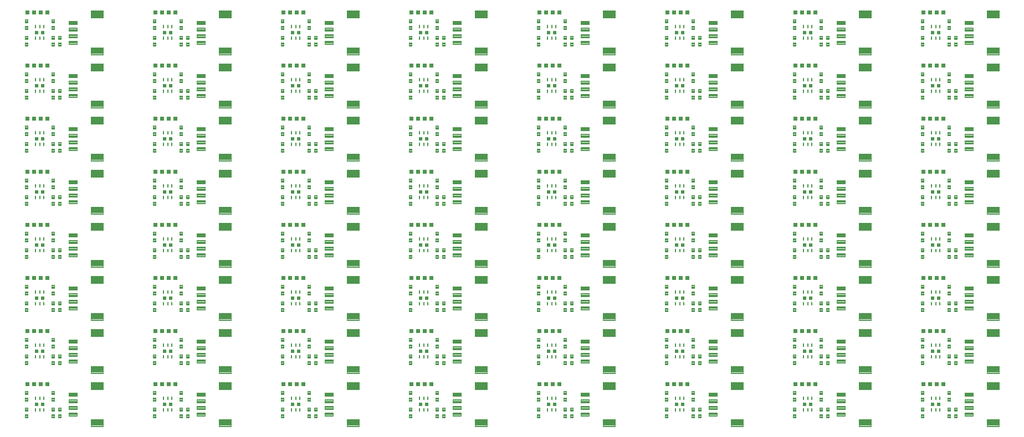
<source format=gtp>
G04 EAGLE Gerber RS-274X export*
G75*
%MOMM*%
%FSLAX34Y34*%
%LPD*%
%INSolderpaste Top*%
%IPPOS*%
%AMOC8*
5,1,8,0,0,1.08239X$1,22.5*%
G01*
%ADD10C,0.102000*%
%ADD11C,0.096000*%
%ADD12R,0.240000X0.630000*%
%ADD13R,0.550000X0.580000*%


D10*
X111710Y48290D02*
X111710Y43310D01*
X106730Y43310D01*
X106730Y48290D01*
X111710Y48290D01*
X111710Y44279D02*
X106730Y44279D01*
X106730Y45248D02*
X111710Y45248D01*
X111710Y46217D02*
X106730Y46217D01*
X106730Y47186D02*
X111710Y47186D01*
X111710Y48155D02*
X106730Y48155D01*
X111710Y53310D02*
X111710Y58290D01*
X111710Y53310D02*
X106730Y53310D01*
X106730Y58290D01*
X111710Y58290D01*
X111710Y54279D02*
X106730Y54279D01*
X106730Y55248D02*
X111710Y55248D01*
X111710Y56217D02*
X106730Y56217D01*
X106730Y57186D02*
X111710Y57186D01*
X111710Y58155D02*
X106730Y58155D01*
X106730Y32890D02*
X106730Y27910D01*
X106730Y32890D02*
X111710Y32890D01*
X111710Y27910D01*
X106730Y27910D01*
X106730Y28879D02*
X111710Y28879D01*
X111710Y29848D02*
X106730Y29848D01*
X106730Y30817D02*
X111710Y30817D01*
X111710Y31786D02*
X106730Y31786D01*
X106730Y32755D02*
X111710Y32755D01*
X106730Y22890D02*
X106730Y17910D01*
X106730Y22890D02*
X111710Y22890D01*
X111710Y17910D01*
X106730Y17910D01*
X106730Y18879D02*
X111710Y18879D01*
X111710Y19848D02*
X106730Y19848D01*
X106730Y20817D02*
X111710Y20817D01*
X111710Y21786D02*
X106730Y21786D01*
X106730Y22755D02*
X111710Y22755D01*
X92486Y66598D02*
X87506Y66598D01*
X87506Y71578D01*
X92486Y71578D01*
X92486Y66598D01*
X92486Y67567D02*
X87506Y67567D01*
X87506Y68536D02*
X92486Y68536D01*
X92486Y69505D02*
X87506Y69505D01*
X87506Y70474D02*
X92486Y70474D01*
X92486Y71443D02*
X87506Y71443D01*
X97506Y66598D02*
X102486Y66598D01*
X97506Y66598D02*
X97506Y71578D01*
X102486Y71578D01*
X102486Y66598D01*
X102486Y67567D02*
X97506Y67567D01*
X97506Y68536D02*
X102486Y68536D01*
X102486Y69505D02*
X97506Y69505D01*
X97506Y70474D02*
X102486Y70474D01*
X102486Y71443D02*
X97506Y71443D01*
X82420Y71578D02*
X77440Y71578D01*
X82420Y71578D02*
X82420Y66598D01*
X77440Y66598D01*
X77440Y71578D01*
X77440Y67567D02*
X82420Y67567D01*
X82420Y68536D02*
X77440Y68536D01*
X77440Y69505D02*
X82420Y69505D01*
X82420Y70474D02*
X77440Y70474D01*
X77440Y71443D02*
X82420Y71443D01*
X72420Y71578D02*
X67440Y71578D01*
X72420Y71578D02*
X72420Y66598D01*
X67440Y66598D01*
X67440Y71578D01*
X67440Y67567D02*
X72420Y67567D01*
X72420Y68536D02*
X67440Y68536D01*
X67440Y69505D02*
X72420Y69505D01*
X72420Y70474D02*
X67440Y70474D01*
X67440Y71443D02*
X72420Y71443D01*
D11*
X185970Y15620D02*
X185970Y4580D01*
X166930Y4580D01*
X166930Y15620D01*
X185970Y15620D01*
X185970Y5492D02*
X166930Y5492D01*
X166930Y6404D02*
X185970Y6404D01*
X185970Y7316D02*
X166930Y7316D01*
X166930Y8228D02*
X185970Y8228D01*
X185970Y9140D02*
X166930Y9140D01*
X166930Y10052D02*
X185970Y10052D01*
X185970Y10964D02*
X166930Y10964D01*
X166930Y11876D02*
X185970Y11876D01*
X185970Y12788D02*
X166930Y12788D01*
X166930Y13700D02*
X185970Y13700D01*
X185970Y14612D02*
X166930Y14612D01*
X166930Y15524D02*
X185970Y15524D01*
X185970Y60580D02*
X185970Y71620D01*
X185970Y60580D02*
X166930Y60580D01*
X166930Y71620D01*
X185970Y71620D01*
X185970Y61492D02*
X166930Y61492D01*
X166930Y62404D02*
X185970Y62404D01*
X185970Y63316D02*
X166930Y63316D01*
X166930Y64228D02*
X185970Y64228D01*
X185970Y65140D02*
X166930Y65140D01*
X166930Y66052D02*
X185970Y66052D01*
X185970Y66964D02*
X166930Y66964D01*
X166930Y67876D02*
X185970Y67876D01*
X185970Y68788D02*
X166930Y68788D01*
X166930Y69700D02*
X185970Y69700D01*
X185970Y70612D02*
X166930Y70612D01*
X166930Y71524D02*
X185970Y71524D01*
D10*
X145940Y25590D02*
X145940Y20610D01*
X133460Y20610D01*
X133460Y25590D01*
X145940Y25590D01*
X145940Y21579D02*
X133460Y21579D01*
X133460Y22548D02*
X145940Y22548D01*
X145940Y23517D02*
X133460Y23517D01*
X133460Y24486D02*
X145940Y24486D01*
X145940Y25455D02*
X133460Y25455D01*
X145940Y30610D02*
X145940Y35590D01*
X145940Y30610D02*
X133460Y30610D01*
X133460Y35590D01*
X145940Y35590D01*
X145940Y31579D02*
X133460Y31579D01*
X133460Y32548D02*
X145940Y32548D01*
X145940Y33517D02*
X133460Y33517D01*
X133460Y34486D02*
X145940Y34486D01*
X145940Y35455D02*
X133460Y35455D01*
X145940Y40610D02*
X145940Y45590D01*
X145940Y40610D02*
X133460Y40610D01*
X133460Y45590D01*
X145940Y45590D01*
X145940Y41579D02*
X133460Y41579D01*
X133460Y42548D02*
X145940Y42548D01*
X145940Y43517D02*
X133460Y43517D01*
X133460Y44486D02*
X145940Y44486D01*
X145940Y45455D02*
X133460Y45455D01*
X145940Y50610D02*
X145940Y55590D01*
X145940Y50610D02*
X133460Y50610D01*
X133460Y55590D01*
X145940Y55590D01*
X145940Y51579D02*
X133460Y51579D01*
X133460Y52548D02*
X145940Y52548D01*
X145940Y53517D02*
X133460Y53517D01*
X133460Y54486D02*
X145940Y54486D01*
X145940Y55455D02*
X133460Y55455D01*
D12*
X82400Y47050D03*
X88900Y47050D03*
X95400Y47050D03*
X82400Y29250D03*
X88900Y29250D03*
X95400Y29250D03*
D13*
X93150Y38000D03*
X84600Y38000D03*
D10*
X66090Y32890D02*
X66090Y27910D01*
X66090Y32890D02*
X71070Y32890D01*
X71070Y27910D01*
X66090Y27910D01*
X66090Y28879D02*
X71070Y28879D01*
X71070Y29848D02*
X66090Y29848D01*
X66090Y30817D02*
X71070Y30817D01*
X71070Y31786D02*
X66090Y31786D01*
X66090Y32755D02*
X71070Y32755D01*
X66090Y22890D02*
X66090Y17910D01*
X66090Y22890D02*
X71070Y22890D01*
X71070Y17910D01*
X66090Y17910D01*
X66090Y18879D02*
X71070Y18879D01*
X71070Y19848D02*
X66090Y19848D01*
X66090Y20817D02*
X71070Y20817D01*
X71070Y21786D02*
X66090Y21786D01*
X66090Y22755D02*
X71070Y22755D01*
X71070Y43310D02*
X71070Y48290D01*
X71070Y43310D02*
X66090Y43310D01*
X66090Y48290D01*
X71070Y48290D01*
X71070Y44279D02*
X66090Y44279D01*
X66090Y45248D02*
X71070Y45248D01*
X71070Y46217D02*
X66090Y46217D01*
X66090Y47186D02*
X71070Y47186D01*
X71070Y48155D02*
X66090Y48155D01*
X71070Y53310D02*
X71070Y58290D01*
X71070Y53310D02*
X66090Y53310D01*
X66090Y58290D01*
X71070Y58290D01*
X71070Y54279D02*
X66090Y54279D01*
X66090Y55248D02*
X71070Y55248D01*
X71070Y56217D02*
X66090Y56217D01*
X66090Y57186D02*
X71070Y57186D01*
X71070Y58155D02*
X66090Y58155D01*
X121870Y22890D02*
X121870Y17910D01*
X116890Y17910D01*
X116890Y22890D01*
X121870Y22890D01*
X121870Y18879D02*
X116890Y18879D01*
X116890Y19848D02*
X121870Y19848D01*
X121870Y20817D02*
X116890Y20817D01*
X116890Y21786D02*
X121870Y21786D01*
X121870Y22755D02*
X116890Y22755D01*
X121870Y27910D02*
X121870Y32890D01*
X121870Y27910D02*
X116890Y27910D01*
X116890Y32890D01*
X121870Y32890D01*
X121870Y28879D02*
X116890Y28879D01*
X116890Y29848D02*
X121870Y29848D01*
X121870Y30817D02*
X116890Y30817D01*
X116890Y31786D02*
X121870Y31786D01*
X121870Y32755D02*
X116890Y32755D01*
X307290Y43310D02*
X307290Y48290D01*
X307290Y43310D02*
X302310Y43310D01*
X302310Y48290D01*
X307290Y48290D01*
X307290Y44279D02*
X302310Y44279D01*
X302310Y45248D02*
X307290Y45248D01*
X307290Y46217D02*
X302310Y46217D01*
X302310Y47186D02*
X307290Y47186D01*
X307290Y48155D02*
X302310Y48155D01*
X307290Y53310D02*
X307290Y58290D01*
X307290Y53310D02*
X302310Y53310D01*
X302310Y58290D01*
X307290Y58290D01*
X307290Y54279D02*
X302310Y54279D01*
X302310Y55248D02*
X307290Y55248D01*
X307290Y56217D02*
X302310Y56217D01*
X302310Y57186D02*
X307290Y57186D01*
X307290Y58155D02*
X302310Y58155D01*
X302310Y32890D02*
X302310Y27910D01*
X302310Y32890D02*
X307290Y32890D01*
X307290Y27910D01*
X302310Y27910D01*
X302310Y28879D02*
X307290Y28879D01*
X307290Y29848D02*
X302310Y29848D01*
X302310Y30817D02*
X307290Y30817D01*
X307290Y31786D02*
X302310Y31786D01*
X302310Y32755D02*
X307290Y32755D01*
X302310Y22890D02*
X302310Y17910D01*
X302310Y22890D02*
X307290Y22890D01*
X307290Y17910D01*
X302310Y17910D01*
X302310Y18879D02*
X307290Y18879D01*
X307290Y19848D02*
X302310Y19848D01*
X302310Y20817D02*
X307290Y20817D01*
X307290Y21786D02*
X302310Y21786D01*
X302310Y22755D02*
X307290Y22755D01*
X288066Y66598D02*
X283086Y66598D01*
X283086Y71578D01*
X288066Y71578D01*
X288066Y66598D01*
X288066Y67567D02*
X283086Y67567D01*
X283086Y68536D02*
X288066Y68536D01*
X288066Y69505D02*
X283086Y69505D01*
X283086Y70474D02*
X288066Y70474D01*
X288066Y71443D02*
X283086Y71443D01*
X293086Y66598D02*
X298066Y66598D01*
X293086Y66598D02*
X293086Y71578D01*
X298066Y71578D01*
X298066Y66598D01*
X298066Y67567D02*
X293086Y67567D01*
X293086Y68536D02*
X298066Y68536D01*
X298066Y69505D02*
X293086Y69505D01*
X293086Y70474D02*
X298066Y70474D01*
X298066Y71443D02*
X293086Y71443D01*
X278000Y71578D02*
X273020Y71578D01*
X278000Y71578D02*
X278000Y66598D01*
X273020Y66598D01*
X273020Y71578D01*
X273020Y67567D02*
X278000Y67567D01*
X278000Y68536D02*
X273020Y68536D01*
X273020Y69505D02*
X278000Y69505D01*
X278000Y70474D02*
X273020Y70474D01*
X273020Y71443D02*
X278000Y71443D01*
X268000Y71578D02*
X263020Y71578D01*
X268000Y71578D02*
X268000Y66598D01*
X263020Y66598D01*
X263020Y71578D01*
X263020Y67567D02*
X268000Y67567D01*
X268000Y68536D02*
X263020Y68536D01*
X263020Y69505D02*
X268000Y69505D01*
X268000Y70474D02*
X263020Y70474D01*
X263020Y71443D02*
X268000Y71443D01*
D11*
X381550Y15620D02*
X381550Y4580D01*
X362510Y4580D01*
X362510Y15620D01*
X381550Y15620D01*
X381550Y5492D02*
X362510Y5492D01*
X362510Y6404D02*
X381550Y6404D01*
X381550Y7316D02*
X362510Y7316D01*
X362510Y8228D02*
X381550Y8228D01*
X381550Y9140D02*
X362510Y9140D01*
X362510Y10052D02*
X381550Y10052D01*
X381550Y10964D02*
X362510Y10964D01*
X362510Y11876D02*
X381550Y11876D01*
X381550Y12788D02*
X362510Y12788D01*
X362510Y13700D02*
X381550Y13700D01*
X381550Y14612D02*
X362510Y14612D01*
X362510Y15524D02*
X381550Y15524D01*
X381550Y60580D02*
X381550Y71620D01*
X381550Y60580D02*
X362510Y60580D01*
X362510Y71620D01*
X381550Y71620D01*
X381550Y61492D02*
X362510Y61492D01*
X362510Y62404D02*
X381550Y62404D01*
X381550Y63316D02*
X362510Y63316D01*
X362510Y64228D02*
X381550Y64228D01*
X381550Y65140D02*
X362510Y65140D01*
X362510Y66052D02*
X381550Y66052D01*
X381550Y66964D02*
X362510Y66964D01*
X362510Y67876D02*
X381550Y67876D01*
X381550Y68788D02*
X362510Y68788D01*
X362510Y69700D02*
X381550Y69700D01*
X381550Y70612D02*
X362510Y70612D01*
X362510Y71524D02*
X381550Y71524D01*
D10*
X341520Y25590D02*
X341520Y20610D01*
X329040Y20610D01*
X329040Y25590D01*
X341520Y25590D01*
X341520Y21579D02*
X329040Y21579D01*
X329040Y22548D02*
X341520Y22548D01*
X341520Y23517D02*
X329040Y23517D01*
X329040Y24486D02*
X341520Y24486D01*
X341520Y25455D02*
X329040Y25455D01*
X341520Y30610D02*
X341520Y35590D01*
X341520Y30610D02*
X329040Y30610D01*
X329040Y35590D01*
X341520Y35590D01*
X341520Y31579D02*
X329040Y31579D01*
X329040Y32548D02*
X341520Y32548D01*
X341520Y33517D02*
X329040Y33517D01*
X329040Y34486D02*
X341520Y34486D01*
X341520Y35455D02*
X329040Y35455D01*
X341520Y40610D02*
X341520Y45590D01*
X341520Y40610D02*
X329040Y40610D01*
X329040Y45590D01*
X341520Y45590D01*
X341520Y41579D02*
X329040Y41579D01*
X329040Y42548D02*
X341520Y42548D01*
X341520Y43517D02*
X329040Y43517D01*
X329040Y44486D02*
X341520Y44486D01*
X341520Y45455D02*
X329040Y45455D01*
X341520Y50610D02*
X341520Y55590D01*
X341520Y50610D02*
X329040Y50610D01*
X329040Y55590D01*
X341520Y55590D01*
X341520Y51579D02*
X329040Y51579D01*
X329040Y52548D02*
X341520Y52548D01*
X341520Y53517D02*
X329040Y53517D01*
X329040Y54486D02*
X341520Y54486D01*
X341520Y55455D02*
X329040Y55455D01*
D12*
X277980Y47050D03*
X284480Y47050D03*
X290980Y47050D03*
X277980Y29250D03*
X284480Y29250D03*
X290980Y29250D03*
D13*
X288730Y38000D03*
X280180Y38000D03*
D10*
X261670Y32890D02*
X261670Y27910D01*
X261670Y32890D02*
X266650Y32890D01*
X266650Y27910D01*
X261670Y27910D01*
X261670Y28879D02*
X266650Y28879D01*
X266650Y29848D02*
X261670Y29848D01*
X261670Y30817D02*
X266650Y30817D01*
X266650Y31786D02*
X261670Y31786D01*
X261670Y32755D02*
X266650Y32755D01*
X261670Y22890D02*
X261670Y17910D01*
X261670Y22890D02*
X266650Y22890D01*
X266650Y17910D01*
X261670Y17910D01*
X261670Y18879D02*
X266650Y18879D01*
X266650Y19848D02*
X261670Y19848D01*
X261670Y20817D02*
X266650Y20817D01*
X266650Y21786D02*
X261670Y21786D01*
X261670Y22755D02*
X266650Y22755D01*
X266650Y43310D02*
X266650Y48290D01*
X266650Y43310D02*
X261670Y43310D01*
X261670Y48290D01*
X266650Y48290D01*
X266650Y44279D02*
X261670Y44279D01*
X261670Y45248D02*
X266650Y45248D01*
X266650Y46217D02*
X261670Y46217D01*
X261670Y47186D02*
X266650Y47186D01*
X266650Y48155D02*
X261670Y48155D01*
X266650Y53310D02*
X266650Y58290D01*
X266650Y53310D02*
X261670Y53310D01*
X261670Y58290D01*
X266650Y58290D01*
X266650Y54279D02*
X261670Y54279D01*
X261670Y55248D02*
X266650Y55248D01*
X266650Y56217D02*
X261670Y56217D01*
X261670Y57186D02*
X266650Y57186D01*
X266650Y58155D02*
X261670Y58155D01*
X317450Y22890D02*
X317450Y17910D01*
X312470Y17910D01*
X312470Y22890D01*
X317450Y22890D01*
X317450Y18879D02*
X312470Y18879D01*
X312470Y19848D02*
X317450Y19848D01*
X317450Y20817D02*
X312470Y20817D01*
X312470Y21786D02*
X317450Y21786D01*
X317450Y22755D02*
X312470Y22755D01*
X317450Y27910D02*
X317450Y32890D01*
X317450Y27910D02*
X312470Y27910D01*
X312470Y32890D01*
X317450Y32890D01*
X317450Y28879D02*
X312470Y28879D01*
X312470Y29848D02*
X317450Y29848D01*
X317450Y30817D02*
X312470Y30817D01*
X312470Y31786D02*
X317450Y31786D01*
X317450Y32755D02*
X312470Y32755D01*
X502870Y43310D02*
X502870Y48290D01*
X502870Y43310D02*
X497890Y43310D01*
X497890Y48290D01*
X502870Y48290D01*
X502870Y44279D02*
X497890Y44279D01*
X497890Y45248D02*
X502870Y45248D01*
X502870Y46217D02*
X497890Y46217D01*
X497890Y47186D02*
X502870Y47186D01*
X502870Y48155D02*
X497890Y48155D01*
X502870Y53310D02*
X502870Y58290D01*
X502870Y53310D02*
X497890Y53310D01*
X497890Y58290D01*
X502870Y58290D01*
X502870Y54279D02*
X497890Y54279D01*
X497890Y55248D02*
X502870Y55248D01*
X502870Y56217D02*
X497890Y56217D01*
X497890Y57186D02*
X502870Y57186D01*
X502870Y58155D02*
X497890Y58155D01*
X497890Y32890D02*
X497890Y27910D01*
X497890Y32890D02*
X502870Y32890D01*
X502870Y27910D01*
X497890Y27910D01*
X497890Y28879D02*
X502870Y28879D01*
X502870Y29848D02*
X497890Y29848D01*
X497890Y30817D02*
X502870Y30817D01*
X502870Y31786D02*
X497890Y31786D01*
X497890Y32755D02*
X502870Y32755D01*
X497890Y22890D02*
X497890Y17910D01*
X497890Y22890D02*
X502870Y22890D01*
X502870Y17910D01*
X497890Y17910D01*
X497890Y18879D02*
X502870Y18879D01*
X502870Y19848D02*
X497890Y19848D01*
X497890Y20817D02*
X502870Y20817D01*
X502870Y21786D02*
X497890Y21786D01*
X497890Y22755D02*
X502870Y22755D01*
X483646Y66598D02*
X478666Y66598D01*
X478666Y71578D01*
X483646Y71578D01*
X483646Y66598D01*
X483646Y67567D02*
X478666Y67567D01*
X478666Y68536D02*
X483646Y68536D01*
X483646Y69505D02*
X478666Y69505D01*
X478666Y70474D02*
X483646Y70474D01*
X483646Y71443D02*
X478666Y71443D01*
X488666Y66598D02*
X493646Y66598D01*
X488666Y66598D02*
X488666Y71578D01*
X493646Y71578D01*
X493646Y66598D01*
X493646Y67567D02*
X488666Y67567D01*
X488666Y68536D02*
X493646Y68536D01*
X493646Y69505D02*
X488666Y69505D01*
X488666Y70474D02*
X493646Y70474D01*
X493646Y71443D02*
X488666Y71443D01*
X473580Y71578D02*
X468600Y71578D01*
X473580Y71578D02*
X473580Y66598D01*
X468600Y66598D01*
X468600Y71578D01*
X468600Y67567D02*
X473580Y67567D01*
X473580Y68536D02*
X468600Y68536D01*
X468600Y69505D02*
X473580Y69505D01*
X473580Y70474D02*
X468600Y70474D01*
X468600Y71443D02*
X473580Y71443D01*
X463580Y71578D02*
X458600Y71578D01*
X463580Y71578D02*
X463580Y66598D01*
X458600Y66598D01*
X458600Y71578D01*
X458600Y67567D02*
X463580Y67567D01*
X463580Y68536D02*
X458600Y68536D01*
X458600Y69505D02*
X463580Y69505D01*
X463580Y70474D02*
X458600Y70474D01*
X458600Y71443D02*
X463580Y71443D01*
D11*
X577130Y15620D02*
X577130Y4580D01*
X558090Y4580D01*
X558090Y15620D01*
X577130Y15620D01*
X577130Y5492D02*
X558090Y5492D01*
X558090Y6404D02*
X577130Y6404D01*
X577130Y7316D02*
X558090Y7316D01*
X558090Y8228D02*
X577130Y8228D01*
X577130Y9140D02*
X558090Y9140D01*
X558090Y10052D02*
X577130Y10052D01*
X577130Y10964D02*
X558090Y10964D01*
X558090Y11876D02*
X577130Y11876D01*
X577130Y12788D02*
X558090Y12788D01*
X558090Y13700D02*
X577130Y13700D01*
X577130Y14612D02*
X558090Y14612D01*
X558090Y15524D02*
X577130Y15524D01*
X577130Y60580D02*
X577130Y71620D01*
X577130Y60580D02*
X558090Y60580D01*
X558090Y71620D01*
X577130Y71620D01*
X577130Y61492D02*
X558090Y61492D01*
X558090Y62404D02*
X577130Y62404D01*
X577130Y63316D02*
X558090Y63316D01*
X558090Y64228D02*
X577130Y64228D01*
X577130Y65140D02*
X558090Y65140D01*
X558090Y66052D02*
X577130Y66052D01*
X577130Y66964D02*
X558090Y66964D01*
X558090Y67876D02*
X577130Y67876D01*
X577130Y68788D02*
X558090Y68788D01*
X558090Y69700D02*
X577130Y69700D01*
X577130Y70612D02*
X558090Y70612D01*
X558090Y71524D02*
X577130Y71524D01*
D10*
X537100Y25590D02*
X537100Y20610D01*
X524620Y20610D01*
X524620Y25590D01*
X537100Y25590D01*
X537100Y21579D02*
X524620Y21579D01*
X524620Y22548D02*
X537100Y22548D01*
X537100Y23517D02*
X524620Y23517D01*
X524620Y24486D02*
X537100Y24486D01*
X537100Y25455D02*
X524620Y25455D01*
X537100Y30610D02*
X537100Y35590D01*
X537100Y30610D02*
X524620Y30610D01*
X524620Y35590D01*
X537100Y35590D01*
X537100Y31579D02*
X524620Y31579D01*
X524620Y32548D02*
X537100Y32548D01*
X537100Y33517D02*
X524620Y33517D01*
X524620Y34486D02*
X537100Y34486D01*
X537100Y35455D02*
X524620Y35455D01*
X537100Y40610D02*
X537100Y45590D01*
X537100Y40610D02*
X524620Y40610D01*
X524620Y45590D01*
X537100Y45590D01*
X537100Y41579D02*
X524620Y41579D01*
X524620Y42548D02*
X537100Y42548D01*
X537100Y43517D02*
X524620Y43517D01*
X524620Y44486D02*
X537100Y44486D01*
X537100Y45455D02*
X524620Y45455D01*
X537100Y50610D02*
X537100Y55590D01*
X537100Y50610D02*
X524620Y50610D01*
X524620Y55590D01*
X537100Y55590D01*
X537100Y51579D02*
X524620Y51579D01*
X524620Y52548D02*
X537100Y52548D01*
X537100Y53517D02*
X524620Y53517D01*
X524620Y54486D02*
X537100Y54486D01*
X537100Y55455D02*
X524620Y55455D01*
D12*
X473560Y47050D03*
X480060Y47050D03*
X486560Y47050D03*
X473560Y29250D03*
X480060Y29250D03*
X486560Y29250D03*
D13*
X484310Y38000D03*
X475760Y38000D03*
D10*
X457250Y32890D02*
X457250Y27910D01*
X457250Y32890D02*
X462230Y32890D01*
X462230Y27910D01*
X457250Y27910D01*
X457250Y28879D02*
X462230Y28879D01*
X462230Y29848D02*
X457250Y29848D01*
X457250Y30817D02*
X462230Y30817D01*
X462230Y31786D02*
X457250Y31786D01*
X457250Y32755D02*
X462230Y32755D01*
X457250Y22890D02*
X457250Y17910D01*
X457250Y22890D02*
X462230Y22890D01*
X462230Y17910D01*
X457250Y17910D01*
X457250Y18879D02*
X462230Y18879D01*
X462230Y19848D02*
X457250Y19848D01*
X457250Y20817D02*
X462230Y20817D01*
X462230Y21786D02*
X457250Y21786D01*
X457250Y22755D02*
X462230Y22755D01*
X462230Y43310D02*
X462230Y48290D01*
X462230Y43310D02*
X457250Y43310D01*
X457250Y48290D01*
X462230Y48290D01*
X462230Y44279D02*
X457250Y44279D01*
X457250Y45248D02*
X462230Y45248D01*
X462230Y46217D02*
X457250Y46217D01*
X457250Y47186D02*
X462230Y47186D01*
X462230Y48155D02*
X457250Y48155D01*
X462230Y53310D02*
X462230Y58290D01*
X462230Y53310D02*
X457250Y53310D01*
X457250Y58290D01*
X462230Y58290D01*
X462230Y54279D02*
X457250Y54279D01*
X457250Y55248D02*
X462230Y55248D01*
X462230Y56217D02*
X457250Y56217D01*
X457250Y57186D02*
X462230Y57186D01*
X462230Y58155D02*
X457250Y58155D01*
X513030Y22890D02*
X513030Y17910D01*
X508050Y17910D01*
X508050Y22890D01*
X513030Y22890D01*
X513030Y18879D02*
X508050Y18879D01*
X508050Y19848D02*
X513030Y19848D01*
X513030Y20817D02*
X508050Y20817D01*
X508050Y21786D02*
X513030Y21786D01*
X513030Y22755D02*
X508050Y22755D01*
X513030Y27910D02*
X513030Y32890D01*
X513030Y27910D02*
X508050Y27910D01*
X508050Y32890D01*
X513030Y32890D01*
X513030Y28879D02*
X508050Y28879D01*
X508050Y29848D02*
X513030Y29848D01*
X513030Y30817D02*
X508050Y30817D01*
X508050Y31786D02*
X513030Y31786D01*
X513030Y32755D02*
X508050Y32755D01*
X698450Y43310D02*
X698450Y48290D01*
X698450Y43310D02*
X693470Y43310D01*
X693470Y48290D01*
X698450Y48290D01*
X698450Y44279D02*
X693470Y44279D01*
X693470Y45248D02*
X698450Y45248D01*
X698450Y46217D02*
X693470Y46217D01*
X693470Y47186D02*
X698450Y47186D01*
X698450Y48155D02*
X693470Y48155D01*
X698450Y53310D02*
X698450Y58290D01*
X698450Y53310D02*
X693470Y53310D01*
X693470Y58290D01*
X698450Y58290D01*
X698450Y54279D02*
X693470Y54279D01*
X693470Y55248D02*
X698450Y55248D01*
X698450Y56217D02*
X693470Y56217D01*
X693470Y57186D02*
X698450Y57186D01*
X698450Y58155D02*
X693470Y58155D01*
X693470Y32890D02*
X693470Y27910D01*
X693470Y32890D02*
X698450Y32890D01*
X698450Y27910D01*
X693470Y27910D01*
X693470Y28879D02*
X698450Y28879D01*
X698450Y29848D02*
X693470Y29848D01*
X693470Y30817D02*
X698450Y30817D01*
X698450Y31786D02*
X693470Y31786D01*
X693470Y32755D02*
X698450Y32755D01*
X693470Y22890D02*
X693470Y17910D01*
X693470Y22890D02*
X698450Y22890D01*
X698450Y17910D01*
X693470Y17910D01*
X693470Y18879D02*
X698450Y18879D01*
X698450Y19848D02*
X693470Y19848D01*
X693470Y20817D02*
X698450Y20817D01*
X698450Y21786D02*
X693470Y21786D01*
X693470Y22755D02*
X698450Y22755D01*
X679226Y66598D02*
X674246Y66598D01*
X674246Y71578D01*
X679226Y71578D01*
X679226Y66598D01*
X679226Y67567D02*
X674246Y67567D01*
X674246Y68536D02*
X679226Y68536D01*
X679226Y69505D02*
X674246Y69505D01*
X674246Y70474D02*
X679226Y70474D01*
X679226Y71443D02*
X674246Y71443D01*
X684246Y66598D02*
X689226Y66598D01*
X684246Y66598D02*
X684246Y71578D01*
X689226Y71578D01*
X689226Y66598D01*
X689226Y67567D02*
X684246Y67567D01*
X684246Y68536D02*
X689226Y68536D01*
X689226Y69505D02*
X684246Y69505D01*
X684246Y70474D02*
X689226Y70474D01*
X689226Y71443D02*
X684246Y71443D01*
X669160Y71578D02*
X664180Y71578D01*
X669160Y71578D02*
X669160Y66598D01*
X664180Y66598D01*
X664180Y71578D01*
X664180Y67567D02*
X669160Y67567D01*
X669160Y68536D02*
X664180Y68536D01*
X664180Y69505D02*
X669160Y69505D01*
X669160Y70474D02*
X664180Y70474D01*
X664180Y71443D02*
X669160Y71443D01*
X659160Y71578D02*
X654180Y71578D01*
X659160Y71578D02*
X659160Y66598D01*
X654180Y66598D01*
X654180Y71578D01*
X654180Y67567D02*
X659160Y67567D01*
X659160Y68536D02*
X654180Y68536D01*
X654180Y69505D02*
X659160Y69505D01*
X659160Y70474D02*
X654180Y70474D01*
X654180Y71443D02*
X659160Y71443D01*
D11*
X772710Y15620D02*
X772710Y4580D01*
X753670Y4580D01*
X753670Y15620D01*
X772710Y15620D01*
X772710Y5492D02*
X753670Y5492D01*
X753670Y6404D02*
X772710Y6404D01*
X772710Y7316D02*
X753670Y7316D01*
X753670Y8228D02*
X772710Y8228D01*
X772710Y9140D02*
X753670Y9140D01*
X753670Y10052D02*
X772710Y10052D01*
X772710Y10964D02*
X753670Y10964D01*
X753670Y11876D02*
X772710Y11876D01*
X772710Y12788D02*
X753670Y12788D01*
X753670Y13700D02*
X772710Y13700D01*
X772710Y14612D02*
X753670Y14612D01*
X753670Y15524D02*
X772710Y15524D01*
X772710Y60580D02*
X772710Y71620D01*
X772710Y60580D02*
X753670Y60580D01*
X753670Y71620D01*
X772710Y71620D01*
X772710Y61492D02*
X753670Y61492D01*
X753670Y62404D02*
X772710Y62404D01*
X772710Y63316D02*
X753670Y63316D01*
X753670Y64228D02*
X772710Y64228D01*
X772710Y65140D02*
X753670Y65140D01*
X753670Y66052D02*
X772710Y66052D01*
X772710Y66964D02*
X753670Y66964D01*
X753670Y67876D02*
X772710Y67876D01*
X772710Y68788D02*
X753670Y68788D01*
X753670Y69700D02*
X772710Y69700D01*
X772710Y70612D02*
X753670Y70612D01*
X753670Y71524D02*
X772710Y71524D01*
D10*
X732680Y25590D02*
X732680Y20610D01*
X720200Y20610D01*
X720200Y25590D01*
X732680Y25590D01*
X732680Y21579D02*
X720200Y21579D01*
X720200Y22548D02*
X732680Y22548D01*
X732680Y23517D02*
X720200Y23517D01*
X720200Y24486D02*
X732680Y24486D01*
X732680Y25455D02*
X720200Y25455D01*
X732680Y30610D02*
X732680Y35590D01*
X732680Y30610D02*
X720200Y30610D01*
X720200Y35590D01*
X732680Y35590D01*
X732680Y31579D02*
X720200Y31579D01*
X720200Y32548D02*
X732680Y32548D01*
X732680Y33517D02*
X720200Y33517D01*
X720200Y34486D02*
X732680Y34486D01*
X732680Y35455D02*
X720200Y35455D01*
X732680Y40610D02*
X732680Y45590D01*
X732680Y40610D02*
X720200Y40610D01*
X720200Y45590D01*
X732680Y45590D01*
X732680Y41579D02*
X720200Y41579D01*
X720200Y42548D02*
X732680Y42548D01*
X732680Y43517D02*
X720200Y43517D01*
X720200Y44486D02*
X732680Y44486D01*
X732680Y45455D02*
X720200Y45455D01*
X732680Y50610D02*
X732680Y55590D01*
X732680Y50610D02*
X720200Y50610D01*
X720200Y55590D01*
X732680Y55590D01*
X732680Y51579D02*
X720200Y51579D01*
X720200Y52548D02*
X732680Y52548D01*
X732680Y53517D02*
X720200Y53517D01*
X720200Y54486D02*
X732680Y54486D01*
X732680Y55455D02*
X720200Y55455D01*
D12*
X669140Y47050D03*
X675640Y47050D03*
X682140Y47050D03*
X669140Y29250D03*
X675640Y29250D03*
X682140Y29250D03*
D13*
X679890Y38000D03*
X671340Y38000D03*
D10*
X652830Y32890D02*
X652830Y27910D01*
X652830Y32890D02*
X657810Y32890D01*
X657810Y27910D01*
X652830Y27910D01*
X652830Y28879D02*
X657810Y28879D01*
X657810Y29848D02*
X652830Y29848D01*
X652830Y30817D02*
X657810Y30817D01*
X657810Y31786D02*
X652830Y31786D01*
X652830Y32755D02*
X657810Y32755D01*
X652830Y22890D02*
X652830Y17910D01*
X652830Y22890D02*
X657810Y22890D01*
X657810Y17910D01*
X652830Y17910D01*
X652830Y18879D02*
X657810Y18879D01*
X657810Y19848D02*
X652830Y19848D01*
X652830Y20817D02*
X657810Y20817D01*
X657810Y21786D02*
X652830Y21786D01*
X652830Y22755D02*
X657810Y22755D01*
X657810Y43310D02*
X657810Y48290D01*
X657810Y43310D02*
X652830Y43310D01*
X652830Y48290D01*
X657810Y48290D01*
X657810Y44279D02*
X652830Y44279D01*
X652830Y45248D02*
X657810Y45248D01*
X657810Y46217D02*
X652830Y46217D01*
X652830Y47186D02*
X657810Y47186D01*
X657810Y48155D02*
X652830Y48155D01*
X657810Y53310D02*
X657810Y58290D01*
X657810Y53310D02*
X652830Y53310D01*
X652830Y58290D01*
X657810Y58290D01*
X657810Y54279D02*
X652830Y54279D01*
X652830Y55248D02*
X657810Y55248D01*
X657810Y56217D02*
X652830Y56217D01*
X652830Y57186D02*
X657810Y57186D01*
X657810Y58155D02*
X652830Y58155D01*
X708610Y22890D02*
X708610Y17910D01*
X703630Y17910D01*
X703630Y22890D01*
X708610Y22890D01*
X708610Y18879D02*
X703630Y18879D01*
X703630Y19848D02*
X708610Y19848D01*
X708610Y20817D02*
X703630Y20817D01*
X703630Y21786D02*
X708610Y21786D01*
X708610Y22755D02*
X703630Y22755D01*
X708610Y27910D02*
X708610Y32890D01*
X708610Y27910D02*
X703630Y27910D01*
X703630Y32890D01*
X708610Y32890D01*
X708610Y28879D02*
X703630Y28879D01*
X703630Y29848D02*
X708610Y29848D01*
X708610Y30817D02*
X703630Y30817D01*
X703630Y31786D02*
X708610Y31786D01*
X708610Y32755D02*
X703630Y32755D01*
X894030Y43310D02*
X894030Y48290D01*
X894030Y43310D02*
X889050Y43310D01*
X889050Y48290D01*
X894030Y48290D01*
X894030Y44279D02*
X889050Y44279D01*
X889050Y45248D02*
X894030Y45248D01*
X894030Y46217D02*
X889050Y46217D01*
X889050Y47186D02*
X894030Y47186D01*
X894030Y48155D02*
X889050Y48155D01*
X894030Y53310D02*
X894030Y58290D01*
X894030Y53310D02*
X889050Y53310D01*
X889050Y58290D01*
X894030Y58290D01*
X894030Y54279D02*
X889050Y54279D01*
X889050Y55248D02*
X894030Y55248D01*
X894030Y56217D02*
X889050Y56217D01*
X889050Y57186D02*
X894030Y57186D01*
X894030Y58155D02*
X889050Y58155D01*
X889050Y32890D02*
X889050Y27910D01*
X889050Y32890D02*
X894030Y32890D01*
X894030Y27910D01*
X889050Y27910D01*
X889050Y28879D02*
X894030Y28879D01*
X894030Y29848D02*
X889050Y29848D01*
X889050Y30817D02*
X894030Y30817D01*
X894030Y31786D02*
X889050Y31786D01*
X889050Y32755D02*
X894030Y32755D01*
X889050Y22890D02*
X889050Y17910D01*
X889050Y22890D02*
X894030Y22890D01*
X894030Y17910D01*
X889050Y17910D01*
X889050Y18879D02*
X894030Y18879D01*
X894030Y19848D02*
X889050Y19848D01*
X889050Y20817D02*
X894030Y20817D01*
X894030Y21786D02*
X889050Y21786D01*
X889050Y22755D02*
X894030Y22755D01*
X874806Y66598D02*
X869826Y66598D01*
X869826Y71578D01*
X874806Y71578D01*
X874806Y66598D01*
X874806Y67567D02*
X869826Y67567D01*
X869826Y68536D02*
X874806Y68536D01*
X874806Y69505D02*
X869826Y69505D01*
X869826Y70474D02*
X874806Y70474D01*
X874806Y71443D02*
X869826Y71443D01*
X879826Y66598D02*
X884806Y66598D01*
X879826Y66598D02*
X879826Y71578D01*
X884806Y71578D01*
X884806Y66598D01*
X884806Y67567D02*
X879826Y67567D01*
X879826Y68536D02*
X884806Y68536D01*
X884806Y69505D02*
X879826Y69505D01*
X879826Y70474D02*
X884806Y70474D01*
X884806Y71443D02*
X879826Y71443D01*
X864740Y71578D02*
X859760Y71578D01*
X864740Y71578D02*
X864740Y66598D01*
X859760Y66598D01*
X859760Y71578D01*
X859760Y67567D02*
X864740Y67567D01*
X864740Y68536D02*
X859760Y68536D01*
X859760Y69505D02*
X864740Y69505D01*
X864740Y70474D02*
X859760Y70474D01*
X859760Y71443D02*
X864740Y71443D01*
X854740Y71578D02*
X849760Y71578D01*
X854740Y71578D02*
X854740Y66598D01*
X849760Y66598D01*
X849760Y71578D01*
X849760Y67567D02*
X854740Y67567D01*
X854740Y68536D02*
X849760Y68536D01*
X849760Y69505D02*
X854740Y69505D01*
X854740Y70474D02*
X849760Y70474D01*
X849760Y71443D02*
X854740Y71443D01*
D11*
X968290Y15620D02*
X968290Y4580D01*
X949250Y4580D01*
X949250Y15620D01*
X968290Y15620D01*
X968290Y5492D02*
X949250Y5492D01*
X949250Y6404D02*
X968290Y6404D01*
X968290Y7316D02*
X949250Y7316D01*
X949250Y8228D02*
X968290Y8228D01*
X968290Y9140D02*
X949250Y9140D01*
X949250Y10052D02*
X968290Y10052D01*
X968290Y10964D02*
X949250Y10964D01*
X949250Y11876D02*
X968290Y11876D01*
X968290Y12788D02*
X949250Y12788D01*
X949250Y13700D02*
X968290Y13700D01*
X968290Y14612D02*
X949250Y14612D01*
X949250Y15524D02*
X968290Y15524D01*
X968290Y60580D02*
X968290Y71620D01*
X968290Y60580D02*
X949250Y60580D01*
X949250Y71620D01*
X968290Y71620D01*
X968290Y61492D02*
X949250Y61492D01*
X949250Y62404D02*
X968290Y62404D01*
X968290Y63316D02*
X949250Y63316D01*
X949250Y64228D02*
X968290Y64228D01*
X968290Y65140D02*
X949250Y65140D01*
X949250Y66052D02*
X968290Y66052D01*
X968290Y66964D02*
X949250Y66964D01*
X949250Y67876D02*
X968290Y67876D01*
X968290Y68788D02*
X949250Y68788D01*
X949250Y69700D02*
X968290Y69700D01*
X968290Y70612D02*
X949250Y70612D01*
X949250Y71524D02*
X968290Y71524D01*
D10*
X928260Y25590D02*
X928260Y20610D01*
X915780Y20610D01*
X915780Y25590D01*
X928260Y25590D01*
X928260Y21579D02*
X915780Y21579D01*
X915780Y22548D02*
X928260Y22548D01*
X928260Y23517D02*
X915780Y23517D01*
X915780Y24486D02*
X928260Y24486D01*
X928260Y25455D02*
X915780Y25455D01*
X928260Y30610D02*
X928260Y35590D01*
X928260Y30610D02*
X915780Y30610D01*
X915780Y35590D01*
X928260Y35590D01*
X928260Y31579D02*
X915780Y31579D01*
X915780Y32548D02*
X928260Y32548D01*
X928260Y33517D02*
X915780Y33517D01*
X915780Y34486D02*
X928260Y34486D01*
X928260Y35455D02*
X915780Y35455D01*
X928260Y40610D02*
X928260Y45590D01*
X928260Y40610D02*
X915780Y40610D01*
X915780Y45590D01*
X928260Y45590D01*
X928260Y41579D02*
X915780Y41579D01*
X915780Y42548D02*
X928260Y42548D01*
X928260Y43517D02*
X915780Y43517D01*
X915780Y44486D02*
X928260Y44486D01*
X928260Y45455D02*
X915780Y45455D01*
X928260Y50610D02*
X928260Y55590D01*
X928260Y50610D02*
X915780Y50610D01*
X915780Y55590D01*
X928260Y55590D01*
X928260Y51579D02*
X915780Y51579D01*
X915780Y52548D02*
X928260Y52548D01*
X928260Y53517D02*
X915780Y53517D01*
X915780Y54486D02*
X928260Y54486D01*
X928260Y55455D02*
X915780Y55455D01*
D12*
X864720Y47050D03*
X871220Y47050D03*
X877720Y47050D03*
X864720Y29250D03*
X871220Y29250D03*
X877720Y29250D03*
D13*
X875470Y38000D03*
X866920Y38000D03*
D10*
X848410Y32890D02*
X848410Y27910D01*
X848410Y32890D02*
X853390Y32890D01*
X853390Y27910D01*
X848410Y27910D01*
X848410Y28879D02*
X853390Y28879D01*
X853390Y29848D02*
X848410Y29848D01*
X848410Y30817D02*
X853390Y30817D01*
X853390Y31786D02*
X848410Y31786D01*
X848410Y32755D02*
X853390Y32755D01*
X848410Y22890D02*
X848410Y17910D01*
X848410Y22890D02*
X853390Y22890D01*
X853390Y17910D01*
X848410Y17910D01*
X848410Y18879D02*
X853390Y18879D01*
X853390Y19848D02*
X848410Y19848D01*
X848410Y20817D02*
X853390Y20817D01*
X853390Y21786D02*
X848410Y21786D01*
X848410Y22755D02*
X853390Y22755D01*
X853390Y43310D02*
X853390Y48290D01*
X853390Y43310D02*
X848410Y43310D01*
X848410Y48290D01*
X853390Y48290D01*
X853390Y44279D02*
X848410Y44279D01*
X848410Y45248D02*
X853390Y45248D01*
X853390Y46217D02*
X848410Y46217D01*
X848410Y47186D02*
X853390Y47186D01*
X853390Y48155D02*
X848410Y48155D01*
X853390Y53310D02*
X853390Y58290D01*
X853390Y53310D02*
X848410Y53310D01*
X848410Y58290D01*
X853390Y58290D01*
X853390Y54279D02*
X848410Y54279D01*
X848410Y55248D02*
X853390Y55248D01*
X853390Y56217D02*
X848410Y56217D01*
X848410Y57186D02*
X853390Y57186D01*
X853390Y58155D02*
X848410Y58155D01*
X904190Y22890D02*
X904190Y17910D01*
X899210Y17910D01*
X899210Y22890D01*
X904190Y22890D01*
X904190Y18879D02*
X899210Y18879D01*
X899210Y19848D02*
X904190Y19848D01*
X904190Y20817D02*
X899210Y20817D01*
X899210Y21786D02*
X904190Y21786D01*
X904190Y22755D02*
X899210Y22755D01*
X904190Y27910D02*
X904190Y32890D01*
X904190Y27910D02*
X899210Y27910D01*
X899210Y32890D01*
X904190Y32890D01*
X904190Y28879D02*
X899210Y28879D01*
X899210Y29848D02*
X904190Y29848D01*
X904190Y30817D02*
X899210Y30817D01*
X899210Y31786D02*
X904190Y31786D01*
X904190Y32755D02*
X899210Y32755D01*
X1089610Y43310D02*
X1089610Y48290D01*
X1089610Y43310D02*
X1084630Y43310D01*
X1084630Y48290D01*
X1089610Y48290D01*
X1089610Y44279D02*
X1084630Y44279D01*
X1084630Y45248D02*
X1089610Y45248D01*
X1089610Y46217D02*
X1084630Y46217D01*
X1084630Y47186D02*
X1089610Y47186D01*
X1089610Y48155D02*
X1084630Y48155D01*
X1089610Y53310D02*
X1089610Y58290D01*
X1089610Y53310D02*
X1084630Y53310D01*
X1084630Y58290D01*
X1089610Y58290D01*
X1089610Y54279D02*
X1084630Y54279D01*
X1084630Y55248D02*
X1089610Y55248D01*
X1089610Y56217D02*
X1084630Y56217D01*
X1084630Y57186D02*
X1089610Y57186D01*
X1089610Y58155D02*
X1084630Y58155D01*
X1084630Y32890D02*
X1084630Y27910D01*
X1084630Y32890D02*
X1089610Y32890D01*
X1089610Y27910D01*
X1084630Y27910D01*
X1084630Y28879D02*
X1089610Y28879D01*
X1089610Y29848D02*
X1084630Y29848D01*
X1084630Y30817D02*
X1089610Y30817D01*
X1089610Y31786D02*
X1084630Y31786D01*
X1084630Y32755D02*
X1089610Y32755D01*
X1084630Y22890D02*
X1084630Y17910D01*
X1084630Y22890D02*
X1089610Y22890D01*
X1089610Y17910D01*
X1084630Y17910D01*
X1084630Y18879D02*
X1089610Y18879D01*
X1089610Y19848D02*
X1084630Y19848D01*
X1084630Y20817D02*
X1089610Y20817D01*
X1089610Y21786D02*
X1084630Y21786D01*
X1084630Y22755D02*
X1089610Y22755D01*
X1070386Y66598D02*
X1065406Y66598D01*
X1065406Y71578D01*
X1070386Y71578D01*
X1070386Y66598D01*
X1070386Y67567D02*
X1065406Y67567D01*
X1065406Y68536D02*
X1070386Y68536D01*
X1070386Y69505D02*
X1065406Y69505D01*
X1065406Y70474D02*
X1070386Y70474D01*
X1070386Y71443D02*
X1065406Y71443D01*
X1075406Y66598D02*
X1080386Y66598D01*
X1075406Y66598D02*
X1075406Y71578D01*
X1080386Y71578D01*
X1080386Y66598D01*
X1080386Y67567D02*
X1075406Y67567D01*
X1075406Y68536D02*
X1080386Y68536D01*
X1080386Y69505D02*
X1075406Y69505D01*
X1075406Y70474D02*
X1080386Y70474D01*
X1080386Y71443D02*
X1075406Y71443D01*
X1060320Y71578D02*
X1055340Y71578D01*
X1060320Y71578D02*
X1060320Y66598D01*
X1055340Y66598D01*
X1055340Y71578D01*
X1055340Y67567D02*
X1060320Y67567D01*
X1060320Y68536D02*
X1055340Y68536D01*
X1055340Y69505D02*
X1060320Y69505D01*
X1060320Y70474D02*
X1055340Y70474D01*
X1055340Y71443D02*
X1060320Y71443D01*
X1050320Y71578D02*
X1045340Y71578D01*
X1050320Y71578D02*
X1050320Y66598D01*
X1045340Y66598D01*
X1045340Y71578D01*
X1045340Y67567D02*
X1050320Y67567D01*
X1050320Y68536D02*
X1045340Y68536D01*
X1045340Y69505D02*
X1050320Y69505D01*
X1050320Y70474D02*
X1045340Y70474D01*
X1045340Y71443D02*
X1050320Y71443D01*
D11*
X1163870Y15620D02*
X1163870Y4580D01*
X1144830Y4580D01*
X1144830Y15620D01*
X1163870Y15620D01*
X1163870Y5492D02*
X1144830Y5492D01*
X1144830Y6404D02*
X1163870Y6404D01*
X1163870Y7316D02*
X1144830Y7316D01*
X1144830Y8228D02*
X1163870Y8228D01*
X1163870Y9140D02*
X1144830Y9140D01*
X1144830Y10052D02*
X1163870Y10052D01*
X1163870Y10964D02*
X1144830Y10964D01*
X1144830Y11876D02*
X1163870Y11876D01*
X1163870Y12788D02*
X1144830Y12788D01*
X1144830Y13700D02*
X1163870Y13700D01*
X1163870Y14612D02*
X1144830Y14612D01*
X1144830Y15524D02*
X1163870Y15524D01*
X1163870Y60580D02*
X1163870Y71620D01*
X1163870Y60580D02*
X1144830Y60580D01*
X1144830Y71620D01*
X1163870Y71620D01*
X1163870Y61492D02*
X1144830Y61492D01*
X1144830Y62404D02*
X1163870Y62404D01*
X1163870Y63316D02*
X1144830Y63316D01*
X1144830Y64228D02*
X1163870Y64228D01*
X1163870Y65140D02*
X1144830Y65140D01*
X1144830Y66052D02*
X1163870Y66052D01*
X1163870Y66964D02*
X1144830Y66964D01*
X1144830Y67876D02*
X1163870Y67876D01*
X1163870Y68788D02*
X1144830Y68788D01*
X1144830Y69700D02*
X1163870Y69700D01*
X1163870Y70612D02*
X1144830Y70612D01*
X1144830Y71524D02*
X1163870Y71524D01*
D10*
X1123840Y25590D02*
X1123840Y20610D01*
X1111360Y20610D01*
X1111360Y25590D01*
X1123840Y25590D01*
X1123840Y21579D02*
X1111360Y21579D01*
X1111360Y22548D02*
X1123840Y22548D01*
X1123840Y23517D02*
X1111360Y23517D01*
X1111360Y24486D02*
X1123840Y24486D01*
X1123840Y25455D02*
X1111360Y25455D01*
X1123840Y30610D02*
X1123840Y35590D01*
X1123840Y30610D02*
X1111360Y30610D01*
X1111360Y35590D01*
X1123840Y35590D01*
X1123840Y31579D02*
X1111360Y31579D01*
X1111360Y32548D02*
X1123840Y32548D01*
X1123840Y33517D02*
X1111360Y33517D01*
X1111360Y34486D02*
X1123840Y34486D01*
X1123840Y35455D02*
X1111360Y35455D01*
X1123840Y40610D02*
X1123840Y45590D01*
X1123840Y40610D02*
X1111360Y40610D01*
X1111360Y45590D01*
X1123840Y45590D01*
X1123840Y41579D02*
X1111360Y41579D01*
X1111360Y42548D02*
X1123840Y42548D01*
X1123840Y43517D02*
X1111360Y43517D01*
X1111360Y44486D02*
X1123840Y44486D01*
X1123840Y45455D02*
X1111360Y45455D01*
X1123840Y50610D02*
X1123840Y55590D01*
X1123840Y50610D02*
X1111360Y50610D01*
X1111360Y55590D01*
X1123840Y55590D01*
X1123840Y51579D02*
X1111360Y51579D01*
X1111360Y52548D02*
X1123840Y52548D01*
X1123840Y53517D02*
X1111360Y53517D01*
X1111360Y54486D02*
X1123840Y54486D01*
X1123840Y55455D02*
X1111360Y55455D01*
D12*
X1060300Y47050D03*
X1066800Y47050D03*
X1073300Y47050D03*
X1060300Y29250D03*
X1066800Y29250D03*
X1073300Y29250D03*
D13*
X1071050Y38000D03*
X1062500Y38000D03*
D10*
X1043990Y32890D02*
X1043990Y27910D01*
X1043990Y32890D02*
X1048970Y32890D01*
X1048970Y27910D01*
X1043990Y27910D01*
X1043990Y28879D02*
X1048970Y28879D01*
X1048970Y29848D02*
X1043990Y29848D01*
X1043990Y30817D02*
X1048970Y30817D01*
X1048970Y31786D02*
X1043990Y31786D01*
X1043990Y32755D02*
X1048970Y32755D01*
X1043990Y22890D02*
X1043990Y17910D01*
X1043990Y22890D02*
X1048970Y22890D01*
X1048970Y17910D01*
X1043990Y17910D01*
X1043990Y18879D02*
X1048970Y18879D01*
X1048970Y19848D02*
X1043990Y19848D01*
X1043990Y20817D02*
X1048970Y20817D01*
X1048970Y21786D02*
X1043990Y21786D01*
X1043990Y22755D02*
X1048970Y22755D01*
X1048970Y43310D02*
X1048970Y48290D01*
X1048970Y43310D02*
X1043990Y43310D01*
X1043990Y48290D01*
X1048970Y48290D01*
X1048970Y44279D02*
X1043990Y44279D01*
X1043990Y45248D02*
X1048970Y45248D01*
X1048970Y46217D02*
X1043990Y46217D01*
X1043990Y47186D02*
X1048970Y47186D01*
X1048970Y48155D02*
X1043990Y48155D01*
X1048970Y53310D02*
X1048970Y58290D01*
X1048970Y53310D02*
X1043990Y53310D01*
X1043990Y58290D01*
X1048970Y58290D01*
X1048970Y54279D02*
X1043990Y54279D01*
X1043990Y55248D02*
X1048970Y55248D01*
X1048970Y56217D02*
X1043990Y56217D01*
X1043990Y57186D02*
X1048970Y57186D01*
X1048970Y58155D02*
X1043990Y58155D01*
X1099770Y22890D02*
X1099770Y17910D01*
X1094790Y17910D01*
X1094790Y22890D01*
X1099770Y22890D01*
X1099770Y18879D02*
X1094790Y18879D01*
X1094790Y19848D02*
X1099770Y19848D01*
X1099770Y20817D02*
X1094790Y20817D01*
X1094790Y21786D02*
X1099770Y21786D01*
X1099770Y22755D02*
X1094790Y22755D01*
X1099770Y27910D02*
X1099770Y32890D01*
X1099770Y27910D02*
X1094790Y27910D01*
X1094790Y32890D01*
X1099770Y32890D01*
X1099770Y28879D02*
X1094790Y28879D01*
X1094790Y29848D02*
X1099770Y29848D01*
X1099770Y30817D02*
X1094790Y30817D01*
X1094790Y31786D02*
X1099770Y31786D01*
X1099770Y32755D02*
X1094790Y32755D01*
X1285190Y43310D02*
X1285190Y48290D01*
X1285190Y43310D02*
X1280210Y43310D01*
X1280210Y48290D01*
X1285190Y48290D01*
X1285190Y44279D02*
X1280210Y44279D01*
X1280210Y45248D02*
X1285190Y45248D01*
X1285190Y46217D02*
X1280210Y46217D01*
X1280210Y47186D02*
X1285190Y47186D01*
X1285190Y48155D02*
X1280210Y48155D01*
X1285190Y53310D02*
X1285190Y58290D01*
X1285190Y53310D02*
X1280210Y53310D01*
X1280210Y58290D01*
X1285190Y58290D01*
X1285190Y54279D02*
X1280210Y54279D01*
X1280210Y55248D02*
X1285190Y55248D01*
X1285190Y56217D02*
X1280210Y56217D01*
X1280210Y57186D02*
X1285190Y57186D01*
X1285190Y58155D02*
X1280210Y58155D01*
X1280210Y32890D02*
X1280210Y27910D01*
X1280210Y32890D02*
X1285190Y32890D01*
X1285190Y27910D01*
X1280210Y27910D01*
X1280210Y28879D02*
X1285190Y28879D01*
X1285190Y29848D02*
X1280210Y29848D01*
X1280210Y30817D02*
X1285190Y30817D01*
X1285190Y31786D02*
X1280210Y31786D01*
X1280210Y32755D02*
X1285190Y32755D01*
X1280210Y22890D02*
X1280210Y17910D01*
X1280210Y22890D02*
X1285190Y22890D01*
X1285190Y17910D01*
X1280210Y17910D01*
X1280210Y18879D02*
X1285190Y18879D01*
X1285190Y19848D02*
X1280210Y19848D01*
X1280210Y20817D02*
X1285190Y20817D01*
X1285190Y21786D02*
X1280210Y21786D01*
X1280210Y22755D02*
X1285190Y22755D01*
X1265966Y66598D02*
X1260986Y66598D01*
X1260986Y71578D01*
X1265966Y71578D01*
X1265966Y66598D01*
X1265966Y67567D02*
X1260986Y67567D01*
X1260986Y68536D02*
X1265966Y68536D01*
X1265966Y69505D02*
X1260986Y69505D01*
X1260986Y70474D02*
X1265966Y70474D01*
X1265966Y71443D02*
X1260986Y71443D01*
X1270986Y66598D02*
X1275966Y66598D01*
X1270986Y66598D02*
X1270986Y71578D01*
X1275966Y71578D01*
X1275966Y66598D01*
X1275966Y67567D02*
X1270986Y67567D01*
X1270986Y68536D02*
X1275966Y68536D01*
X1275966Y69505D02*
X1270986Y69505D01*
X1270986Y70474D02*
X1275966Y70474D01*
X1275966Y71443D02*
X1270986Y71443D01*
X1255900Y71578D02*
X1250920Y71578D01*
X1255900Y71578D02*
X1255900Y66598D01*
X1250920Y66598D01*
X1250920Y71578D01*
X1250920Y67567D02*
X1255900Y67567D01*
X1255900Y68536D02*
X1250920Y68536D01*
X1250920Y69505D02*
X1255900Y69505D01*
X1255900Y70474D02*
X1250920Y70474D01*
X1250920Y71443D02*
X1255900Y71443D01*
X1245900Y71578D02*
X1240920Y71578D01*
X1245900Y71578D02*
X1245900Y66598D01*
X1240920Y66598D01*
X1240920Y71578D01*
X1240920Y67567D02*
X1245900Y67567D01*
X1245900Y68536D02*
X1240920Y68536D01*
X1240920Y69505D02*
X1245900Y69505D01*
X1245900Y70474D02*
X1240920Y70474D01*
X1240920Y71443D02*
X1245900Y71443D01*
D11*
X1359450Y15620D02*
X1359450Y4580D01*
X1340410Y4580D01*
X1340410Y15620D01*
X1359450Y15620D01*
X1359450Y5492D02*
X1340410Y5492D01*
X1340410Y6404D02*
X1359450Y6404D01*
X1359450Y7316D02*
X1340410Y7316D01*
X1340410Y8228D02*
X1359450Y8228D01*
X1359450Y9140D02*
X1340410Y9140D01*
X1340410Y10052D02*
X1359450Y10052D01*
X1359450Y10964D02*
X1340410Y10964D01*
X1340410Y11876D02*
X1359450Y11876D01*
X1359450Y12788D02*
X1340410Y12788D01*
X1340410Y13700D02*
X1359450Y13700D01*
X1359450Y14612D02*
X1340410Y14612D01*
X1340410Y15524D02*
X1359450Y15524D01*
X1359450Y60580D02*
X1359450Y71620D01*
X1359450Y60580D02*
X1340410Y60580D01*
X1340410Y71620D01*
X1359450Y71620D01*
X1359450Y61492D02*
X1340410Y61492D01*
X1340410Y62404D02*
X1359450Y62404D01*
X1359450Y63316D02*
X1340410Y63316D01*
X1340410Y64228D02*
X1359450Y64228D01*
X1359450Y65140D02*
X1340410Y65140D01*
X1340410Y66052D02*
X1359450Y66052D01*
X1359450Y66964D02*
X1340410Y66964D01*
X1340410Y67876D02*
X1359450Y67876D01*
X1359450Y68788D02*
X1340410Y68788D01*
X1340410Y69700D02*
X1359450Y69700D01*
X1359450Y70612D02*
X1340410Y70612D01*
X1340410Y71524D02*
X1359450Y71524D01*
D10*
X1319420Y25590D02*
X1319420Y20610D01*
X1306940Y20610D01*
X1306940Y25590D01*
X1319420Y25590D01*
X1319420Y21579D02*
X1306940Y21579D01*
X1306940Y22548D02*
X1319420Y22548D01*
X1319420Y23517D02*
X1306940Y23517D01*
X1306940Y24486D02*
X1319420Y24486D01*
X1319420Y25455D02*
X1306940Y25455D01*
X1319420Y30610D02*
X1319420Y35590D01*
X1319420Y30610D02*
X1306940Y30610D01*
X1306940Y35590D01*
X1319420Y35590D01*
X1319420Y31579D02*
X1306940Y31579D01*
X1306940Y32548D02*
X1319420Y32548D01*
X1319420Y33517D02*
X1306940Y33517D01*
X1306940Y34486D02*
X1319420Y34486D01*
X1319420Y35455D02*
X1306940Y35455D01*
X1319420Y40610D02*
X1319420Y45590D01*
X1319420Y40610D02*
X1306940Y40610D01*
X1306940Y45590D01*
X1319420Y45590D01*
X1319420Y41579D02*
X1306940Y41579D01*
X1306940Y42548D02*
X1319420Y42548D01*
X1319420Y43517D02*
X1306940Y43517D01*
X1306940Y44486D02*
X1319420Y44486D01*
X1319420Y45455D02*
X1306940Y45455D01*
X1319420Y50610D02*
X1319420Y55590D01*
X1319420Y50610D02*
X1306940Y50610D01*
X1306940Y55590D01*
X1319420Y55590D01*
X1319420Y51579D02*
X1306940Y51579D01*
X1306940Y52548D02*
X1319420Y52548D01*
X1319420Y53517D02*
X1306940Y53517D01*
X1306940Y54486D02*
X1319420Y54486D01*
X1319420Y55455D02*
X1306940Y55455D01*
D12*
X1255880Y47050D03*
X1262380Y47050D03*
X1268880Y47050D03*
X1255880Y29250D03*
X1262380Y29250D03*
X1268880Y29250D03*
D13*
X1266630Y38000D03*
X1258080Y38000D03*
D10*
X1239570Y32890D02*
X1239570Y27910D01*
X1239570Y32890D02*
X1244550Y32890D01*
X1244550Y27910D01*
X1239570Y27910D01*
X1239570Y28879D02*
X1244550Y28879D01*
X1244550Y29848D02*
X1239570Y29848D01*
X1239570Y30817D02*
X1244550Y30817D01*
X1244550Y31786D02*
X1239570Y31786D01*
X1239570Y32755D02*
X1244550Y32755D01*
X1239570Y22890D02*
X1239570Y17910D01*
X1239570Y22890D02*
X1244550Y22890D01*
X1244550Y17910D01*
X1239570Y17910D01*
X1239570Y18879D02*
X1244550Y18879D01*
X1244550Y19848D02*
X1239570Y19848D01*
X1239570Y20817D02*
X1244550Y20817D01*
X1244550Y21786D02*
X1239570Y21786D01*
X1239570Y22755D02*
X1244550Y22755D01*
X1244550Y43310D02*
X1244550Y48290D01*
X1244550Y43310D02*
X1239570Y43310D01*
X1239570Y48290D01*
X1244550Y48290D01*
X1244550Y44279D02*
X1239570Y44279D01*
X1239570Y45248D02*
X1244550Y45248D01*
X1244550Y46217D02*
X1239570Y46217D01*
X1239570Y47186D02*
X1244550Y47186D01*
X1244550Y48155D02*
X1239570Y48155D01*
X1244550Y53310D02*
X1244550Y58290D01*
X1244550Y53310D02*
X1239570Y53310D01*
X1239570Y58290D01*
X1244550Y58290D01*
X1244550Y54279D02*
X1239570Y54279D01*
X1239570Y55248D02*
X1244550Y55248D01*
X1244550Y56217D02*
X1239570Y56217D01*
X1239570Y57186D02*
X1244550Y57186D01*
X1244550Y58155D02*
X1239570Y58155D01*
X1295350Y22890D02*
X1295350Y17910D01*
X1290370Y17910D01*
X1290370Y22890D01*
X1295350Y22890D01*
X1295350Y18879D02*
X1290370Y18879D01*
X1290370Y19848D02*
X1295350Y19848D01*
X1295350Y20817D02*
X1290370Y20817D01*
X1290370Y21786D02*
X1295350Y21786D01*
X1295350Y22755D02*
X1290370Y22755D01*
X1295350Y27910D02*
X1295350Y32890D01*
X1295350Y27910D02*
X1290370Y27910D01*
X1290370Y32890D01*
X1295350Y32890D01*
X1295350Y28879D02*
X1290370Y28879D01*
X1290370Y29848D02*
X1295350Y29848D01*
X1295350Y30817D02*
X1290370Y30817D01*
X1290370Y31786D02*
X1295350Y31786D01*
X1295350Y32755D02*
X1290370Y32755D01*
X1480770Y43310D02*
X1480770Y48290D01*
X1480770Y43310D02*
X1475790Y43310D01*
X1475790Y48290D01*
X1480770Y48290D01*
X1480770Y44279D02*
X1475790Y44279D01*
X1475790Y45248D02*
X1480770Y45248D01*
X1480770Y46217D02*
X1475790Y46217D01*
X1475790Y47186D02*
X1480770Y47186D01*
X1480770Y48155D02*
X1475790Y48155D01*
X1480770Y53310D02*
X1480770Y58290D01*
X1480770Y53310D02*
X1475790Y53310D01*
X1475790Y58290D01*
X1480770Y58290D01*
X1480770Y54279D02*
X1475790Y54279D01*
X1475790Y55248D02*
X1480770Y55248D01*
X1480770Y56217D02*
X1475790Y56217D01*
X1475790Y57186D02*
X1480770Y57186D01*
X1480770Y58155D02*
X1475790Y58155D01*
X1475790Y32890D02*
X1475790Y27910D01*
X1475790Y32890D02*
X1480770Y32890D01*
X1480770Y27910D01*
X1475790Y27910D01*
X1475790Y28879D02*
X1480770Y28879D01*
X1480770Y29848D02*
X1475790Y29848D01*
X1475790Y30817D02*
X1480770Y30817D01*
X1480770Y31786D02*
X1475790Y31786D01*
X1475790Y32755D02*
X1480770Y32755D01*
X1475790Y22890D02*
X1475790Y17910D01*
X1475790Y22890D02*
X1480770Y22890D01*
X1480770Y17910D01*
X1475790Y17910D01*
X1475790Y18879D02*
X1480770Y18879D01*
X1480770Y19848D02*
X1475790Y19848D01*
X1475790Y20817D02*
X1480770Y20817D01*
X1480770Y21786D02*
X1475790Y21786D01*
X1475790Y22755D02*
X1480770Y22755D01*
X1461546Y66598D02*
X1456566Y66598D01*
X1456566Y71578D01*
X1461546Y71578D01*
X1461546Y66598D01*
X1461546Y67567D02*
X1456566Y67567D01*
X1456566Y68536D02*
X1461546Y68536D01*
X1461546Y69505D02*
X1456566Y69505D01*
X1456566Y70474D02*
X1461546Y70474D01*
X1461546Y71443D02*
X1456566Y71443D01*
X1466566Y66598D02*
X1471546Y66598D01*
X1466566Y66598D02*
X1466566Y71578D01*
X1471546Y71578D01*
X1471546Y66598D01*
X1471546Y67567D02*
X1466566Y67567D01*
X1466566Y68536D02*
X1471546Y68536D01*
X1471546Y69505D02*
X1466566Y69505D01*
X1466566Y70474D02*
X1471546Y70474D01*
X1471546Y71443D02*
X1466566Y71443D01*
X1451480Y71578D02*
X1446500Y71578D01*
X1451480Y71578D02*
X1451480Y66598D01*
X1446500Y66598D01*
X1446500Y71578D01*
X1446500Y67567D02*
X1451480Y67567D01*
X1451480Y68536D02*
X1446500Y68536D01*
X1446500Y69505D02*
X1451480Y69505D01*
X1451480Y70474D02*
X1446500Y70474D01*
X1446500Y71443D02*
X1451480Y71443D01*
X1441480Y71578D02*
X1436500Y71578D01*
X1441480Y71578D02*
X1441480Y66598D01*
X1436500Y66598D01*
X1436500Y71578D01*
X1436500Y67567D02*
X1441480Y67567D01*
X1441480Y68536D02*
X1436500Y68536D01*
X1436500Y69505D02*
X1441480Y69505D01*
X1441480Y70474D02*
X1436500Y70474D01*
X1436500Y71443D02*
X1441480Y71443D01*
D11*
X1555030Y15620D02*
X1555030Y4580D01*
X1535990Y4580D01*
X1535990Y15620D01*
X1555030Y15620D01*
X1555030Y5492D02*
X1535990Y5492D01*
X1535990Y6404D02*
X1555030Y6404D01*
X1555030Y7316D02*
X1535990Y7316D01*
X1535990Y8228D02*
X1555030Y8228D01*
X1555030Y9140D02*
X1535990Y9140D01*
X1535990Y10052D02*
X1555030Y10052D01*
X1555030Y10964D02*
X1535990Y10964D01*
X1535990Y11876D02*
X1555030Y11876D01*
X1555030Y12788D02*
X1535990Y12788D01*
X1535990Y13700D02*
X1555030Y13700D01*
X1555030Y14612D02*
X1535990Y14612D01*
X1535990Y15524D02*
X1555030Y15524D01*
X1555030Y60580D02*
X1555030Y71620D01*
X1555030Y60580D02*
X1535990Y60580D01*
X1535990Y71620D01*
X1555030Y71620D01*
X1555030Y61492D02*
X1535990Y61492D01*
X1535990Y62404D02*
X1555030Y62404D01*
X1555030Y63316D02*
X1535990Y63316D01*
X1535990Y64228D02*
X1555030Y64228D01*
X1555030Y65140D02*
X1535990Y65140D01*
X1535990Y66052D02*
X1555030Y66052D01*
X1555030Y66964D02*
X1535990Y66964D01*
X1535990Y67876D02*
X1555030Y67876D01*
X1555030Y68788D02*
X1535990Y68788D01*
X1535990Y69700D02*
X1555030Y69700D01*
X1555030Y70612D02*
X1535990Y70612D01*
X1535990Y71524D02*
X1555030Y71524D01*
D10*
X1515000Y25590D02*
X1515000Y20610D01*
X1502520Y20610D01*
X1502520Y25590D01*
X1515000Y25590D01*
X1515000Y21579D02*
X1502520Y21579D01*
X1502520Y22548D02*
X1515000Y22548D01*
X1515000Y23517D02*
X1502520Y23517D01*
X1502520Y24486D02*
X1515000Y24486D01*
X1515000Y25455D02*
X1502520Y25455D01*
X1515000Y30610D02*
X1515000Y35590D01*
X1515000Y30610D02*
X1502520Y30610D01*
X1502520Y35590D01*
X1515000Y35590D01*
X1515000Y31579D02*
X1502520Y31579D01*
X1502520Y32548D02*
X1515000Y32548D01*
X1515000Y33517D02*
X1502520Y33517D01*
X1502520Y34486D02*
X1515000Y34486D01*
X1515000Y35455D02*
X1502520Y35455D01*
X1515000Y40610D02*
X1515000Y45590D01*
X1515000Y40610D02*
X1502520Y40610D01*
X1502520Y45590D01*
X1515000Y45590D01*
X1515000Y41579D02*
X1502520Y41579D01*
X1502520Y42548D02*
X1515000Y42548D01*
X1515000Y43517D02*
X1502520Y43517D01*
X1502520Y44486D02*
X1515000Y44486D01*
X1515000Y45455D02*
X1502520Y45455D01*
X1515000Y50610D02*
X1515000Y55590D01*
X1515000Y50610D02*
X1502520Y50610D01*
X1502520Y55590D01*
X1515000Y55590D01*
X1515000Y51579D02*
X1502520Y51579D01*
X1502520Y52548D02*
X1515000Y52548D01*
X1515000Y53517D02*
X1502520Y53517D01*
X1502520Y54486D02*
X1515000Y54486D01*
X1515000Y55455D02*
X1502520Y55455D01*
D12*
X1451460Y47050D03*
X1457960Y47050D03*
X1464460Y47050D03*
X1451460Y29250D03*
X1457960Y29250D03*
X1464460Y29250D03*
D13*
X1462210Y38000D03*
X1453660Y38000D03*
D10*
X1435150Y32890D02*
X1435150Y27910D01*
X1435150Y32890D02*
X1440130Y32890D01*
X1440130Y27910D01*
X1435150Y27910D01*
X1435150Y28879D02*
X1440130Y28879D01*
X1440130Y29848D02*
X1435150Y29848D01*
X1435150Y30817D02*
X1440130Y30817D01*
X1440130Y31786D02*
X1435150Y31786D01*
X1435150Y32755D02*
X1440130Y32755D01*
X1435150Y22890D02*
X1435150Y17910D01*
X1435150Y22890D02*
X1440130Y22890D01*
X1440130Y17910D01*
X1435150Y17910D01*
X1435150Y18879D02*
X1440130Y18879D01*
X1440130Y19848D02*
X1435150Y19848D01*
X1435150Y20817D02*
X1440130Y20817D01*
X1440130Y21786D02*
X1435150Y21786D01*
X1435150Y22755D02*
X1440130Y22755D01*
X1440130Y43310D02*
X1440130Y48290D01*
X1440130Y43310D02*
X1435150Y43310D01*
X1435150Y48290D01*
X1440130Y48290D01*
X1440130Y44279D02*
X1435150Y44279D01*
X1435150Y45248D02*
X1440130Y45248D01*
X1440130Y46217D02*
X1435150Y46217D01*
X1435150Y47186D02*
X1440130Y47186D01*
X1440130Y48155D02*
X1435150Y48155D01*
X1440130Y53310D02*
X1440130Y58290D01*
X1440130Y53310D02*
X1435150Y53310D01*
X1435150Y58290D01*
X1440130Y58290D01*
X1440130Y54279D02*
X1435150Y54279D01*
X1435150Y55248D02*
X1440130Y55248D01*
X1440130Y56217D02*
X1435150Y56217D01*
X1435150Y57186D02*
X1440130Y57186D01*
X1440130Y58155D02*
X1435150Y58155D01*
X1490930Y22890D02*
X1490930Y17910D01*
X1485950Y17910D01*
X1485950Y22890D01*
X1490930Y22890D01*
X1490930Y18879D02*
X1485950Y18879D01*
X1485950Y19848D02*
X1490930Y19848D01*
X1490930Y20817D02*
X1485950Y20817D01*
X1485950Y21786D02*
X1490930Y21786D01*
X1490930Y22755D02*
X1485950Y22755D01*
X1490930Y27910D02*
X1490930Y32890D01*
X1490930Y27910D02*
X1485950Y27910D01*
X1485950Y32890D01*
X1490930Y32890D01*
X1490930Y28879D02*
X1485950Y28879D01*
X1485950Y29848D02*
X1490930Y29848D01*
X1490930Y30817D02*
X1485950Y30817D01*
X1485950Y31786D02*
X1490930Y31786D01*
X1490930Y32755D02*
X1485950Y32755D01*
X111710Y124590D02*
X111710Y129570D01*
X111710Y124590D02*
X106730Y124590D01*
X106730Y129570D01*
X111710Y129570D01*
X111710Y125559D02*
X106730Y125559D01*
X106730Y126528D02*
X111710Y126528D01*
X111710Y127497D02*
X106730Y127497D01*
X106730Y128466D02*
X111710Y128466D01*
X111710Y129435D02*
X106730Y129435D01*
X111710Y134590D02*
X111710Y139570D01*
X111710Y134590D02*
X106730Y134590D01*
X106730Y139570D01*
X111710Y139570D01*
X111710Y135559D02*
X106730Y135559D01*
X106730Y136528D02*
X111710Y136528D01*
X111710Y137497D02*
X106730Y137497D01*
X106730Y138466D02*
X111710Y138466D01*
X111710Y139435D02*
X106730Y139435D01*
X106730Y114170D02*
X106730Y109190D01*
X106730Y114170D02*
X111710Y114170D01*
X111710Y109190D01*
X106730Y109190D01*
X106730Y110159D02*
X111710Y110159D01*
X111710Y111128D02*
X106730Y111128D01*
X106730Y112097D02*
X111710Y112097D01*
X111710Y113066D02*
X106730Y113066D01*
X106730Y114035D02*
X111710Y114035D01*
X106730Y104170D02*
X106730Y99190D01*
X106730Y104170D02*
X111710Y104170D01*
X111710Y99190D01*
X106730Y99190D01*
X106730Y100159D02*
X111710Y100159D01*
X111710Y101128D02*
X106730Y101128D01*
X106730Y102097D02*
X111710Y102097D01*
X111710Y103066D02*
X106730Y103066D01*
X106730Y104035D02*
X111710Y104035D01*
X92486Y147878D02*
X87506Y147878D01*
X87506Y152858D01*
X92486Y152858D01*
X92486Y147878D01*
X92486Y148847D02*
X87506Y148847D01*
X87506Y149816D02*
X92486Y149816D01*
X92486Y150785D02*
X87506Y150785D01*
X87506Y151754D02*
X92486Y151754D01*
X92486Y152723D02*
X87506Y152723D01*
X97506Y147878D02*
X102486Y147878D01*
X97506Y147878D02*
X97506Y152858D01*
X102486Y152858D01*
X102486Y147878D01*
X102486Y148847D02*
X97506Y148847D01*
X97506Y149816D02*
X102486Y149816D01*
X102486Y150785D02*
X97506Y150785D01*
X97506Y151754D02*
X102486Y151754D01*
X102486Y152723D02*
X97506Y152723D01*
X82420Y152858D02*
X77440Y152858D01*
X82420Y152858D02*
X82420Y147878D01*
X77440Y147878D01*
X77440Y152858D01*
X77440Y148847D02*
X82420Y148847D01*
X82420Y149816D02*
X77440Y149816D01*
X77440Y150785D02*
X82420Y150785D01*
X82420Y151754D02*
X77440Y151754D01*
X77440Y152723D02*
X82420Y152723D01*
X72420Y152858D02*
X67440Y152858D01*
X72420Y152858D02*
X72420Y147878D01*
X67440Y147878D01*
X67440Y152858D01*
X67440Y148847D02*
X72420Y148847D01*
X72420Y149816D02*
X67440Y149816D01*
X67440Y150785D02*
X72420Y150785D01*
X72420Y151754D02*
X67440Y151754D01*
X67440Y152723D02*
X72420Y152723D01*
D11*
X185970Y96900D02*
X185970Y85860D01*
X166930Y85860D01*
X166930Y96900D01*
X185970Y96900D01*
X185970Y86772D02*
X166930Y86772D01*
X166930Y87684D02*
X185970Y87684D01*
X185970Y88596D02*
X166930Y88596D01*
X166930Y89508D02*
X185970Y89508D01*
X185970Y90420D02*
X166930Y90420D01*
X166930Y91332D02*
X185970Y91332D01*
X185970Y92244D02*
X166930Y92244D01*
X166930Y93156D02*
X185970Y93156D01*
X185970Y94068D02*
X166930Y94068D01*
X166930Y94980D02*
X185970Y94980D01*
X185970Y95892D02*
X166930Y95892D01*
X166930Y96804D02*
X185970Y96804D01*
X185970Y141860D02*
X185970Y152900D01*
X185970Y141860D02*
X166930Y141860D01*
X166930Y152900D01*
X185970Y152900D01*
X185970Y142772D02*
X166930Y142772D01*
X166930Y143684D02*
X185970Y143684D01*
X185970Y144596D02*
X166930Y144596D01*
X166930Y145508D02*
X185970Y145508D01*
X185970Y146420D02*
X166930Y146420D01*
X166930Y147332D02*
X185970Y147332D01*
X185970Y148244D02*
X166930Y148244D01*
X166930Y149156D02*
X185970Y149156D01*
X185970Y150068D02*
X166930Y150068D01*
X166930Y150980D02*
X185970Y150980D01*
X185970Y151892D02*
X166930Y151892D01*
X166930Y152804D02*
X185970Y152804D01*
D10*
X145940Y106870D02*
X145940Y101890D01*
X133460Y101890D01*
X133460Y106870D01*
X145940Y106870D01*
X145940Y102859D02*
X133460Y102859D01*
X133460Y103828D02*
X145940Y103828D01*
X145940Y104797D02*
X133460Y104797D01*
X133460Y105766D02*
X145940Y105766D01*
X145940Y106735D02*
X133460Y106735D01*
X145940Y111890D02*
X145940Y116870D01*
X145940Y111890D02*
X133460Y111890D01*
X133460Y116870D01*
X145940Y116870D01*
X145940Y112859D02*
X133460Y112859D01*
X133460Y113828D02*
X145940Y113828D01*
X145940Y114797D02*
X133460Y114797D01*
X133460Y115766D02*
X145940Y115766D01*
X145940Y116735D02*
X133460Y116735D01*
X145940Y121890D02*
X145940Y126870D01*
X145940Y121890D02*
X133460Y121890D01*
X133460Y126870D01*
X145940Y126870D01*
X145940Y122859D02*
X133460Y122859D01*
X133460Y123828D02*
X145940Y123828D01*
X145940Y124797D02*
X133460Y124797D01*
X133460Y125766D02*
X145940Y125766D01*
X145940Y126735D02*
X133460Y126735D01*
X145940Y131890D02*
X145940Y136870D01*
X145940Y131890D02*
X133460Y131890D01*
X133460Y136870D01*
X145940Y136870D01*
X145940Y132859D02*
X133460Y132859D01*
X133460Y133828D02*
X145940Y133828D01*
X145940Y134797D02*
X133460Y134797D01*
X133460Y135766D02*
X145940Y135766D01*
X145940Y136735D02*
X133460Y136735D01*
D12*
X82400Y128330D03*
X88900Y128330D03*
X95400Y128330D03*
X82400Y110530D03*
X88900Y110530D03*
X95400Y110530D03*
D13*
X93150Y119280D03*
X84600Y119280D03*
D10*
X66090Y114170D02*
X66090Y109190D01*
X66090Y114170D02*
X71070Y114170D01*
X71070Y109190D01*
X66090Y109190D01*
X66090Y110159D02*
X71070Y110159D01*
X71070Y111128D02*
X66090Y111128D01*
X66090Y112097D02*
X71070Y112097D01*
X71070Y113066D02*
X66090Y113066D01*
X66090Y114035D02*
X71070Y114035D01*
X66090Y104170D02*
X66090Y99190D01*
X66090Y104170D02*
X71070Y104170D01*
X71070Y99190D01*
X66090Y99190D01*
X66090Y100159D02*
X71070Y100159D01*
X71070Y101128D02*
X66090Y101128D01*
X66090Y102097D02*
X71070Y102097D01*
X71070Y103066D02*
X66090Y103066D01*
X66090Y104035D02*
X71070Y104035D01*
X71070Y124590D02*
X71070Y129570D01*
X71070Y124590D02*
X66090Y124590D01*
X66090Y129570D01*
X71070Y129570D01*
X71070Y125559D02*
X66090Y125559D01*
X66090Y126528D02*
X71070Y126528D01*
X71070Y127497D02*
X66090Y127497D01*
X66090Y128466D02*
X71070Y128466D01*
X71070Y129435D02*
X66090Y129435D01*
X71070Y134590D02*
X71070Y139570D01*
X71070Y134590D02*
X66090Y134590D01*
X66090Y139570D01*
X71070Y139570D01*
X71070Y135559D02*
X66090Y135559D01*
X66090Y136528D02*
X71070Y136528D01*
X71070Y137497D02*
X66090Y137497D01*
X66090Y138466D02*
X71070Y138466D01*
X71070Y139435D02*
X66090Y139435D01*
X121870Y104170D02*
X121870Y99190D01*
X116890Y99190D01*
X116890Y104170D01*
X121870Y104170D01*
X121870Y100159D02*
X116890Y100159D01*
X116890Y101128D02*
X121870Y101128D01*
X121870Y102097D02*
X116890Y102097D01*
X116890Y103066D02*
X121870Y103066D01*
X121870Y104035D02*
X116890Y104035D01*
X121870Y109190D02*
X121870Y114170D01*
X121870Y109190D02*
X116890Y109190D01*
X116890Y114170D01*
X121870Y114170D01*
X121870Y110159D02*
X116890Y110159D01*
X116890Y111128D02*
X121870Y111128D01*
X121870Y112097D02*
X116890Y112097D01*
X116890Y113066D02*
X121870Y113066D01*
X121870Y114035D02*
X116890Y114035D01*
X307290Y124590D02*
X307290Y129570D01*
X307290Y124590D02*
X302310Y124590D01*
X302310Y129570D01*
X307290Y129570D01*
X307290Y125559D02*
X302310Y125559D01*
X302310Y126528D02*
X307290Y126528D01*
X307290Y127497D02*
X302310Y127497D01*
X302310Y128466D02*
X307290Y128466D01*
X307290Y129435D02*
X302310Y129435D01*
X307290Y134590D02*
X307290Y139570D01*
X307290Y134590D02*
X302310Y134590D01*
X302310Y139570D01*
X307290Y139570D01*
X307290Y135559D02*
X302310Y135559D01*
X302310Y136528D02*
X307290Y136528D01*
X307290Y137497D02*
X302310Y137497D01*
X302310Y138466D02*
X307290Y138466D01*
X307290Y139435D02*
X302310Y139435D01*
X302310Y114170D02*
X302310Y109190D01*
X302310Y114170D02*
X307290Y114170D01*
X307290Y109190D01*
X302310Y109190D01*
X302310Y110159D02*
X307290Y110159D01*
X307290Y111128D02*
X302310Y111128D01*
X302310Y112097D02*
X307290Y112097D01*
X307290Y113066D02*
X302310Y113066D01*
X302310Y114035D02*
X307290Y114035D01*
X302310Y104170D02*
X302310Y99190D01*
X302310Y104170D02*
X307290Y104170D01*
X307290Y99190D01*
X302310Y99190D01*
X302310Y100159D02*
X307290Y100159D01*
X307290Y101128D02*
X302310Y101128D01*
X302310Y102097D02*
X307290Y102097D01*
X307290Y103066D02*
X302310Y103066D01*
X302310Y104035D02*
X307290Y104035D01*
X288066Y147878D02*
X283086Y147878D01*
X283086Y152858D01*
X288066Y152858D01*
X288066Y147878D01*
X288066Y148847D02*
X283086Y148847D01*
X283086Y149816D02*
X288066Y149816D01*
X288066Y150785D02*
X283086Y150785D01*
X283086Y151754D02*
X288066Y151754D01*
X288066Y152723D02*
X283086Y152723D01*
X293086Y147878D02*
X298066Y147878D01*
X293086Y147878D02*
X293086Y152858D01*
X298066Y152858D01*
X298066Y147878D01*
X298066Y148847D02*
X293086Y148847D01*
X293086Y149816D02*
X298066Y149816D01*
X298066Y150785D02*
X293086Y150785D01*
X293086Y151754D02*
X298066Y151754D01*
X298066Y152723D02*
X293086Y152723D01*
X278000Y152858D02*
X273020Y152858D01*
X278000Y152858D02*
X278000Y147878D01*
X273020Y147878D01*
X273020Y152858D01*
X273020Y148847D02*
X278000Y148847D01*
X278000Y149816D02*
X273020Y149816D01*
X273020Y150785D02*
X278000Y150785D01*
X278000Y151754D02*
X273020Y151754D01*
X273020Y152723D02*
X278000Y152723D01*
X268000Y152858D02*
X263020Y152858D01*
X268000Y152858D02*
X268000Y147878D01*
X263020Y147878D01*
X263020Y152858D01*
X263020Y148847D02*
X268000Y148847D01*
X268000Y149816D02*
X263020Y149816D01*
X263020Y150785D02*
X268000Y150785D01*
X268000Y151754D02*
X263020Y151754D01*
X263020Y152723D02*
X268000Y152723D01*
D11*
X381550Y96900D02*
X381550Y85860D01*
X362510Y85860D01*
X362510Y96900D01*
X381550Y96900D01*
X381550Y86772D02*
X362510Y86772D01*
X362510Y87684D02*
X381550Y87684D01*
X381550Y88596D02*
X362510Y88596D01*
X362510Y89508D02*
X381550Y89508D01*
X381550Y90420D02*
X362510Y90420D01*
X362510Y91332D02*
X381550Y91332D01*
X381550Y92244D02*
X362510Y92244D01*
X362510Y93156D02*
X381550Y93156D01*
X381550Y94068D02*
X362510Y94068D01*
X362510Y94980D02*
X381550Y94980D01*
X381550Y95892D02*
X362510Y95892D01*
X362510Y96804D02*
X381550Y96804D01*
X381550Y141860D02*
X381550Y152900D01*
X381550Y141860D02*
X362510Y141860D01*
X362510Y152900D01*
X381550Y152900D01*
X381550Y142772D02*
X362510Y142772D01*
X362510Y143684D02*
X381550Y143684D01*
X381550Y144596D02*
X362510Y144596D01*
X362510Y145508D02*
X381550Y145508D01*
X381550Y146420D02*
X362510Y146420D01*
X362510Y147332D02*
X381550Y147332D01*
X381550Y148244D02*
X362510Y148244D01*
X362510Y149156D02*
X381550Y149156D01*
X381550Y150068D02*
X362510Y150068D01*
X362510Y150980D02*
X381550Y150980D01*
X381550Y151892D02*
X362510Y151892D01*
X362510Y152804D02*
X381550Y152804D01*
D10*
X341520Y106870D02*
X341520Y101890D01*
X329040Y101890D01*
X329040Y106870D01*
X341520Y106870D01*
X341520Y102859D02*
X329040Y102859D01*
X329040Y103828D02*
X341520Y103828D01*
X341520Y104797D02*
X329040Y104797D01*
X329040Y105766D02*
X341520Y105766D01*
X341520Y106735D02*
X329040Y106735D01*
X341520Y111890D02*
X341520Y116870D01*
X341520Y111890D02*
X329040Y111890D01*
X329040Y116870D01*
X341520Y116870D01*
X341520Y112859D02*
X329040Y112859D01*
X329040Y113828D02*
X341520Y113828D01*
X341520Y114797D02*
X329040Y114797D01*
X329040Y115766D02*
X341520Y115766D01*
X341520Y116735D02*
X329040Y116735D01*
X341520Y121890D02*
X341520Y126870D01*
X341520Y121890D02*
X329040Y121890D01*
X329040Y126870D01*
X341520Y126870D01*
X341520Y122859D02*
X329040Y122859D01*
X329040Y123828D02*
X341520Y123828D01*
X341520Y124797D02*
X329040Y124797D01*
X329040Y125766D02*
X341520Y125766D01*
X341520Y126735D02*
X329040Y126735D01*
X341520Y131890D02*
X341520Y136870D01*
X341520Y131890D02*
X329040Y131890D01*
X329040Y136870D01*
X341520Y136870D01*
X341520Y132859D02*
X329040Y132859D01*
X329040Y133828D02*
X341520Y133828D01*
X341520Y134797D02*
X329040Y134797D01*
X329040Y135766D02*
X341520Y135766D01*
X341520Y136735D02*
X329040Y136735D01*
D12*
X277980Y128330D03*
X284480Y128330D03*
X290980Y128330D03*
X277980Y110530D03*
X284480Y110530D03*
X290980Y110530D03*
D13*
X288730Y119280D03*
X280180Y119280D03*
D10*
X261670Y114170D02*
X261670Y109190D01*
X261670Y114170D02*
X266650Y114170D01*
X266650Y109190D01*
X261670Y109190D01*
X261670Y110159D02*
X266650Y110159D01*
X266650Y111128D02*
X261670Y111128D01*
X261670Y112097D02*
X266650Y112097D01*
X266650Y113066D02*
X261670Y113066D01*
X261670Y114035D02*
X266650Y114035D01*
X261670Y104170D02*
X261670Y99190D01*
X261670Y104170D02*
X266650Y104170D01*
X266650Y99190D01*
X261670Y99190D01*
X261670Y100159D02*
X266650Y100159D01*
X266650Y101128D02*
X261670Y101128D01*
X261670Y102097D02*
X266650Y102097D01*
X266650Y103066D02*
X261670Y103066D01*
X261670Y104035D02*
X266650Y104035D01*
X266650Y124590D02*
X266650Y129570D01*
X266650Y124590D02*
X261670Y124590D01*
X261670Y129570D01*
X266650Y129570D01*
X266650Y125559D02*
X261670Y125559D01*
X261670Y126528D02*
X266650Y126528D01*
X266650Y127497D02*
X261670Y127497D01*
X261670Y128466D02*
X266650Y128466D01*
X266650Y129435D02*
X261670Y129435D01*
X266650Y134590D02*
X266650Y139570D01*
X266650Y134590D02*
X261670Y134590D01*
X261670Y139570D01*
X266650Y139570D01*
X266650Y135559D02*
X261670Y135559D01*
X261670Y136528D02*
X266650Y136528D01*
X266650Y137497D02*
X261670Y137497D01*
X261670Y138466D02*
X266650Y138466D01*
X266650Y139435D02*
X261670Y139435D01*
X317450Y104170D02*
X317450Y99190D01*
X312470Y99190D01*
X312470Y104170D01*
X317450Y104170D01*
X317450Y100159D02*
X312470Y100159D01*
X312470Y101128D02*
X317450Y101128D01*
X317450Y102097D02*
X312470Y102097D01*
X312470Y103066D02*
X317450Y103066D01*
X317450Y104035D02*
X312470Y104035D01*
X317450Y109190D02*
X317450Y114170D01*
X317450Y109190D02*
X312470Y109190D01*
X312470Y114170D01*
X317450Y114170D01*
X317450Y110159D02*
X312470Y110159D01*
X312470Y111128D02*
X317450Y111128D01*
X317450Y112097D02*
X312470Y112097D01*
X312470Y113066D02*
X317450Y113066D01*
X317450Y114035D02*
X312470Y114035D01*
X502870Y124590D02*
X502870Y129570D01*
X502870Y124590D02*
X497890Y124590D01*
X497890Y129570D01*
X502870Y129570D01*
X502870Y125559D02*
X497890Y125559D01*
X497890Y126528D02*
X502870Y126528D01*
X502870Y127497D02*
X497890Y127497D01*
X497890Y128466D02*
X502870Y128466D01*
X502870Y129435D02*
X497890Y129435D01*
X502870Y134590D02*
X502870Y139570D01*
X502870Y134590D02*
X497890Y134590D01*
X497890Y139570D01*
X502870Y139570D01*
X502870Y135559D02*
X497890Y135559D01*
X497890Y136528D02*
X502870Y136528D01*
X502870Y137497D02*
X497890Y137497D01*
X497890Y138466D02*
X502870Y138466D01*
X502870Y139435D02*
X497890Y139435D01*
X497890Y114170D02*
X497890Y109190D01*
X497890Y114170D02*
X502870Y114170D01*
X502870Y109190D01*
X497890Y109190D01*
X497890Y110159D02*
X502870Y110159D01*
X502870Y111128D02*
X497890Y111128D01*
X497890Y112097D02*
X502870Y112097D01*
X502870Y113066D02*
X497890Y113066D01*
X497890Y114035D02*
X502870Y114035D01*
X497890Y104170D02*
X497890Y99190D01*
X497890Y104170D02*
X502870Y104170D01*
X502870Y99190D01*
X497890Y99190D01*
X497890Y100159D02*
X502870Y100159D01*
X502870Y101128D02*
X497890Y101128D01*
X497890Y102097D02*
X502870Y102097D01*
X502870Y103066D02*
X497890Y103066D01*
X497890Y104035D02*
X502870Y104035D01*
X483646Y147878D02*
X478666Y147878D01*
X478666Y152858D01*
X483646Y152858D01*
X483646Y147878D01*
X483646Y148847D02*
X478666Y148847D01*
X478666Y149816D02*
X483646Y149816D01*
X483646Y150785D02*
X478666Y150785D01*
X478666Y151754D02*
X483646Y151754D01*
X483646Y152723D02*
X478666Y152723D01*
X488666Y147878D02*
X493646Y147878D01*
X488666Y147878D02*
X488666Y152858D01*
X493646Y152858D01*
X493646Y147878D01*
X493646Y148847D02*
X488666Y148847D01*
X488666Y149816D02*
X493646Y149816D01*
X493646Y150785D02*
X488666Y150785D01*
X488666Y151754D02*
X493646Y151754D01*
X493646Y152723D02*
X488666Y152723D01*
X473580Y152858D02*
X468600Y152858D01*
X473580Y152858D02*
X473580Y147878D01*
X468600Y147878D01*
X468600Y152858D01*
X468600Y148847D02*
X473580Y148847D01*
X473580Y149816D02*
X468600Y149816D01*
X468600Y150785D02*
X473580Y150785D01*
X473580Y151754D02*
X468600Y151754D01*
X468600Y152723D02*
X473580Y152723D01*
X463580Y152858D02*
X458600Y152858D01*
X463580Y152858D02*
X463580Y147878D01*
X458600Y147878D01*
X458600Y152858D01*
X458600Y148847D02*
X463580Y148847D01*
X463580Y149816D02*
X458600Y149816D01*
X458600Y150785D02*
X463580Y150785D01*
X463580Y151754D02*
X458600Y151754D01*
X458600Y152723D02*
X463580Y152723D01*
D11*
X577130Y96900D02*
X577130Y85860D01*
X558090Y85860D01*
X558090Y96900D01*
X577130Y96900D01*
X577130Y86772D02*
X558090Y86772D01*
X558090Y87684D02*
X577130Y87684D01*
X577130Y88596D02*
X558090Y88596D01*
X558090Y89508D02*
X577130Y89508D01*
X577130Y90420D02*
X558090Y90420D01*
X558090Y91332D02*
X577130Y91332D01*
X577130Y92244D02*
X558090Y92244D01*
X558090Y93156D02*
X577130Y93156D01*
X577130Y94068D02*
X558090Y94068D01*
X558090Y94980D02*
X577130Y94980D01*
X577130Y95892D02*
X558090Y95892D01*
X558090Y96804D02*
X577130Y96804D01*
X577130Y141860D02*
X577130Y152900D01*
X577130Y141860D02*
X558090Y141860D01*
X558090Y152900D01*
X577130Y152900D01*
X577130Y142772D02*
X558090Y142772D01*
X558090Y143684D02*
X577130Y143684D01*
X577130Y144596D02*
X558090Y144596D01*
X558090Y145508D02*
X577130Y145508D01*
X577130Y146420D02*
X558090Y146420D01*
X558090Y147332D02*
X577130Y147332D01*
X577130Y148244D02*
X558090Y148244D01*
X558090Y149156D02*
X577130Y149156D01*
X577130Y150068D02*
X558090Y150068D01*
X558090Y150980D02*
X577130Y150980D01*
X577130Y151892D02*
X558090Y151892D01*
X558090Y152804D02*
X577130Y152804D01*
D10*
X537100Y106870D02*
X537100Y101890D01*
X524620Y101890D01*
X524620Y106870D01*
X537100Y106870D01*
X537100Y102859D02*
X524620Y102859D01*
X524620Y103828D02*
X537100Y103828D01*
X537100Y104797D02*
X524620Y104797D01*
X524620Y105766D02*
X537100Y105766D01*
X537100Y106735D02*
X524620Y106735D01*
X537100Y111890D02*
X537100Y116870D01*
X537100Y111890D02*
X524620Y111890D01*
X524620Y116870D01*
X537100Y116870D01*
X537100Y112859D02*
X524620Y112859D01*
X524620Y113828D02*
X537100Y113828D01*
X537100Y114797D02*
X524620Y114797D01*
X524620Y115766D02*
X537100Y115766D01*
X537100Y116735D02*
X524620Y116735D01*
X537100Y121890D02*
X537100Y126870D01*
X537100Y121890D02*
X524620Y121890D01*
X524620Y126870D01*
X537100Y126870D01*
X537100Y122859D02*
X524620Y122859D01*
X524620Y123828D02*
X537100Y123828D01*
X537100Y124797D02*
X524620Y124797D01*
X524620Y125766D02*
X537100Y125766D01*
X537100Y126735D02*
X524620Y126735D01*
X537100Y131890D02*
X537100Y136870D01*
X537100Y131890D02*
X524620Y131890D01*
X524620Y136870D01*
X537100Y136870D01*
X537100Y132859D02*
X524620Y132859D01*
X524620Y133828D02*
X537100Y133828D01*
X537100Y134797D02*
X524620Y134797D01*
X524620Y135766D02*
X537100Y135766D01*
X537100Y136735D02*
X524620Y136735D01*
D12*
X473560Y128330D03*
X480060Y128330D03*
X486560Y128330D03*
X473560Y110530D03*
X480060Y110530D03*
X486560Y110530D03*
D13*
X484310Y119280D03*
X475760Y119280D03*
D10*
X457250Y114170D02*
X457250Y109190D01*
X457250Y114170D02*
X462230Y114170D01*
X462230Y109190D01*
X457250Y109190D01*
X457250Y110159D02*
X462230Y110159D01*
X462230Y111128D02*
X457250Y111128D01*
X457250Y112097D02*
X462230Y112097D01*
X462230Y113066D02*
X457250Y113066D01*
X457250Y114035D02*
X462230Y114035D01*
X457250Y104170D02*
X457250Y99190D01*
X457250Y104170D02*
X462230Y104170D01*
X462230Y99190D01*
X457250Y99190D01*
X457250Y100159D02*
X462230Y100159D01*
X462230Y101128D02*
X457250Y101128D01*
X457250Y102097D02*
X462230Y102097D01*
X462230Y103066D02*
X457250Y103066D01*
X457250Y104035D02*
X462230Y104035D01*
X462230Y124590D02*
X462230Y129570D01*
X462230Y124590D02*
X457250Y124590D01*
X457250Y129570D01*
X462230Y129570D01*
X462230Y125559D02*
X457250Y125559D01*
X457250Y126528D02*
X462230Y126528D01*
X462230Y127497D02*
X457250Y127497D01*
X457250Y128466D02*
X462230Y128466D01*
X462230Y129435D02*
X457250Y129435D01*
X462230Y134590D02*
X462230Y139570D01*
X462230Y134590D02*
X457250Y134590D01*
X457250Y139570D01*
X462230Y139570D01*
X462230Y135559D02*
X457250Y135559D01*
X457250Y136528D02*
X462230Y136528D01*
X462230Y137497D02*
X457250Y137497D01*
X457250Y138466D02*
X462230Y138466D01*
X462230Y139435D02*
X457250Y139435D01*
X513030Y104170D02*
X513030Y99190D01*
X508050Y99190D01*
X508050Y104170D01*
X513030Y104170D01*
X513030Y100159D02*
X508050Y100159D01*
X508050Y101128D02*
X513030Y101128D01*
X513030Y102097D02*
X508050Y102097D01*
X508050Y103066D02*
X513030Y103066D01*
X513030Y104035D02*
X508050Y104035D01*
X513030Y109190D02*
X513030Y114170D01*
X513030Y109190D02*
X508050Y109190D01*
X508050Y114170D01*
X513030Y114170D01*
X513030Y110159D02*
X508050Y110159D01*
X508050Y111128D02*
X513030Y111128D01*
X513030Y112097D02*
X508050Y112097D01*
X508050Y113066D02*
X513030Y113066D01*
X513030Y114035D02*
X508050Y114035D01*
X698450Y124590D02*
X698450Y129570D01*
X698450Y124590D02*
X693470Y124590D01*
X693470Y129570D01*
X698450Y129570D01*
X698450Y125559D02*
X693470Y125559D01*
X693470Y126528D02*
X698450Y126528D01*
X698450Y127497D02*
X693470Y127497D01*
X693470Y128466D02*
X698450Y128466D01*
X698450Y129435D02*
X693470Y129435D01*
X698450Y134590D02*
X698450Y139570D01*
X698450Y134590D02*
X693470Y134590D01*
X693470Y139570D01*
X698450Y139570D01*
X698450Y135559D02*
X693470Y135559D01*
X693470Y136528D02*
X698450Y136528D01*
X698450Y137497D02*
X693470Y137497D01*
X693470Y138466D02*
X698450Y138466D01*
X698450Y139435D02*
X693470Y139435D01*
X693470Y114170D02*
X693470Y109190D01*
X693470Y114170D02*
X698450Y114170D01*
X698450Y109190D01*
X693470Y109190D01*
X693470Y110159D02*
X698450Y110159D01*
X698450Y111128D02*
X693470Y111128D01*
X693470Y112097D02*
X698450Y112097D01*
X698450Y113066D02*
X693470Y113066D01*
X693470Y114035D02*
X698450Y114035D01*
X693470Y104170D02*
X693470Y99190D01*
X693470Y104170D02*
X698450Y104170D01*
X698450Y99190D01*
X693470Y99190D01*
X693470Y100159D02*
X698450Y100159D01*
X698450Y101128D02*
X693470Y101128D01*
X693470Y102097D02*
X698450Y102097D01*
X698450Y103066D02*
X693470Y103066D01*
X693470Y104035D02*
X698450Y104035D01*
X679226Y147878D02*
X674246Y147878D01*
X674246Y152858D01*
X679226Y152858D01*
X679226Y147878D01*
X679226Y148847D02*
X674246Y148847D01*
X674246Y149816D02*
X679226Y149816D01*
X679226Y150785D02*
X674246Y150785D01*
X674246Y151754D02*
X679226Y151754D01*
X679226Y152723D02*
X674246Y152723D01*
X684246Y147878D02*
X689226Y147878D01*
X684246Y147878D02*
X684246Y152858D01*
X689226Y152858D01*
X689226Y147878D01*
X689226Y148847D02*
X684246Y148847D01*
X684246Y149816D02*
X689226Y149816D01*
X689226Y150785D02*
X684246Y150785D01*
X684246Y151754D02*
X689226Y151754D01*
X689226Y152723D02*
X684246Y152723D01*
X669160Y152858D02*
X664180Y152858D01*
X669160Y152858D02*
X669160Y147878D01*
X664180Y147878D01*
X664180Y152858D01*
X664180Y148847D02*
X669160Y148847D01*
X669160Y149816D02*
X664180Y149816D01*
X664180Y150785D02*
X669160Y150785D01*
X669160Y151754D02*
X664180Y151754D01*
X664180Y152723D02*
X669160Y152723D01*
X659160Y152858D02*
X654180Y152858D01*
X659160Y152858D02*
X659160Y147878D01*
X654180Y147878D01*
X654180Y152858D01*
X654180Y148847D02*
X659160Y148847D01*
X659160Y149816D02*
X654180Y149816D01*
X654180Y150785D02*
X659160Y150785D01*
X659160Y151754D02*
X654180Y151754D01*
X654180Y152723D02*
X659160Y152723D01*
D11*
X772710Y96900D02*
X772710Y85860D01*
X753670Y85860D01*
X753670Y96900D01*
X772710Y96900D01*
X772710Y86772D02*
X753670Y86772D01*
X753670Y87684D02*
X772710Y87684D01*
X772710Y88596D02*
X753670Y88596D01*
X753670Y89508D02*
X772710Y89508D01*
X772710Y90420D02*
X753670Y90420D01*
X753670Y91332D02*
X772710Y91332D01*
X772710Y92244D02*
X753670Y92244D01*
X753670Y93156D02*
X772710Y93156D01*
X772710Y94068D02*
X753670Y94068D01*
X753670Y94980D02*
X772710Y94980D01*
X772710Y95892D02*
X753670Y95892D01*
X753670Y96804D02*
X772710Y96804D01*
X772710Y141860D02*
X772710Y152900D01*
X772710Y141860D02*
X753670Y141860D01*
X753670Y152900D01*
X772710Y152900D01*
X772710Y142772D02*
X753670Y142772D01*
X753670Y143684D02*
X772710Y143684D01*
X772710Y144596D02*
X753670Y144596D01*
X753670Y145508D02*
X772710Y145508D01*
X772710Y146420D02*
X753670Y146420D01*
X753670Y147332D02*
X772710Y147332D01*
X772710Y148244D02*
X753670Y148244D01*
X753670Y149156D02*
X772710Y149156D01*
X772710Y150068D02*
X753670Y150068D01*
X753670Y150980D02*
X772710Y150980D01*
X772710Y151892D02*
X753670Y151892D01*
X753670Y152804D02*
X772710Y152804D01*
D10*
X732680Y106870D02*
X732680Y101890D01*
X720200Y101890D01*
X720200Y106870D01*
X732680Y106870D01*
X732680Y102859D02*
X720200Y102859D01*
X720200Y103828D02*
X732680Y103828D01*
X732680Y104797D02*
X720200Y104797D01*
X720200Y105766D02*
X732680Y105766D01*
X732680Y106735D02*
X720200Y106735D01*
X732680Y111890D02*
X732680Y116870D01*
X732680Y111890D02*
X720200Y111890D01*
X720200Y116870D01*
X732680Y116870D01*
X732680Y112859D02*
X720200Y112859D01*
X720200Y113828D02*
X732680Y113828D01*
X732680Y114797D02*
X720200Y114797D01*
X720200Y115766D02*
X732680Y115766D01*
X732680Y116735D02*
X720200Y116735D01*
X732680Y121890D02*
X732680Y126870D01*
X732680Y121890D02*
X720200Y121890D01*
X720200Y126870D01*
X732680Y126870D01*
X732680Y122859D02*
X720200Y122859D01*
X720200Y123828D02*
X732680Y123828D01*
X732680Y124797D02*
X720200Y124797D01*
X720200Y125766D02*
X732680Y125766D01*
X732680Y126735D02*
X720200Y126735D01*
X732680Y131890D02*
X732680Y136870D01*
X732680Y131890D02*
X720200Y131890D01*
X720200Y136870D01*
X732680Y136870D01*
X732680Y132859D02*
X720200Y132859D01*
X720200Y133828D02*
X732680Y133828D01*
X732680Y134797D02*
X720200Y134797D01*
X720200Y135766D02*
X732680Y135766D01*
X732680Y136735D02*
X720200Y136735D01*
D12*
X669140Y128330D03*
X675640Y128330D03*
X682140Y128330D03*
X669140Y110530D03*
X675640Y110530D03*
X682140Y110530D03*
D13*
X679890Y119280D03*
X671340Y119280D03*
D10*
X652830Y114170D02*
X652830Y109190D01*
X652830Y114170D02*
X657810Y114170D01*
X657810Y109190D01*
X652830Y109190D01*
X652830Y110159D02*
X657810Y110159D01*
X657810Y111128D02*
X652830Y111128D01*
X652830Y112097D02*
X657810Y112097D01*
X657810Y113066D02*
X652830Y113066D01*
X652830Y114035D02*
X657810Y114035D01*
X652830Y104170D02*
X652830Y99190D01*
X652830Y104170D02*
X657810Y104170D01*
X657810Y99190D01*
X652830Y99190D01*
X652830Y100159D02*
X657810Y100159D01*
X657810Y101128D02*
X652830Y101128D01*
X652830Y102097D02*
X657810Y102097D01*
X657810Y103066D02*
X652830Y103066D01*
X652830Y104035D02*
X657810Y104035D01*
X657810Y124590D02*
X657810Y129570D01*
X657810Y124590D02*
X652830Y124590D01*
X652830Y129570D01*
X657810Y129570D01*
X657810Y125559D02*
X652830Y125559D01*
X652830Y126528D02*
X657810Y126528D01*
X657810Y127497D02*
X652830Y127497D01*
X652830Y128466D02*
X657810Y128466D01*
X657810Y129435D02*
X652830Y129435D01*
X657810Y134590D02*
X657810Y139570D01*
X657810Y134590D02*
X652830Y134590D01*
X652830Y139570D01*
X657810Y139570D01*
X657810Y135559D02*
X652830Y135559D01*
X652830Y136528D02*
X657810Y136528D01*
X657810Y137497D02*
X652830Y137497D01*
X652830Y138466D02*
X657810Y138466D01*
X657810Y139435D02*
X652830Y139435D01*
X708610Y104170D02*
X708610Y99190D01*
X703630Y99190D01*
X703630Y104170D01*
X708610Y104170D01*
X708610Y100159D02*
X703630Y100159D01*
X703630Y101128D02*
X708610Y101128D01*
X708610Y102097D02*
X703630Y102097D01*
X703630Y103066D02*
X708610Y103066D01*
X708610Y104035D02*
X703630Y104035D01*
X708610Y109190D02*
X708610Y114170D01*
X708610Y109190D02*
X703630Y109190D01*
X703630Y114170D01*
X708610Y114170D01*
X708610Y110159D02*
X703630Y110159D01*
X703630Y111128D02*
X708610Y111128D01*
X708610Y112097D02*
X703630Y112097D01*
X703630Y113066D02*
X708610Y113066D01*
X708610Y114035D02*
X703630Y114035D01*
X894030Y124590D02*
X894030Y129570D01*
X894030Y124590D02*
X889050Y124590D01*
X889050Y129570D01*
X894030Y129570D01*
X894030Y125559D02*
X889050Y125559D01*
X889050Y126528D02*
X894030Y126528D01*
X894030Y127497D02*
X889050Y127497D01*
X889050Y128466D02*
X894030Y128466D01*
X894030Y129435D02*
X889050Y129435D01*
X894030Y134590D02*
X894030Y139570D01*
X894030Y134590D02*
X889050Y134590D01*
X889050Y139570D01*
X894030Y139570D01*
X894030Y135559D02*
X889050Y135559D01*
X889050Y136528D02*
X894030Y136528D01*
X894030Y137497D02*
X889050Y137497D01*
X889050Y138466D02*
X894030Y138466D01*
X894030Y139435D02*
X889050Y139435D01*
X889050Y114170D02*
X889050Y109190D01*
X889050Y114170D02*
X894030Y114170D01*
X894030Y109190D01*
X889050Y109190D01*
X889050Y110159D02*
X894030Y110159D01*
X894030Y111128D02*
X889050Y111128D01*
X889050Y112097D02*
X894030Y112097D01*
X894030Y113066D02*
X889050Y113066D01*
X889050Y114035D02*
X894030Y114035D01*
X889050Y104170D02*
X889050Y99190D01*
X889050Y104170D02*
X894030Y104170D01*
X894030Y99190D01*
X889050Y99190D01*
X889050Y100159D02*
X894030Y100159D01*
X894030Y101128D02*
X889050Y101128D01*
X889050Y102097D02*
X894030Y102097D01*
X894030Y103066D02*
X889050Y103066D01*
X889050Y104035D02*
X894030Y104035D01*
X874806Y147878D02*
X869826Y147878D01*
X869826Y152858D01*
X874806Y152858D01*
X874806Y147878D01*
X874806Y148847D02*
X869826Y148847D01*
X869826Y149816D02*
X874806Y149816D01*
X874806Y150785D02*
X869826Y150785D01*
X869826Y151754D02*
X874806Y151754D01*
X874806Y152723D02*
X869826Y152723D01*
X879826Y147878D02*
X884806Y147878D01*
X879826Y147878D02*
X879826Y152858D01*
X884806Y152858D01*
X884806Y147878D01*
X884806Y148847D02*
X879826Y148847D01*
X879826Y149816D02*
X884806Y149816D01*
X884806Y150785D02*
X879826Y150785D01*
X879826Y151754D02*
X884806Y151754D01*
X884806Y152723D02*
X879826Y152723D01*
X864740Y152858D02*
X859760Y152858D01*
X864740Y152858D02*
X864740Y147878D01*
X859760Y147878D01*
X859760Y152858D01*
X859760Y148847D02*
X864740Y148847D01*
X864740Y149816D02*
X859760Y149816D01*
X859760Y150785D02*
X864740Y150785D01*
X864740Y151754D02*
X859760Y151754D01*
X859760Y152723D02*
X864740Y152723D01*
X854740Y152858D02*
X849760Y152858D01*
X854740Y152858D02*
X854740Y147878D01*
X849760Y147878D01*
X849760Y152858D01*
X849760Y148847D02*
X854740Y148847D01*
X854740Y149816D02*
X849760Y149816D01*
X849760Y150785D02*
X854740Y150785D01*
X854740Y151754D02*
X849760Y151754D01*
X849760Y152723D02*
X854740Y152723D01*
D11*
X968290Y96900D02*
X968290Y85860D01*
X949250Y85860D01*
X949250Y96900D01*
X968290Y96900D01*
X968290Y86772D02*
X949250Y86772D01*
X949250Y87684D02*
X968290Y87684D01*
X968290Y88596D02*
X949250Y88596D01*
X949250Y89508D02*
X968290Y89508D01*
X968290Y90420D02*
X949250Y90420D01*
X949250Y91332D02*
X968290Y91332D01*
X968290Y92244D02*
X949250Y92244D01*
X949250Y93156D02*
X968290Y93156D01*
X968290Y94068D02*
X949250Y94068D01*
X949250Y94980D02*
X968290Y94980D01*
X968290Y95892D02*
X949250Y95892D01*
X949250Y96804D02*
X968290Y96804D01*
X968290Y141860D02*
X968290Y152900D01*
X968290Y141860D02*
X949250Y141860D01*
X949250Y152900D01*
X968290Y152900D01*
X968290Y142772D02*
X949250Y142772D01*
X949250Y143684D02*
X968290Y143684D01*
X968290Y144596D02*
X949250Y144596D01*
X949250Y145508D02*
X968290Y145508D01*
X968290Y146420D02*
X949250Y146420D01*
X949250Y147332D02*
X968290Y147332D01*
X968290Y148244D02*
X949250Y148244D01*
X949250Y149156D02*
X968290Y149156D01*
X968290Y150068D02*
X949250Y150068D01*
X949250Y150980D02*
X968290Y150980D01*
X968290Y151892D02*
X949250Y151892D01*
X949250Y152804D02*
X968290Y152804D01*
D10*
X928260Y106870D02*
X928260Y101890D01*
X915780Y101890D01*
X915780Y106870D01*
X928260Y106870D01*
X928260Y102859D02*
X915780Y102859D01*
X915780Y103828D02*
X928260Y103828D01*
X928260Y104797D02*
X915780Y104797D01*
X915780Y105766D02*
X928260Y105766D01*
X928260Y106735D02*
X915780Y106735D01*
X928260Y111890D02*
X928260Y116870D01*
X928260Y111890D02*
X915780Y111890D01*
X915780Y116870D01*
X928260Y116870D01*
X928260Y112859D02*
X915780Y112859D01*
X915780Y113828D02*
X928260Y113828D01*
X928260Y114797D02*
X915780Y114797D01*
X915780Y115766D02*
X928260Y115766D01*
X928260Y116735D02*
X915780Y116735D01*
X928260Y121890D02*
X928260Y126870D01*
X928260Y121890D02*
X915780Y121890D01*
X915780Y126870D01*
X928260Y126870D01*
X928260Y122859D02*
X915780Y122859D01*
X915780Y123828D02*
X928260Y123828D01*
X928260Y124797D02*
X915780Y124797D01*
X915780Y125766D02*
X928260Y125766D01*
X928260Y126735D02*
X915780Y126735D01*
X928260Y131890D02*
X928260Y136870D01*
X928260Y131890D02*
X915780Y131890D01*
X915780Y136870D01*
X928260Y136870D01*
X928260Y132859D02*
X915780Y132859D01*
X915780Y133828D02*
X928260Y133828D01*
X928260Y134797D02*
X915780Y134797D01*
X915780Y135766D02*
X928260Y135766D01*
X928260Y136735D02*
X915780Y136735D01*
D12*
X864720Y128330D03*
X871220Y128330D03*
X877720Y128330D03*
X864720Y110530D03*
X871220Y110530D03*
X877720Y110530D03*
D13*
X875470Y119280D03*
X866920Y119280D03*
D10*
X848410Y114170D02*
X848410Y109190D01*
X848410Y114170D02*
X853390Y114170D01*
X853390Y109190D01*
X848410Y109190D01*
X848410Y110159D02*
X853390Y110159D01*
X853390Y111128D02*
X848410Y111128D01*
X848410Y112097D02*
X853390Y112097D01*
X853390Y113066D02*
X848410Y113066D01*
X848410Y114035D02*
X853390Y114035D01*
X848410Y104170D02*
X848410Y99190D01*
X848410Y104170D02*
X853390Y104170D01*
X853390Y99190D01*
X848410Y99190D01*
X848410Y100159D02*
X853390Y100159D01*
X853390Y101128D02*
X848410Y101128D01*
X848410Y102097D02*
X853390Y102097D01*
X853390Y103066D02*
X848410Y103066D01*
X848410Y104035D02*
X853390Y104035D01*
X853390Y124590D02*
X853390Y129570D01*
X853390Y124590D02*
X848410Y124590D01*
X848410Y129570D01*
X853390Y129570D01*
X853390Y125559D02*
X848410Y125559D01*
X848410Y126528D02*
X853390Y126528D01*
X853390Y127497D02*
X848410Y127497D01*
X848410Y128466D02*
X853390Y128466D01*
X853390Y129435D02*
X848410Y129435D01*
X853390Y134590D02*
X853390Y139570D01*
X853390Y134590D02*
X848410Y134590D01*
X848410Y139570D01*
X853390Y139570D01*
X853390Y135559D02*
X848410Y135559D01*
X848410Y136528D02*
X853390Y136528D01*
X853390Y137497D02*
X848410Y137497D01*
X848410Y138466D02*
X853390Y138466D01*
X853390Y139435D02*
X848410Y139435D01*
X904190Y104170D02*
X904190Y99190D01*
X899210Y99190D01*
X899210Y104170D01*
X904190Y104170D01*
X904190Y100159D02*
X899210Y100159D01*
X899210Y101128D02*
X904190Y101128D01*
X904190Y102097D02*
X899210Y102097D01*
X899210Y103066D02*
X904190Y103066D01*
X904190Y104035D02*
X899210Y104035D01*
X904190Y109190D02*
X904190Y114170D01*
X904190Y109190D02*
X899210Y109190D01*
X899210Y114170D01*
X904190Y114170D01*
X904190Y110159D02*
X899210Y110159D01*
X899210Y111128D02*
X904190Y111128D01*
X904190Y112097D02*
X899210Y112097D01*
X899210Y113066D02*
X904190Y113066D01*
X904190Y114035D02*
X899210Y114035D01*
X1089610Y124590D02*
X1089610Y129570D01*
X1089610Y124590D02*
X1084630Y124590D01*
X1084630Y129570D01*
X1089610Y129570D01*
X1089610Y125559D02*
X1084630Y125559D01*
X1084630Y126528D02*
X1089610Y126528D01*
X1089610Y127497D02*
X1084630Y127497D01*
X1084630Y128466D02*
X1089610Y128466D01*
X1089610Y129435D02*
X1084630Y129435D01*
X1089610Y134590D02*
X1089610Y139570D01*
X1089610Y134590D02*
X1084630Y134590D01*
X1084630Y139570D01*
X1089610Y139570D01*
X1089610Y135559D02*
X1084630Y135559D01*
X1084630Y136528D02*
X1089610Y136528D01*
X1089610Y137497D02*
X1084630Y137497D01*
X1084630Y138466D02*
X1089610Y138466D01*
X1089610Y139435D02*
X1084630Y139435D01*
X1084630Y114170D02*
X1084630Y109190D01*
X1084630Y114170D02*
X1089610Y114170D01*
X1089610Y109190D01*
X1084630Y109190D01*
X1084630Y110159D02*
X1089610Y110159D01*
X1089610Y111128D02*
X1084630Y111128D01*
X1084630Y112097D02*
X1089610Y112097D01*
X1089610Y113066D02*
X1084630Y113066D01*
X1084630Y114035D02*
X1089610Y114035D01*
X1084630Y104170D02*
X1084630Y99190D01*
X1084630Y104170D02*
X1089610Y104170D01*
X1089610Y99190D01*
X1084630Y99190D01*
X1084630Y100159D02*
X1089610Y100159D01*
X1089610Y101128D02*
X1084630Y101128D01*
X1084630Y102097D02*
X1089610Y102097D01*
X1089610Y103066D02*
X1084630Y103066D01*
X1084630Y104035D02*
X1089610Y104035D01*
X1070386Y147878D02*
X1065406Y147878D01*
X1065406Y152858D01*
X1070386Y152858D01*
X1070386Y147878D01*
X1070386Y148847D02*
X1065406Y148847D01*
X1065406Y149816D02*
X1070386Y149816D01*
X1070386Y150785D02*
X1065406Y150785D01*
X1065406Y151754D02*
X1070386Y151754D01*
X1070386Y152723D02*
X1065406Y152723D01*
X1075406Y147878D02*
X1080386Y147878D01*
X1075406Y147878D02*
X1075406Y152858D01*
X1080386Y152858D01*
X1080386Y147878D01*
X1080386Y148847D02*
X1075406Y148847D01*
X1075406Y149816D02*
X1080386Y149816D01*
X1080386Y150785D02*
X1075406Y150785D01*
X1075406Y151754D02*
X1080386Y151754D01*
X1080386Y152723D02*
X1075406Y152723D01*
X1060320Y152858D02*
X1055340Y152858D01*
X1060320Y152858D02*
X1060320Y147878D01*
X1055340Y147878D01*
X1055340Y152858D01*
X1055340Y148847D02*
X1060320Y148847D01*
X1060320Y149816D02*
X1055340Y149816D01*
X1055340Y150785D02*
X1060320Y150785D01*
X1060320Y151754D02*
X1055340Y151754D01*
X1055340Y152723D02*
X1060320Y152723D01*
X1050320Y152858D02*
X1045340Y152858D01*
X1050320Y152858D02*
X1050320Y147878D01*
X1045340Y147878D01*
X1045340Y152858D01*
X1045340Y148847D02*
X1050320Y148847D01*
X1050320Y149816D02*
X1045340Y149816D01*
X1045340Y150785D02*
X1050320Y150785D01*
X1050320Y151754D02*
X1045340Y151754D01*
X1045340Y152723D02*
X1050320Y152723D01*
D11*
X1163870Y96900D02*
X1163870Y85860D01*
X1144830Y85860D01*
X1144830Y96900D01*
X1163870Y96900D01*
X1163870Y86772D02*
X1144830Y86772D01*
X1144830Y87684D02*
X1163870Y87684D01*
X1163870Y88596D02*
X1144830Y88596D01*
X1144830Y89508D02*
X1163870Y89508D01*
X1163870Y90420D02*
X1144830Y90420D01*
X1144830Y91332D02*
X1163870Y91332D01*
X1163870Y92244D02*
X1144830Y92244D01*
X1144830Y93156D02*
X1163870Y93156D01*
X1163870Y94068D02*
X1144830Y94068D01*
X1144830Y94980D02*
X1163870Y94980D01*
X1163870Y95892D02*
X1144830Y95892D01*
X1144830Y96804D02*
X1163870Y96804D01*
X1163870Y141860D02*
X1163870Y152900D01*
X1163870Y141860D02*
X1144830Y141860D01*
X1144830Y152900D01*
X1163870Y152900D01*
X1163870Y142772D02*
X1144830Y142772D01*
X1144830Y143684D02*
X1163870Y143684D01*
X1163870Y144596D02*
X1144830Y144596D01*
X1144830Y145508D02*
X1163870Y145508D01*
X1163870Y146420D02*
X1144830Y146420D01*
X1144830Y147332D02*
X1163870Y147332D01*
X1163870Y148244D02*
X1144830Y148244D01*
X1144830Y149156D02*
X1163870Y149156D01*
X1163870Y150068D02*
X1144830Y150068D01*
X1144830Y150980D02*
X1163870Y150980D01*
X1163870Y151892D02*
X1144830Y151892D01*
X1144830Y152804D02*
X1163870Y152804D01*
D10*
X1123840Y106870D02*
X1123840Y101890D01*
X1111360Y101890D01*
X1111360Y106870D01*
X1123840Y106870D01*
X1123840Y102859D02*
X1111360Y102859D01*
X1111360Y103828D02*
X1123840Y103828D01*
X1123840Y104797D02*
X1111360Y104797D01*
X1111360Y105766D02*
X1123840Y105766D01*
X1123840Y106735D02*
X1111360Y106735D01*
X1123840Y111890D02*
X1123840Y116870D01*
X1123840Y111890D02*
X1111360Y111890D01*
X1111360Y116870D01*
X1123840Y116870D01*
X1123840Y112859D02*
X1111360Y112859D01*
X1111360Y113828D02*
X1123840Y113828D01*
X1123840Y114797D02*
X1111360Y114797D01*
X1111360Y115766D02*
X1123840Y115766D01*
X1123840Y116735D02*
X1111360Y116735D01*
X1123840Y121890D02*
X1123840Y126870D01*
X1123840Y121890D02*
X1111360Y121890D01*
X1111360Y126870D01*
X1123840Y126870D01*
X1123840Y122859D02*
X1111360Y122859D01*
X1111360Y123828D02*
X1123840Y123828D01*
X1123840Y124797D02*
X1111360Y124797D01*
X1111360Y125766D02*
X1123840Y125766D01*
X1123840Y126735D02*
X1111360Y126735D01*
X1123840Y131890D02*
X1123840Y136870D01*
X1123840Y131890D02*
X1111360Y131890D01*
X1111360Y136870D01*
X1123840Y136870D01*
X1123840Y132859D02*
X1111360Y132859D01*
X1111360Y133828D02*
X1123840Y133828D01*
X1123840Y134797D02*
X1111360Y134797D01*
X1111360Y135766D02*
X1123840Y135766D01*
X1123840Y136735D02*
X1111360Y136735D01*
D12*
X1060300Y128330D03*
X1066800Y128330D03*
X1073300Y128330D03*
X1060300Y110530D03*
X1066800Y110530D03*
X1073300Y110530D03*
D13*
X1071050Y119280D03*
X1062500Y119280D03*
D10*
X1043990Y114170D02*
X1043990Y109190D01*
X1043990Y114170D02*
X1048970Y114170D01*
X1048970Y109190D01*
X1043990Y109190D01*
X1043990Y110159D02*
X1048970Y110159D01*
X1048970Y111128D02*
X1043990Y111128D01*
X1043990Y112097D02*
X1048970Y112097D01*
X1048970Y113066D02*
X1043990Y113066D01*
X1043990Y114035D02*
X1048970Y114035D01*
X1043990Y104170D02*
X1043990Y99190D01*
X1043990Y104170D02*
X1048970Y104170D01*
X1048970Y99190D01*
X1043990Y99190D01*
X1043990Y100159D02*
X1048970Y100159D01*
X1048970Y101128D02*
X1043990Y101128D01*
X1043990Y102097D02*
X1048970Y102097D01*
X1048970Y103066D02*
X1043990Y103066D01*
X1043990Y104035D02*
X1048970Y104035D01*
X1048970Y124590D02*
X1048970Y129570D01*
X1048970Y124590D02*
X1043990Y124590D01*
X1043990Y129570D01*
X1048970Y129570D01*
X1048970Y125559D02*
X1043990Y125559D01*
X1043990Y126528D02*
X1048970Y126528D01*
X1048970Y127497D02*
X1043990Y127497D01*
X1043990Y128466D02*
X1048970Y128466D01*
X1048970Y129435D02*
X1043990Y129435D01*
X1048970Y134590D02*
X1048970Y139570D01*
X1048970Y134590D02*
X1043990Y134590D01*
X1043990Y139570D01*
X1048970Y139570D01*
X1048970Y135559D02*
X1043990Y135559D01*
X1043990Y136528D02*
X1048970Y136528D01*
X1048970Y137497D02*
X1043990Y137497D01*
X1043990Y138466D02*
X1048970Y138466D01*
X1048970Y139435D02*
X1043990Y139435D01*
X1099770Y104170D02*
X1099770Y99190D01*
X1094790Y99190D01*
X1094790Y104170D01*
X1099770Y104170D01*
X1099770Y100159D02*
X1094790Y100159D01*
X1094790Y101128D02*
X1099770Y101128D01*
X1099770Y102097D02*
X1094790Y102097D01*
X1094790Y103066D02*
X1099770Y103066D01*
X1099770Y104035D02*
X1094790Y104035D01*
X1099770Y109190D02*
X1099770Y114170D01*
X1099770Y109190D02*
X1094790Y109190D01*
X1094790Y114170D01*
X1099770Y114170D01*
X1099770Y110159D02*
X1094790Y110159D01*
X1094790Y111128D02*
X1099770Y111128D01*
X1099770Y112097D02*
X1094790Y112097D01*
X1094790Y113066D02*
X1099770Y113066D01*
X1099770Y114035D02*
X1094790Y114035D01*
X1285190Y124590D02*
X1285190Y129570D01*
X1285190Y124590D02*
X1280210Y124590D01*
X1280210Y129570D01*
X1285190Y129570D01*
X1285190Y125559D02*
X1280210Y125559D01*
X1280210Y126528D02*
X1285190Y126528D01*
X1285190Y127497D02*
X1280210Y127497D01*
X1280210Y128466D02*
X1285190Y128466D01*
X1285190Y129435D02*
X1280210Y129435D01*
X1285190Y134590D02*
X1285190Y139570D01*
X1285190Y134590D02*
X1280210Y134590D01*
X1280210Y139570D01*
X1285190Y139570D01*
X1285190Y135559D02*
X1280210Y135559D01*
X1280210Y136528D02*
X1285190Y136528D01*
X1285190Y137497D02*
X1280210Y137497D01*
X1280210Y138466D02*
X1285190Y138466D01*
X1285190Y139435D02*
X1280210Y139435D01*
X1280210Y114170D02*
X1280210Y109190D01*
X1280210Y114170D02*
X1285190Y114170D01*
X1285190Y109190D01*
X1280210Y109190D01*
X1280210Y110159D02*
X1285190Y110159D01*
X1285190Y111128D02*
X1280210Y111128D01*
X1280210Y112097D02*
X1285190Y112097D01*
X1285190Y113066D02*
X1280210Y113066D01*
X1280210Y114035D02*
X1285190Y114035D01*
X1280210Y104170D02*
X1280210Y99190D01*
X1280210Y104170D02*
X1285190Y104170D01*
X1285190Y99190D01*
X1280210Y99190D01*
X1280210Y100159D02*
X1285190Y100159D01*
X1285190Y101128D02*
X1280210Y101128D01*
X1280210Y102097D02*
X1285190Y102097D01*
X1285190Y103066D02*
X1280210Y103066D01*
X1280210Y104035D02*
X1285190Y104035D01*
X1265966Y147878D02*
X1260986Y147878D01*
X1260986Y152858D01*
X1265966Y152858D01*
X1265966Y147878D01*
X1265966Y148847D02*
X1260986Y148847D01*
X1260986Y149816D02*
X1265966Y149816D01*
X1265966Y150785D02*
X1260986Y150785D01*
X1260986Y151754D02*
X1265966Y151754D01*
X1265966Y152723D02*
X1260986Y152723D01*
X1270986Y147878D02*
X1275966Y147878D01*
X1270986Y147878D02*
X1270986Y152858D01*
X1275966Y152858D01*
X1275966Y147878D01*
X1275966Y148847D02*
X1270986Y148847D01*
X1270986Y149816D02*
X1275966Y149816D01*
X1275966Y150785D02*
X1270986Y150785D01*
X1270986Y151754D02*
X1275966Y151754D01*
X1275966Y152723D02*
X1270986Y152723D01*
X1255900Y152858D02*
X1250920Y152858D01*
X1255900Y152858D02*
X1255900Y147878D01*
X1250920Y147878D01*
X1250920Y152858D01*
X1250920Y148847D02*
X1255900Y148847D01*
X1255900Y149816D02*
X1250920Y149816D01*
X1250920Y150785D02*
X1255900Y150785D01*
X1255900Y151754D02*
X1250920Y151754D01*
X1250920Y152723D02*
X1255900Y152723D01*
X1245900Y152858D02*
X1240920Y152858D01*
X1245900Y152858D02*
X1245900Y147878D01*
X1240920Y147878D01*
X1240920Y152858D01*
X1240920Y148847D02*
X1245900Y148847D01*
X1245900Y149816D02*
X1240920Y149816D01*
X1240920Y150785D02*
X1245900Y150785D01*
X1245900Y151754D02*
X1240920Y151754D01*
X1240920Y152723D02*
X1245900Y152723D01*
D11*
X1359450Y96900D02*
X1359450Y85860D01*
X1340410Y85860D01*
X1340410Y96900D01*
X1359450Y96900D01*
X1359450Y86772D02*
X1340410Y86772D01*
X1340410Y87684D02*
X1359450Y87684D01*
X1359450Y88596D02*
X1340410Y88596D01*
X1340410Y89508D02*
X1359450Y89508D01*
X1359450Y90420D02*
X1340410Y90420D01*
X1340410Y91332D02*
X1359450Y91332D01*
X1359450Y92244D02*
X1340410Y92244D01*
X1340410Y93156D02*
X1359450Y93156D01*
X1359450Y94068D02*
X1340410Y94068D01*
X1340410Y94980D02*
X1359450Y94980D01*
X1359450Y95892D02*
X1340410Y95892D01*
X1340410Y96804D02*
X1359450Y96804D01*
X1359450Y141860D02*
X1359450Y152900D01*
X1359450Y141860D02*
X1340410Y141860D01*
X1340410Y152900D01*
X1359450Y152900D01*
X1359450Y142772D02*
X1340410Y142772D01*
X1340410Y143684D02*
X1359450Y143684D01*
X1359450Y144596D02*
X1340410Y144596D01*
X1340410Y145508D02*
X1359450Y145508D01*
X1359450Y146420D02*
X1340410Y146420D01*
X1340410Y147332D02*
X1359450Y147332D01*
X1359450Y148244D02*
X1340410Y148244D01*
X1340410Y149156D02*
X1359450Y149156D01*
X1359450Y150068D02*
X1340410Y150068D01*
X1340410Y150980D02*
X1359450Y150980D01*
X1359450Y151892D02*
X1340410Y151892D01*
X1340410Y152804D02*
X1359450Y152804D01*
D10*
X1319420Y106870D02*
X1319420Y101890D01*
X1306940Y101890D01*
X1306940Y106870D01*
X1319420Y106870D01*
X1319420Y102859D02*
X1306940Y102859D01*
X1306940Y103828D02*
X1319420Y103828D01*
X1319420Y104797D02*
X1306940Y104797D01*
X1306940Y105766D02*
X1319420Y105766D01*
X1319420Y106735D02*
X1306940Y106735D01*
X1319420Y111890D02*
X1319420Y116870D01*
X1319420Y111890D02*
X1306940Y111890D01*
X1306940Y116870D01*
X1319420Y116870D01*
X1319420Y112859D02*
X1306940Y112859D01*
X1306940Y113828D02*
X1319420Y113828D01*
X1319420Y114797D02*
X1306940Y114797D01*
X1306940Y115766D02*
X1319420Y115766D01*
X1319420Y116735D02*
X1306940Y116735D01*
X1319420Y121890D02*
X1319420Y126870D01*
X1319420Y121890D02*
X1306940Y121890D01*
X1306940Y126870D01*
X1319420Y126870D01*
X1319420Y122859D02*
X1306940Y122859D01*
X1306940Y123828D02*
X1319420Y123828D01*
X1319420Y124797D02*
X1306940Y124797D01*
X1306940Y125766D02*
X1319420Y125766D01*
X1319420Y126735D02*
X1306940Y126735D01*
X1319420Y131890D02*
X1319420Y136870D01*
X1319420Y131890D02*
X1306940Y131890D01*
X1306940Y136870D01*
X1319420Y136870D01*
X1319420Y132859D02*
X1306940Y132859D01*
X1306940Y133828D02*
X1319420Y133828D01*
X1319420Y134797D02*
X1306940Y134797D01*
X1306940Y135766D02*
X1319420Y135766D01*
X1319420Y136735D02*
X1306940Y136735D01*
D12*
X1255880Y128330D03*
X1262380Y128330D03*
X1268880Y128330D03*
X1255880Y110530D03*
X1262380Y110530D03*
X1268880Y110530D03*
D13*
X1266630Y119280D03*
X1258080Y119280D03*
D10*
X1239570Y114170D02*
X1239570Y109190D01*
X1239570Y114170D02*
X1244550Y114170D01*
X1244550Y109190D01*
X1239570Y109190D01*
X1239570Y110159D02*
X1244550Y110159D01*
X1244550Y111128D02*
X1239570Y111128D01*
X1239570Y112097D02*
X1244550Y112097D01*
X1244550Y113066D02*
X1239570Y113066D01*
X1239570Y114035D02*
X1244550Y114035D01*
X1239570Y104170D02*
X1239570Y99190D01*
X1239570Y104170D02*
X1244550Y104170D01*
X1244550Y99190D01*
X1239570Y99190D01*
X1239570Y100159D02*
X1244550Y100159D01*
X1244550Y101128D02*
X1239570Y101128D01*
X1239570Y102097D02*
X1244550Y102097D01*
X1244550Y103066D02*
X1239570Y103066D01*
X1239570Y104035D02*
X1244550Y104035D01*
X1244550Y124590D02*
X1244550Y129570D01*
X1244550Y124590D02*
X1239570Y124590D01*
X1239570Y129570D01*
X1244550Y129570D01*
X1244550Y125559D02*
X1239570Y125559D01*
X1239570Y126528D02*
X1244550Y126528D01*
X1244550Y127497D02*
X1239570Y127497D01*
X1239570Y128466D02*
X1244550Y128466D01*
X1244550Y129435D02*
X1239570Y129435D01*
X1244550Y134590D02*
X1244550Y139570D01*
X1244550Y134590D02*
X1239570Y134590D01*
X1239570Y139570D01*
X1244550Y139570D01*
X1244550Y135559D02*
X1239570Y135559D01*
X1239570Y136528D02*
X1244550Y136528D01*
X1244550Y137497D02*
X1239570Y137497D01*
X1239570Y138466D02*
X1244550Y138466D01*
X1244550Y139435D02*
X1239570Y139435D01*
X1295350Y104170D02*
X1295350Y99190D01*
X1290370Y99190D01*
X1290370Y104170D01*
X1295350Y104170D01*
X1295350Y100159D02*
X1290370Y100159D01*
X1290370Y101128D02*
X1295350Y101128D01*
X1295350Y102097D02*
X1290370Y102097D01*
X1290370Y103066D02*
X1295350Y103066D01*
X1295350Y104035D02*
X1290370Y104035D01*
X1295350Y109190D02*
X1295350Y114170D01*
X1295350Y109190D02*
X1290370Y109190D01*
X1290370Y114170D01*
X1295350Y114170D01*
X1295350Y110159D02*
X1290370Y110159D01*
X1290370Y111128D02*
X1295350Y111128D01*
X1295350Y112097D02*
X1290370Y112097D01*
X1290370Y113066D02*
X1295350Y113066D01*
X1295350Y114035D02*
X1290370Y114035D01*
X1480770Y124590D02*
X1480770Y129570D01*
X1480770Y124590D02*
X1475790Y124590D01*
X1475790Y129570D01*
X1480770Y129570D01*
X1480770Y125559D02*
X1475790Y125559D01*
X1475790Y126528D02*
X1480770Y126528D01*
X1480770Y127497D02*
X1475790Y127497D01*
X1475790Y128466D02*
X1480770Y128466D01*
X1480770Y129435D02*
X1475790Y129435D01*
X1480770Y134590D02*
X1480770Y139570D01*
X1480770Y134590D02*
X1475790Y134590D01*
X1475790Y139570D01*
X1480770Y139570D01*
X1480770Y135559D02*
X1475790Y135559D01*
X1475790Y136528D02*
X1480770Y136528D01*
X1480770Y137497D02*
X1475790Y137497D01*
X1475790Y138466D02*
X1480770Y138466D01*
X1480770Y139435D02*
X1475790Y139435D01*
X1475790Y114170D02*
X1475790Y109190D01*
X1475790Y114170D02*
X1480770Y114170D01*
X1480770Y109190D01*
X1475790Y109190D01*
X1475790Y110159D02*
X1480770Y110159D01*
X1480770Y111128D02*
X1475790Y111128D01*
X1475790Y112097D02*
X1480770Y112097D01*
X1480770Y113066D02*
X1475790Y113066D01*
X1475790Y114035D02*
X1480770Y114035D01*
X1475790Y104170D02*
X1475790Y99190D01*
X1475790Y104170D02*
X1480770Y104170D01*
X1480770Y99190D01*
X1475790Y99190D01*
X1475790Y100159D02*
X1480770Y100159D01*
X1480770Y101128D02*
X1475790Y101128D01*
X1475790Y102097D02*
X1480770Y102097D01*
X1480770Y103066D02*
X1475790Y103066D01*
X1475790Y104035D02*
X1480770Y104035D01*
X1461546Y147878D02*
X1456566Y147878D01*
X1456566Y152858D01*
X1461546Y152858D01*
X1461546Y147878D01*
X1461546Y148847D02*
X1456566Y148847D01*
X1456566Y149816D02*
X1461546Y149816D01*
X1461546Y150785D02*
X1456566Y150785D01*
X1456566Y151754D02*
X1461546Y151754D01*
X1461546Y152723D02*
X1456566Y152723D01*
X1466566Y147878D02*
X1471546Y147878D01*
X1466566Y147878D02*
X1466566Y152858D01*
X1471546Y152858D01*
X1471546Y147878D01*
X1471546Y148847D02*
X1466566Y148847D01*
X1466566Y149816D02*
X1471546Y149816D01*
X1471546Y150785D02*
X1466566Y150785D01*
X1466566Y151754D02*
X1471546Y151754D01*
X1471546Y152723D02*
X1466566Y152723D01*
X1451480Y152858D02*
X1446500Y152858D01*
X1451480Y152858D02*
X1451480Y147878D01*
X1446500Y147878D01*
X1446500Y152858D01*
X1446500Y148847D02*
X1451480Y148847D01*
X1451480Y149816D02*
X1446500Y149816D01*
X1446500Y150785D02*
X1451480Y150785D01*
X1451480Y151754D02*
X1446500Y151754D01*
X1446500Y152723D02*
X1451480Y152723D01*
X1441480Y152858D02*
X1436500Y152858D01*
X1441480Y152858D02*
X1441480Y147878D01*
X1436500Y147878D01*
X1436500Y152858D01*
X1436500Y148847D02*
X1441480Y148847D01*
X1441480Y149816D02*
X1436500Y149816D01*
X1436500Y150785D02*
X1441480Y150785D01*
X1441480Y151754D02*
X1436500Y151754D01*
X1436500Y152723D02*
X1441480Y152723D01*
D11*
X1555030Y96900D02*
X1555030Y85860D01*
X1535990Y85860D01*
X1535990Y96900D01*
X1555030Y96900D01*
X1555030Y86772D02*
X1535990Y86772D01*
X1535990Y87684D02*
X1555030Y87684D01*
X1555030Y88596D02*
X1535990Y88596D01*
X1535990Y89508D02*
X1555030Y89508D01*
X1555030Y90420D02*
X1535990Y90420D01*
X1535990Y91332D02*
X1555030Y91332D01*
X1555030Y92244D02*
X1535990Y92244D01*
X1535990Y93156D02*
X1555030Y93156D01*
X1555030Y94068D02*
X1535990Y94068D01*
X1535990Y94980D02*
X1555030Y94980D01*
X1555030Y95892D02*
X1535990Y95892D01*
X1535990Y96804D02*
X1555030Y96804D01*
X1555030Y141860D02*
X1555030Y152900D01*
X1555030Y141860D02*
X1535990Y141860D01*
X1535990Y152900D01*
X1555030Y152900D01*
X1555030Y142772D02*
X1535990Y142772D01*
X1535990Y143684D02*
X1555030Y143684D01*
X1555030Y144596D02*
X1535990Y144596D01*
X1535990Y145508D02*
X1555030Y145508D01*
X1555030Y146420D02*
X1535990Y146420D01*
X1535990Y147332D02*
X1555030Y147332D01*
X1555030Y148244D02*
X1535990Y148244D01*
X1535990Y149156D02*
X1555030Y149156D01*
X1555030Y150068D02*
X1535990Y150068D01*
X1535990Y150980D02*
X1555030Y150980D01*
X1555030Y151892D02*
X1535990Y151892D01*
X1535990Y152804D02*
X1555030Y152804D01*
D10*
X1515000Y106870D02*
X1515000Y101890D01*
X1502520Y101890D01*
X1502520Y106870D01*
X1515000Y106870D01*
X1515000Y102859D02*
X1502520Y102859D01*
X1502520Y103828D02*
X1515000Y103828D01*
X1515000Y104797D02*
X1502520Y104797D01*
X1502520Y105766D02*
X1515000Y105766D01*
X1515000Y106735D02*
X1502520Y106735D01*
X1515000Y111890D02*
X1515000Y116870D01*
X1515000Y111890D02*
X1502520Y111890D01*
X1502520Y116870D01*
X1515000Y116870D01*
X1515000Y112859D02*
X1502520Y112859D01*
X1502520Y113828D02*
X1515000Y113828D01*
X1515000Y114797D02*
X1502520Y114797D01*
X1502520Y115766D02*
X1515000Y115766D01*
X1515000Y116735D02*
X1502520Y116735D01*
X1515000Y121890D02*
X1515000Y126870D01*
X1515000Y121890D02*
X1502520Y121890D01*
X1502520Y126870D01*
X1515000Y126870D01*
X1515000Y122859D02*
X1502520Y122859D01*
X1502520Y123828D02*
X1515000Y123828D01*
X1515000Y124797D02*
X1502520Y124797D01*
X1502520Y125766D02*
X1515000Y125766D01*
X1515000Y126735D02*
X1502520Y126735D01*
X1515000Y131890D02*
X1515000Y136870D01*
X1515000Y131890D02*
X1502520Y131890D01*
X1502520Y136870D01*
X1515000Y136870D01*
X1515000Y132859D02*
X1502520Y132859D01*
X1502520Y133828D02*
X1515000Y133828D01*
X1515000Y134797D02*
X1502520Y134797D01*
X1502520Y135766D02*
X1515000Y135766D01*
X1515000Y136735D02*
X1502520Y136735D01*
D12*
X1451460Y128330D03*
X1457960Y128330D03*
X1464460Y128330D03*
X1451460Y110530D03*
X1457960Y110530D03*
X1464460Y110530D03*
D13*
X1462210Y119280D03*
X1453660Y119280D03*
D10*
X1435150Y114170D02*
X1435150Y109190D01*
X1435150Y114170D02*
X1440130Y114170D01*
X1440130Y109190D01*
X1435150Y109190D01*
X1435150Y110159D02*
X1440130Y110159D01*
X1440130Y111128D02*
X1435150Y111128D01*
X1435150Y112097D02*
X1440130Y112097D01*
X1440130Y113066D02*
X1435150Y113066D01*
X1435150Y114035D02*
X1440130Y114035D01*
X1435150Y104170D02*
X1435150Y99190D01*
X1435150Y104170D02*
X1440130Y104170D01*
X1440130Y99190D01*
X1435150Y99190D01*
X1435150Y100159D02*
X1440130Y100159D01*
X1440130Y101128D02*
X1435150Y101128D01*
X1435150Y102097D02*
X1440130Y102097D01*
X1440130Y103066D02*
X1435150Y103066D01*
X1435150Y104035D02*
X1440130Y104035D01*
X1440130Y124590D02*
X1440130Y129570D01*
X1440130Y124590D02*
X1435150Y124590D01*
X1435150Y129570D01*
X1440130Y129570D01*
X1440130Y125559D02*
X1435150Y125559D01*
X1435150Y126528D02*
X1440130Y126528D01*
X1440130Y127497D02*
X1435150Y127497D01*
X1435150Y128466D02*
X1440130Y128466D01*
X1440130Y129435D02*
X1435150Y129435D01*
X1440130Y134590D02*
X1440130Y139570D01*
X1440130Y134590D02*
X1435150Y134590D01*
X1435150Y139570D01*
X1440130Y139570D01*
X1440130Y135559D02*
X1435150Y135559D01*
X1435150Y136528D02*
X1440130Y136528D01*
X1440130Y137497D02*
X1435150Y137497D01*
X1435150Y138466D02*
X1440130Y138466D01*
X1440130Y139435D02*
X1435150Y139435D01*
X1490930Y104170D02*
X1490930Y99190D01*
X1485950Y99190D01*
X1485950Y104170D01*
X1490930Y104170D01*
X1490930Y100159D02*
X1485950Y100159D01*
X1485950Y101128D02*
X1490930Y101128D01*
X1490930Y102097D02*
X1485950Y102097D01*
X1485950Y103066D02*
X1490930Y103066D01*
X1490930Y104035D02*
X1485950Y104035D01*
X1490930Y109190D02*
X1490930Y114170D01*
X1490930Y109190D02*
X1485950Y109190D01*
X1485950Y114170D01*
X1490930Y114170D01*
X1490930Y110159D02*
X1485950Y110159D01*
X1485950Y111128D02*
X1490930Y111128D01*
X1490930Y112097D02*
X1485950Y112097D01*
X1485950Y113066D02*
X1490930Y113066D01*
X1490930Y114035D02*
X1485950Y114035D01*
X111710Y205870D02*
X111710Y210850D01*
X111710Y205870D02*
X106730Y205870D01*
X106730Y210850D01*
X111710Y210850D01*
X111710Y206839D02*
X106730Y206839D01*
X106730Y207808D02*
X111710Y207808D01*
X111710Y208777D02*
X106730Y208777D01*
X106730Y209746D02*
X111710Y209746D01*
X111710Y210715D02*
X106730Y210715D01*
X111710Y215870D02*
X111710Y220850D01*
X111710Y215870D02*
X106730Y215870D01*
X106730Y220850D01*
X111710Y220850D01*
X111710Y216839D02*
X106730Y216839D01*
X106730Y217808D02*
X111710Y217808D01*
X111710Y218777D02*
X106730Y218777D01*
X106730Y219746D02*
X111710Y219746D01*
X111710Y220715D02*
X106730Y220715D01*
X106730Y195450D02*
X106730Y190470D01*
X106730Y195450D02*
X111710Y195450D01*
X111710Y190470D01*
X106730Y190470D01*
X106730Y191439D02*
X111710Y191439D01*
X111710Y192408D02*
X106730Y192408D01*
X106730Y193377D02*
X111710Y193377D01*
X111710Y194346D02*
X106730Y194346D01*
X106730Y195315D02*
X111710Y195315D01*
X106730Y185450D02*
X106730Y180470D01*
X106730Y185450D02*
X111710Y185450D01*
X111710Y180470D01*
X106730Y180470D01*
X106730Y181439D02*
X111710Y181439D01*
X111710Y182408D02*
X106730Y182408D01*
X106730Y183377D02*
X111710Y183377D01*
X111710Y184346D02*
X106730Y184346D01*
X106730Y185315D02*
X111710Y185315D01*
X92486Y229158D02*
X87506Y229158D01*
X87506Y234138D01*
X92486Y234138D01*
X92486Y229158D01*
X92486Y230127D02*
X87506Y230127D01*
X87506Y231096D02*
X92486Y231096D01*
X92486Y232065D02*
X87506Y232065D01*
X87506Y233034D02*
X92486Y233034D01*
X92486Y234003D02*
X87506Y234003D01*
X97506Y229158D02*
X102486Y229158D01*
X97506Y229158D02*
X97506Y234138D01*
X102486Y234138D01*
X102486Y229158D01*
X102486Y230127D02*
X97506Y230127D01*
X97506Y231096D02*
X102486Y231096D01*
X102486Y232065D02*
X97506Y232065D01*
X97506Y233034D02*
X102486Y233034D01*
X102486Y234003D02*
X97506Y234003D01*
X82420Y234138D02*
X77440Y234138D01*
X82420Y234138D02*
X82420Y229158D01*
X77440Y229158D01*
X77440Y234138D01*
X77440Y230127D02*
X82420Y230127D01*
X82420Y231096D02*
X77440Y231096D01*
X77440Y232065D02*
X82420Y232065D01*
X82420Y233034D02*
X77440Y233034D01*
X77440Y234003D02*
X82420Y234003D01*
X72420Y234138D02*
X67440Y234138D01*
X72420Y234138D02*
X72420Y229158D01*
X67440Y229158D01*
X67440Y234138D01*
X67440Y230127D02*
X72420Y230127D01*
X72420Y231096D02*
X67440Y231096D01*
X67440Y232065D02*
X72420Y232065D01*
X72420Y233034D02*
X67440Y233034D01*
X67440Y234003D02*
X72420Y234003D01*
D11*
X185970Y178180D02*
X185970Y167140D01*
X166930Y167140D01*
X166930Y178180D01*
X185970Y178180D01*
X185970Y168052D02*
X166930Y168052D01*
X166930Y168964D02*
X185970Y168964D01*
X185970Y169876D02*
X166930Y169876D01*
X166930Y170788D02*
X185970Y170788D01*
X185970Y171700D02*
X166930Y171700D01*
X166930Y172612D02*
X185970Y172612D01*
X185970Y173524D02*
X166930Y173524D01*
X166930Y174436D02*
X185970Y174436D01*
X185970Y175348D02*
X166930Y175348D01*
X166930Y176260D02*
X185970Y176260D01*
X185970Y177172D02*
X166930Y177172D01*
X166930Y178084D02*
X185970Y178084D01*
X185970Y223140D02*
X185970Y234180D01*
X185970Y223140D02*
X166930Y223140D01*
X166930Y234180D01*
X185970Y234180D01*
X185970Y224052D02*
X166930Y224052D01*
X166930Y224964D02*
X185970Y224964D01*
X185970Y225876D02*
X166930Y225876D01*
X166930Y226788D02*
X185970Y226788D01*
X185970Y227700D02*
X166930Y227700D01*
X166930Y228612D02*
X185970Y228612D01*
X185970Y229524D02*
X166930Y229524D01*
X166930Y230436D02*
X185970Y230436D01*
X185970Y231348D02*
X166930Y231348D01*
X166930Y232260D02*
X185970Y232260D01*
X185970Y233172D02*
X166930Y233172D01*
X166930Y234084D02*
X185970Y234084D01*
D10*
X145940Y188150D02*
X145940Y183170D01*
X133460Y183170D01*
X133460Y188150D01*
X145940Y188150D01*
X145940Y184139D02*
X133460Y184139D01*
X133460Y185108D02*
X145940Y185108D01*
X145940Y186077D02*
X133460Y186077D01*
X133460Y187046D02*
X145940Y187046D01*
X145940Y188015D02*
X133460Y188015D01*
X145940Y193170D02*
X145940Y198150D01*
X145940Y193170D02*
X133460Y193170D01*
X133460Y198150D01*
X145940Y198150D01*
X145940Y194139D02*
X133460Y194139D01*
X133460Y195108D02*
X145940Y195108D01*
X145940Y196077D02*
X133460Y196077D01*
X133460Y197046D02*
X145940Y197046D01*
X145940Y198015D02*
X133460Y198015D01*
X145940Y203170D02*
X145940Y208150D01*
X145940Y203170D02*
X133460Y203170D01*
X133460Y208150D01*
X145940Y208150D01*
X145940Y204139D02*
X133460Y204139D01*
X133460Y205108D02*
X145940Y205108D01*
X145940Y206077D02*
X133460Y206077D01*
X133460Y207046D02*
X145940Y207046D01*
X145940Y208015D02*
X133460Y208015D01*
X145940Y213170D02*
X145940Y218150D01*
X145940Y213170D02*
X133460Y213170D01*
X133460Y218150D01*
X145940Y218150D01*
X145940Y214139D02*
X133460Y214139D01*
X133460Y215108D02*
X145940Y215108D01*
X145940Y216077D02*
X133460Y216077D01*
X133460Y217046D02*
X145940Y217046D01*
X145940Y218015D02*
X133460Y218015D01*
D12*
X82400Y209610D03*
X88900Y209610D03*
X95400Y209610D03*
X82400Y191810D03*
X88900Y191810D03*
X95400Y191810D03*
D13*
X93150Y200560D03*
X84600Y200560D03*
D10*
X66090Y195450D02*
X66090Y190470D01*
X66090Y195450D02*
X71070Y195450D01*
X71070Y190470D01*
X66090Y190470D01*
X66090Y191439D02*
X71070Y191439D01*
X71070Y192408D02*
X66090Y192408D01*
X66090Y193377D02*
X71070Y193377D01*
X71070Y194346D02*
X66090Y194346D01*
X66090Y195315D02*
X71070Y195315D01*
X66090Y185450D02*
X66090Y180470D01*
X66090Y185450D02*
X71070Y185450D01*
X71070Y180470D01*
X66090Y180470D01*
X66090Y181439D02*
X71070Y181439D01*
X71070Y182408D02*
X66090Y182408D01*
X66090Y183377D02*
X71070Y183377D01*
X71070Y184346D02*
X66090Y184346D01*
X66090Y185315D02*
X71070Y185315D01*
X71070Y205870D02*
X71070Y210850D01*
X71070Y205870D02*
X66090Y205870D01*
X66090Y210850D01*
X71070Y210850D01*
X71070Y206839D02*
X66090Y206839D01*
X66090Y207808D02*
X71070Y207808D01*
X71070Y208777D02*
X66090Y208777D01*
X66090Y209746D02*
X71070Y209746D01*
X71070Y210715D02*
X66090Y210715D01*
X71070Y215870D02*
X71070Y220850D01*
X71070Y215870D02*
X66090Y215870D01*
X66090Y220850D01*
X71070Y220850D01*
X71070Y216839D02*
X66090Y216839D01*
X66090Y217808D02*
X71070Y217808D01*
X71070Y218777D02*
X66090Y218777D01*
X66090Y219746D02*
X71070Y219746D01*
X71070Y220715D02*
X66090Y220715D01*
X121870Y185450D02*
X121870Y180470D01*
X116890Y180470D01*
X116890Y185450D01*
X121870Y185450D01*
X121870Y181439D02*
X116890Y181439D01*
X116890Y182408D02*
X121870Y182408D01*
X121870Y183377D02*
X116890Y183377D01*
X116890Y184346D02*
X121870Y184346D01*
X121870Y185315D02*
X116890Y185315D01*
X121870Y190470D02*
X121870Y195450D01*
X121870Y190470D02*
X116890Y190470D01*
X116890Y195450D01*
X121870Y195450D01*
X121870Y191439D02*
X116890Y191439D01*
X116890Y192408D02*
X121870Y192408D01*
X121870Y193377D02*
X116890Y193377D01*
X116890Y194346D02*
X121870Y194346D01*
X121870Y195315D02*
X116890Y195315D01*
X307290Y205870D02*
X307290Y210850D01*
X307290Y205870D02*
X302310Y205870D01*
X302310Y210850D01*
X307290Y210850D01*
X307290Y206839D02*
X302310Y206839D01*
X302310Y207808D02*
X307290Y207808D01*
X307290Y208777D02*
X302310Y208777D01*
X302310Y209746D02*
X307290Y209746D01*
X307290Y210715D02*
X302310Y210715D01*
X307290Y215870D02*
X307290Y220850D01*
X307290Y215870D02*
X302310Y215870D01*
X302310Y220850D01*
X307290Y220850D01*
X307290Y216839D02*
X302310Y216839D01*
X302310Y217808D02*
X307290Y217808D01*
X307290Y218777D02*
X302310Y218777D01*
X302310Y219746D02*
X307290Y219746D01*
X307290Y220715D02*
X302310Y220715D01*
X302310Y195450D02*
X302310Y190470D01*
X302310Y195450D02*
X307290Y195450D01*
X307290Y190470D01*
X302310Y190470D01*
X302310Y191439D02*
X307290Y191439D01*
X307290Y192408D02*
X302310Y192408D01*
X302310Y193377D02*
X307290Y193377D01*
X307290Y194346D02*
X302310Y194346D01*
X302310Y195315D02*
X307290Y195315D01*
X302310Y185450D02*
X302310Y180470D01*
X302310Y185450D02*
X307290Y185450D01*
X307290Y180470D01*
X302310Y180470D01*
X302310Y181439D02*
X307290Y181439D01*
X307290Y182408D02*
X302310Y182408D01*
X302310Y183377D02*
X307290Y183377D01*
X307290Y184346D02*
X302310Y184346D01*
X302310Y185315D02*
X307290Y185315D01*
X288066Y229158D02*
X283086Y229158D01*
X283086Y234138D01*
X288066Y234138D01*
X288066Y229158D01*
X288066Y230127D02*
X283086Y230127D01*
X283086Y231096D02*
X288066Y231096D01*
X288066Y232065D02*
X283086Y232065D01*
X283086Y233034D02*
X288066Y233034D01*
X288066Y234003D02*
X283086Y234003D01*
X293086Y229158D02*
X298066Y229158D01*
X293086Y229158D02*
X293086Y234138D01*
X298066Y234138D01*
X298066Y229158D01*
X298066Y230127D02*
X293086Y230127D01*
X293086Y231096D02*
X298066Y231096D01*
X298066Y232065D02*
X293086Y232065D01*
X293086Y233034D02*
X298066Y233034D01*
X298066Y234003D02*
X293086Y234003D01*
X278000Y234138D02*
X273020Y234138D01*
X278000Y234138D02*
X278000Y229158D01*
X273020Y229158D01*
X273020Y234138D01*
X273020Y230127D02*
X278000Y230127D01*
X278000Y231096D02*
X273020Y231096D01*
X273020Y232065D02*
X278000Y232065D01*
X278000Y233034D02*
X273020Y233034D01*
X273020Y234003D02*
X278000Y234003D01*
X268000Y234138D02*
X263020Y234138D01*
X268000Y234138D02*
X268000Y229158D01*
X263020Y229158D01*
X263020Y234138D01*
X263020Y230127D02*
X268000Y230127D01*
X268000Y231096D02*
X263020Y231096D01*
X263020Y232065D02*
X268000Y232065D01*
X268000Y233034D02*
X263020Y233034D01*
X263020Y234003D02*
X268000Y234003D01*
D11*
X381550Y178180D02*
X381550Y167140D01*
X362510Y167140D01*
X362510Y178180D01*
X381550Y178180D01*
X381550Y168052D02*
X362510Y168052D01*
X362510Y168964D02*
X381550Y168964D01*
X381550Y169876D02*
X362510Y169876D01*
X362510Y170788D02*
X381550Y170788D01*
X381550Y171700D02*
X362510Y171700D01*
X362510Y172612D02*
X381550Y172612D01*
X381550Y173524D02*
X362510Y173524D01*
X362510Y174436D02*
X381550Y174436D01*
X381550Y175348D02*
X362510Y175348D01*
X362510Y176260D02*
X381550Y176260D01*
X381550Y177172D02*
X362510Y177172D01*
X362510Y178084D02*
X381550Y178084D01*
X381550Y223140D02*
X381550Y234180D01*
X381550Y223140D02*
X362510Y223140D01*
X362510Y234180D01*
X381550Y234180D01*
X381550Y224052D02*
X362510Y224052D01*
X362510Y224964D02*
X381550Y224964D01*
X381550Y225876D02*
X362510Y225876D01*
X362510Y226788D02*
X381550Y226788D01*
X381550Y227700D02*
X362510Y227700D01*
X362510Y228612D02*
X381550Y228612D01*
X381550Y229524D02*
X362510Y229524D01*
X362510Y230436D02*
X381550Y230436D01*
X381550Y231348D02*
X362510Y231348D01*
X362510Y232260D02*
X381550Y232260D01*
X381550Y233172D02*
X362510Y233172D01*
X362510Y234084D02*
X381550Y234084D01*
D10*
X341520Y188150D02*
X341520Y183170D01*
X329040Y183170D01*
X329040Y188150D01*
X341520Y188150D01*
X341520Y184139D02*
X329040Y184139D01*
X329040Y185108D02*
X341520Y185108D01*
X341520Y186077D02*
X329040Y186077D01*
X329040Y187046D02*
X341520Y187046D01*
X341520Y188015D02*
X329040Y188015D01*
X341520Y193170D02*
X341520Y198150D01*
X341520Y193170D02*
X329040Y193170D01*
X329040Y198150D01*
X341520Y198150D01*
X341520Y194139D02*
X329040Y194139D01*
X329040Y195108D02*
X341520Y195108D01*
X341520Y196077D02*
X329040Y196077D01*
X329040Y197046D02*
X341520Y197046D01*
X341520Y198015D02*
X329040Y198015D01*
X341520Y203170D02*
X341520Y208150D01*
X341520Y203170D02*
X329040Y203170D01*
X329040Y208150D01*
X341520Y208150D01*
X341520Y204139D02*
X329040Y204139D01*
X329040Y205108D02*
X341520Y205108D01*
X341520Y206077D02*
X329040Y206077D01*
X329040Y207046D02*
X341520Y207046D01*
X341520Y208015D02*
X329040Y208015D01*
X341520Y213170D02*
X341520Y218150D01*
X341520Y213170D02*
X329040Y213170D01*
X329040Y218150D01*
X341520Y218150D01*
X341520Y214139D02*
X329040Y214139D01*
X329040Y215108D02*
X341520Y215108D01*
X341520Y216077D02*
X329040Y216077D01*
X329040Y217046D02*
X341520Y217046D01*
X341520Y218015D02*
X329040Y218015D01*
D12*
X277980Y209610D03*
X284480Y209610D03*
X290980Y209610D03*
X277980Y191810D03*
X284480Y191810D03*
X290980Y191810D03*
D13*
X288730Y200560D03*
X280180Y200560D03*
D10*
X261670Y195450D02*
X261670Y190470D01*
X261670Y195450D02*
X266650Y195450D01*
X266650Y190470D01*
X261670Y190470D01*
X261670Y191439D02*
X266650Y191439D01*
X266650Y192408D02*
X261670Y192408D01*
X261670Y193377D02*
X266650Y193377D01*
X266650Y194346D02*
X261670Y194346D01*
X261670Y195315D02*
X266650Y195315D01*
X261670Y185450D02*
X261670Y180470D01*
X261670Y185450D02*
X266650Y185450D01*
X266650Y180470D01*
X261670Y180470D01*
X261670Y181439D02*
X266650Y181439D01*
X266650Y182408D02*
X261670Y182408D01*
X261670Y183377D02*
X266650Y183377D01*
X266650Y184346D02*
X261670Y184346D01*
X261670Y185315D02*
X266650Y185315D01*
X266650Y205870D02*
X266650Y210850D01*
X266650Y205870D02*
X261670Y205870D01*
X261670Y210850D01*
X266650Y210850D01*
X266650Y206839D02*
X261670Y206839D01*
X261670Y207808D02*
X266650Y207808D01*
X266650Y208777D02*
X261670Y208777D01*
X261670Y209746D02*
X266650Y209746D01*
X266650Y210715D02*
X261670Y210715D01*
X266650Y215870D02*
X266650Y220850D01*
X266650Y215870D02*
X261670Y215870D01*
X261670Y220850D01*
X266650Y220850D01*
X266650Y216839D02*
X261670Y216839D01*
X261670Y217808D02*
X266650Y217808D01*
X266650Y218777D02*
X261670Y218777D01*
X261670Y219746D02*
X266650Y219746D01*
X266650Y220715D02*
X261670Y220715D01*
X317450Y185450D02*
X317450Y180470D01*
X312470Y180470D01*
X312470Y185450D01*
X317450Y185450D01*
X317450Y181439D02*
X312470Y181439D01*
X312470Y182408D02*
X317450Y182408D01*
X317450Y183377D02*
X312470Y183377D01*
X312470Y184346D02*
X317450Y184346D01*
X317450Y185315D02*
X312470Y185315D01*
X317450Y190470D02*
X317450Y195450D01*
X317450Y190470D02*
X312470Y190470D01*
X312470Y195450D01*
X317450Y195450D01*
X317450Y191439D02*
X312470Y191439D01*
X312470Y192408D02*
X317450Y192408D01*
X317450Y193377D02*
X312470Y193377D01*
X312470Y194346D02*
X317450Y194346D01*
X317450Y195315D02*
X312470Y195315D01*
X502870Y205870D02*
X502870Y210850D01*
X502870Y205870D02*
X497890Y205870D01*
X497890Y210850D01*
X502870Y210850D01*
X502870Y206839D02*
X497890Y206839D01*
X497890Y207808D02*
X502870Y207808D01*
X502870Y208777D02*
X497890Y208777D01*
X497890Y209746D02*
X502870Y209746D01*
X502870Y210715D02*
X497890Y210715D01*
X502870Y215870D02*
X502870Y220850D01*
X502870Y215870D02*
X497890Y215870D01*
X497890Y220850D01*
X502870Y220850D01*
X502870Y216839D02*
X497890Y216839D01*
X497890Y217808D02*
X502870Y217808D01*
X502870Y218777D02*
X497890Y218777D01*
X497890Y219746D02*
X502870Y219746D01*
X502870Y220715D02*
X497890Y220715D01*
X497890Y195450D02*
X497890Y190470D01*
X497890Y195450D02*
X502870Y195450D01*
X502870Y190470D01*
X497890Y190470D01*
X497890Y191439D02*
X502870Y191439D01*
X502870Y192408D02*
X497890Y192408D01*
X497890Y193377D02*
X502870Y193377D01*
X502870Y194346D02*
X497890Y194346D01*
X497890Y195315D02*
X502870Y195315D01*
X497890Y185450D02*
X497890Y180470D01*
X497890Y185450D02*
X502870Y185450D01*
X502870Y180470D01*
X497890Y180470D01*
X497890Y181439D02*
X502870Y181439D01*
X502870Y182408D02*
X497890Y182408D01*
X497890Y183377D02*
X502870Y183377D01*
X502870Y184346D02*
X497890Y184346D01*
X497890Y185315D02*
X502870Y185315D01*
X483646Y229158D02*
X478666Y229158D01*
X478666Y234138D01*
X483646Y234138D01*
X483646Y229158D01*
X483646Y230127D02*
X478666Y230127D01*
X478666Y231096D02*
X483646Y231096D01*
X483646Y232065D02*
X478666Y232065D01*
X478666Y233034D02*
X483646Y233034D01*
X483646Y234003D02*
X478666Y234003D01*
X488666Y229158D02*
X493646Y229158D01*
X488666Y229158D02*
X488666Y234138D01*
X493646Y234138D01*
X493646Y229158D01*
X493646Y230127D02*
X488666Y230127D01*
X488666Y231096D02*
X493646Y231096D01*
X493646Y232065D02*
X488666Y232065D01*
X488666Y233034D02*
X493646Y233034D01*
X493646Y234003D02*
X488666Y234003D01*
X473580Y234138D02*
X468600Y234138D01*
X473580Y234138D02*
X473580Y229158D01*
X468600Y229158D01*
X468600Y234138D01*
X468600Y230127D02*
X473580Y230127D01*
X473580Y231096D02*
X468600Y231096D01*
X468600Y232065D02*
X473580Y232065D01*
X473580Y233034D02*
X468600Y233034D01*
X468600Y234003D02*
X473580Y234003D01*
X463580Y234138D02*
X458600Y234138D01*
X463580Y234138D02*
X463580Y229158D01*
X458600Y229158D01*
X458600Y234138D01*
X458600Y230127D02*
X463580Y230127D01*
X463580Y231096D02*
X458600Y231096D01*
X458600Y232065D02*
X463580Y232065D01*
X463580Y233034D02*
X458600Y233034D01*
X458600Y234003D02*
X463580Y234003D01*
D11*
X577130Y178180D02*
X577130Y167140D01*
X558090Y167140D01*
X558090Y178180D01*
X577130Y178180D01*
X577130Y168052D02*
X558090Y168052D01*
X558090Y168964D02*
X577130Y168964D01*
X577130Y169876D02*
X558090Y169876D01*
X558090Y170788D02*
X577130Y170788D01*
X577130Y171700D02*
X558090Y171700D01*
X558090Y172612D02*
X577130Y172612D01*
X577130Y173524D02*
X558090Y173524D01*
X558090Y174436D02*
X577130Y174436D01*
X577130Y175348D02*
X558090Y175348D01*
X558090Y176260D02*
X577130Y176260D01*
X577130Y177172D02*
X558090Y177172D01*
X558090Y178084D02*
X577130Y178084D01*
X577130Y223140D02*
X577130Y234180D01*
X577130Y223140D02*
X558090Y223140D01*
X558090Y234180D01*
X577130Y234180D01*
X577130Y224052D02*
X558090Y224052D01*
X558090Y224964D02*
X577130Y224964D01*
X577130Y225876D02*
X558090Y225876D01*
X558090Y226788D02*
X577130Y226788D01*
X577130Y227700D02*
X558090Y227700D01*
X558090Y228612D02*
X577130Y228612D01*
X577130Y229524D02*
X558090Y229524D01*
X558090Y230436D02*
X577130Y230436D01*
X577130Y231348D02*
X558090Y231348D01*
X558090Y232260D02*
X577130Y232260D01*
X577130Y233172D02*
X558090Y233172D01*
X558090Y234084D02*
X577130Y234084D01*
D10*
X537100Y188150D02*
X537100Y183170D01*
X524620Y183170D01*
X524620Y188150D01*
X537100Y188150D01*
X537100Y184139D02*
X524620Y184139D01*
X524620Y185108D02*
X537100Y185108D01*
X537100Y186077D02*
X524620Y186077D01*
X524620Y187046D02*
X537100Y187046D01*
X537100Y188015D02*
X524620Y188015D01*
X537100Y193170D02*
X537100Y198150D01*
X537100Y193170D02*
X524620Y193170D01*
X524620Y198150D01*
X537100Y198150D01*
X537100Y194139D02*
X524620Y194139D01*
X524620Y195108D02*
X537100Y195108D01*
X537100Y196077D02*
X524620Y196077D01*
X524620Y197046D02*
X537100Y197046D01*
X537100Y198015D02*
X524620Y198015D01*
X537100Y203170D02*
X537100Y208150D01*
X537100Y203170D02*
X524620Y203170D01*
X524620Y208150D01*
X537100Y208150D01*
X537100Y204139D02*
X524620Y204139D01*
X524620Y205108D02*
X537100Y205108D01*
X537100Y206077D02*
X524620Y206077D01*
X524620Y207046D02*
X537100Y207046D01*
X537100Y208015D02*
X524620Y208015D01*
X537100Y213170D02*
X537100Y218150D01*
X537100Y213170D02*
X524620Y213170D01*
X524620Y218150D01*
X537100Y218150D01*
X537100Y214139D02*
X524620Y214139D01*
X524620Y215108D02*
X537100Y215108D01*
X537100Y216077D02*
X524620Y216077D01*
X524620Y217046D02*
X537100Y217046D01*
X537100Y218015D02*
X524620Y218015D01*
D12*
X473560Y209610D03*
X480060Y209610D03*
X486560Y209610D03*
X473560Y191810D03*
X480060Y191810D03*
X486560Y191810D03*
D13*
X484310Y200560D03*
X475760Y200560D03*
D10*
X457250Y195450D02*
X457250Y190470D01*
X457250Y195450D02*
X462230Y195450D01*
X462230Y190470D01*
X457250Y190470D01*
X457250Y191439D02*
X462230Y191439D01*
X462230Y192408D02*
X457250Y192408D01*
X457250Y193377D02*
X462230Y193377D01*
X462230Y194346D02*
X457250Y194346D01*
X457250Y195315D02*
X462230Y195315D01*
X457250Y185450D02*
X457250Y180470D01*
X457250Y185450D02*
X462230Y185450D01*
X462230Y180470D01*
X457250Y180470D01*
X457250Y181439D02*
X462230Y181439D01*
X462230Y182408D02*
X457250Y182408D01*
X457250Y183377D02*
X462230Y183377D01*
X462230Y184346D02*
X457250Y184346D01*
X457250Y185315D02*
X462230Y185315D01*
X462230Y205870D02*
X462230Y210850D01*
X462230Y205870D02*
X457250Y205870D01*
X457250Y210850D01*
X462230Y210850D01*
X462230Y206839D02*
X457250Y206839D01*
X457250Y207808D02*
X462230Y207808D01*
X462230Y208777D02*
X457250Y208777D01*
X457250Y209746D02*
X462230Y209746D01*
X462230Y210715D02*
X457250Y210715D01*
X462230Y215870D02*
X462230Y220850D01*
X462230Y215870D02*
X457250Y215870D01*
X457250Y220850D01*
X462230Y220850D01*
X462230Y216839D02*
X457250Y216839D01*
X457250Y217808D02*
X462230Y217808D01*
X462230Y218777D02*
X457250Y218777D01*
X457250Y219746D02*
X462230Y219746D01*
X462230Y220715D02*
X457250Y220715D01*
X513030Y185450D02*
X513030Y180470D01*
X508050Y180470D01*
X508050Y185450D01*
X513030Y185450D01*
X513030Y181439D02*
X508050Y181439D01*
X508050Y182408D02*
X513030Y182408D01*
X513030Y183377D02*
X508050Y183377D01*
X508050Y184346D02*
X513030Y184346D01*
X513030Y185315D02*
X508050Y185315D01*
X513030Y190470D02*
X513030Y195450D01*
X513030Y190470D02*
X508050Y190470D01*
X508050Y195450D01*
X513030Y195450D01*
X513030Y191439D02*
X508050Y191439D01*
X508050Y192408D02*
X513030Y192408D01*
X513030Y193377D02*
X508050Y193377D01*
X508050Y194346D02*
X513030Y194346D01*
X513030Y195315D02*
X508050Y195315D01*
X698450Y205870D02*
X698450Y210850D01*
X698450Y205870D02*
X693470Y205870D01*
X693470Y210850D01*
X698450Y210850D01*
X698450Y206839D02*
X693470Y206839D01*
X693470Y207808D02*
X698450Y207808D01*
X698450Y208777D02*
X693470Y208777D01*
X693470Y209746D02*
X698450Y209746D01*
X698450Y210715D02*
X693470Y210715D01*
X698450Y215870D02*
X698450Y220850D01*
X698450Y215870D02*
X693470Y215870D01*
X693470Y220850D01*
X698450Y220850D01*
X698450Y216839D02*
X693470Y216839D01*
X693470Y217808D02*
X698450Y217808D01*
X698450Y218777D02*
X693470Y218777D01*
X693470Y219746D02*
X698450Y219746D01*
X698450Y220715D02*
X693470Y220715D01*
X693470Y195450D02*
X693470Y190470D01*
X693470Y195450D02*
X698450Y195450D01*
X698450Y190470D01*
X693470Y190470D01*
X693470Y191439D02*
X698450Y191439D01*
X698450Y192408D02*
X693470Y192408D01*
X693470Y193377D02*
X698450Y193377D01*
X698450Y194346D02*
X693470Y194346D01*
X693470Y195315D02*
X698450Y195315D01*
X693470Y185450D02*
X693470Y180470D01*
X693470Y185450D02*
X698450Y185450D01*
X698450Y180470D01*
X693470Y180470D01*
X693470Y181439D02*
X698450Y181439D01*
X698450Y182408D02*
X693470Y182408D01*
X693470Y183377D02*
X698450Y183377D01*
X698450Y184346D02*
X693470Y184346D01*
X693470Y185315D02*
X698450Y185315D01*
X679226Y229158D02*
X674246Y229158D01*
X674246Y234138D01*
X679226Y234138D01*
X679226Y229158D01*
X679226Y230127D02*
X674246Y230127D01*
X674246Y231096D02*
X679226Y231096D01*
X679226Y232065D02*
X674246Y232065D01*
X674246Y233034D02*
X679226Y233034D01*
X679226Y234003D02*
X674246Y234003D01*
X684246Y229158D02*
X689226Y229158D01*
X684246Y229158D02*
X684246Y234138D01*
X689226Y234138D01*
X689226Y229158D01*
X689226Y230127D02*
X684246Y230127D01*
X684246Y231096D02*
X689226Y231096D01*
X689226Y232065D02*
X684246Y232065D01*
X684246Y233034D02*
X689226Y233034D01*
X689226Y234003D02*
X684246Y234003D01*
X669160Y234138D02*
X664180Y234138D01*
X669160Y234138D02*
X669160Y229158D01*
X664180Y229158D01*
X664180Y234138D01*
X664180Y230127D02*
X669160Y230127D01*
X669160Y231096D02*
X664180Y231096D01*
X664180Y232065D02*
X669160Y232065D01*
X669160Y233034D02*
X664180Y233034D01*
X664180Y234003D02*
X669160Y234003D01*
X659160Y234138D02*
X654180Y234138D01*
X659160Y234138D02*
X659160Y229158D01*
X654180Y229158D01*
X654180Y234138D01*
X654180Y230127D02*
X659160Y230127D01*
X659160Y231096D02*
X654180Y231096D01*
X654180Y232065D02*
X659160Y232065D01*
X659160Y233034D02*
X654180Y233034D01*
X654180Y234003D02*
X659160Y234003D01*
D11*
X772710Y178180D02*
X772710Y167140D01*
X753670Y167140D01*
X753670Y178180D01*
X772710Y178180D01*
X772710Y168052D02*
X753670Y168052D01*
X753670Y168964D02*
X772710Y168964D01*
X772710Y169876D02*
X753670Y169876D01*
X753670Y170788D02*
X772710Y170788D01*
X772710Y171700D02*
X753670Y171700D01*
X753670Y172612D02*
X772710Y172612D01*
X772710Y173524D02*
X753670Y173524D01*
X753670Y174436D02*
X772710Y174436D01*
X772710Y175348D02*
X753670Y175348D01*
X753670Y176260D02*
X772710Y176260D01*
X772710Y177172D02*
X753670Y177172D01*
X753670Y178084D02*
X772710Y178084D01*
X772710Y223140D02*
X772710Y234180D01*
X772710Y223140D02*
X753670Y223140D01*
X753670Y234180D01*
X772710Y234180D01*
X772710Y224052D02*
X753670Y224052D01*
X753670Y224964D02*
X772710Y224964D01*
X772710Y225876D02*
X753670Y225876D01*
X753670Y226788D02*
X772710Y226788D01*
X772710Y227700D02*
X753670Y227700D01*
X753670Y228612D02*
X772710Y228612D01*
X772710Y229524D02*
X753670Y229524D01*
X753670Y230436D02*
X772710Y230436D01*
X772710Y231348D02*
X753670Y231348D01*
X753670Y232260D02*
X772710Y232260D01*
X772710Y233172D02*
X753670Y233172D01*
X753670Y234084D02*
X772710Y234084D01*
D10*
X732680Y188150D02*
X732680Y183170D01*
X720200Y183170D01*
X720200Y188150D01*
X732680Y188150D01*
X732680Y184139D02*
X720200Y184139D01*
X720200Y185108D02*
X732680Y185108D01*
X732680Y186077D02*
X720200Y186077D01*
X720200Y187046D02*
X732680Y187046D01*
X732680Y188015D02*
X720200Y188015D01*
X732680Y193170D02*
X732680Y198150D01*
X732680Y193170D02*
X720200Y193170D01*
X720200Y198150D01*
X732680Y198150D01*
X732680Y194139D02*
X720200Y194139D01*
X720200Y195108D02*
X732680Y195108D01*
X732680Y196077D02*
X720200Y196077D01*
X720200Y197046D02*
X732680Y197046D01*
X732680Y198015D02*
X720200Y198015D01*
X732680Y203170D02*
X732680Y208150D01*
X732680Y203170D02*
X720200Y203170D01*
X720200Y208150D01*
X732680Y208150D01*
X732680Y204139D02*
X720200Y204139D01*
X720200Y205108D02*
X732680Y205108D01*
X732680Y206077D02*
X720200Y206077D01*
X720200Y207046D02*
X732680Y207046D01*
X732680Y208015D02*
X720200Y208015D01*
X732680Y213170D02*
X732680Y218150D01*
X732680Y213170D02*
X720200Y213170D01*
X720200Y218150D01*
X732680Y218150D01*
X732680Y214139D02*
X720200Y214139D01*
X720200Y215108D02*
X732680Y215108D01*
X732680Y216077D02*
X720200Y216077D01*
X720200Y217046D02*
X732680Y217046D01*
X732680Y218015D02*
X720200Y218015D01*
D12*
X669140Y209610D03*
X675640Y209610D03*
X682140Y209610D03*
X669140Y191810D03*
X675640Y191810D03*
X682140Y191810D03*
D13*
X679890Y200560D03*
X671340Y200560D03*
D10*
X652830Y195450D02*
X652830Y190470D01*
X652830Y195450D02*
X657810Y195450D01*
X657810Y190470D01*
X652830Y190470D01*
X652830Y191439D02*
X657810Y191439D01*
X657810Y192408D02*
X652830Y192408D01*
X652830Y193377D02*
X657810Y193377D01*
X657810Y194346D02*
X652830Y194346D01*
X652830Y195315D02*
X657810Y195315D01*
X652830Y185450D02*
X652830Y180470D01*
X652830Y185450D02*
X657810Y185450D01*
X657810Y180470D01*
X652830Y180470D01*
X652830Y181439D02*
X657810Y181439D01*
X657810Y182408D02*
X652830Y182408D01*
X652830Y183377D02*
X657810Y183377D01*
X657810Y184346D02*
X652830Y184346D01*
X652830Y185315D02*
X657810Y185315D01*
X657810Y205870D02*
X657810Y210850D01*
X657810Y205870D02*
X652830Y205870D01*
X652830Y210850D01*
X657810Y210850D01*
X657810Y206839D02*
X652830Y206839D01*
X652830Y207808D02*
X657810Y207808D01*
X657810Y208777D02*
X652830Y208777D01*
X652830Y209746D02*
X657810Y209746D01*
X657810Y210715D02*
X652830Y210715D01*
X657810Y215870D02*
X657810Y220850D01*
X657810Y215870D02*
X652830Y215870D01*
X652830Y220850D01*
X657810Y220850D01*
X657810Y216839D02*
X652830Y216839D01*
X652830Y217808D02*
X657810Y217808D01*
X657810Y218777D02*
X652830Y218777D01*
X652830Y219746D02*
X657810Y219746D01*
X657810Y220715D02*
X652830Y220715D01*
X708610Y185450D02*
X708610Y180470D01*
X703630Y180470D01*
X703630Y185450D01*
X708610Y185450D01*
X708610Y181439D02*
X703630Y181439D01*
X703630Y182408D02*
X708610Y182408D01*
X708610Y183377D02*
X703630Y183377D01*
X703630Y184346D02*
X708610Y184346D01*
X708610Y185315D02*
X703630Y185315D01*
X708610Y190470D02*
X708610Y195450D01*
X708610Y190470D02*
X703630Y190470D01*
X703630Y195450D01*
X708610Y195450D01*
X708610Y191439D02*
X703630Y191439D01*
X703630Y192408D02*
X708610Y192408D01*
X708610Y193377D02*
X703630Y193377D01*
X703630Y194346D02*
X708610Y194346D01*
X708610Y195315D02*
X703630Y195315D01*
X894030Y205870D02*
X894030Y210850D01*
X894030Y205870D02*
X889050Y205870D01*
X889050Y210850D01*
X894030Y210850D01*
X894030Y206839D02*
X889050Y206839D01*
X889050Y207808D02*
X894030Y207808D01*
X894030Y208777D02*
X889050Y208777D01*
X889050Y209746D02*
X894030Y209746D01*
X894030Y210715D02*
X889050Y210715D01*
X894030Y215870D02*
X894030Y220850D01*
X894030Y215870D02*
X889050Y215870D01*
X889050Y220850D01*
X894030Y220850D01*
X894030Y216839D02*
X889050Y216839D01*
X889050Y217808D02*
X894030Y217808D01*
X894030Y218777D02*
X889050Y218777D01*
X889050Y219746D02*
X894030Y219746D01*
X894030Y220715D02*
X889050Y220715D01*
X889050Y195450D02*
X889050Y190470D01*
X889050Y195450D02*
X894030Y195450D01*
X894030Y190470D01*
X889050Y190470D01*
X889050Y191439D02*
X894030Y191439D01*
X894030Y192408D02*
X889050Y192408D01*
X889050Y193377D02*
X894030Y193377D01*
X894030Y194346D02*
X889050Y194346D01*
X889050Y195315D02*
X894030Y195315D01*
X889050Y185450D02*
X889050Y180470D01*
X889050Y185450D02*
X894030Y185450D01*
X894030Y180470D01*
X889050Y180470D01*
X889050Y181439D02*
X894030Y181439D01*
X894030Y182408D02*
X889050Y182408D01*
X889050Y183377D02*
X894030Y183377D01*
X894030Y184346D02*
X889050Y184346D01*
X889050Y185315D02*
X894030Y185315D01*
X874806Y229158D02*
X869826Y229158D01*
X869826Y234138D01*
X874806Y234138D01*
X874806Y229158D01*
X874806Y230127D02*
X869826Y230127D01*
X869826Y231096D02*
X874806Y231096D01*
X874806Y232065D02*
X869826Y232065D01*
X869826Y233034D02*
X874806Y233034D01*
X874806Y234003D02*
X869826Y234003D01*
X879826Y229158D02*
X884806Y229158D01*
X879826Y229158D02*
X879826Y234138D01*
X884806Y234138D01*
X884806Y229158D01*
X884806Y230127D02*
X879826Y230127D01*
X879826Y231096D02*
X884806Y231096D01*
X884806Y232065D02*
X879826Y232065D01*
X879826Y233034D02*
X884806Y233034D01*
X884806Y234003D02*
X879826Y234003D01*
X864740Y234138D02*
X859760Y234138D01*
X864740Y234138D02*
X864740Y229158D01*
X859760Y229158D01*
X859760Y234138D01*
X859760Y230127D02*
X864740Y230127D01*
X864740Y231096D02*
X859760Y231096D01*
X859760Y232065D02*
X864740Y232065D01*
X864740Y233034D02*
X859760Y233034D01*
X859760Y234003D02*
X864740Y234003D01*
X854740Y234138D02*
X849760Y234138D01*
X854740Y234138D02*
X854740Y229158D01*
X849760Y229158D01*
X849760Y234138D01*
X849760Y230127D02*
X854740Y230127D01*
X854740Y231096D02*
X849760Y231096D01*
X849760Y232065D02*
X854740Y232065D01*
X854740Y233034D02*
X849760Y233034D01*
X849760Y234003D02*
X854740Y234003D01*
D11*
X968290Y178180D02*
X968290Y167140D01*
X949250Y167140D01*
X949250Y178180D01*
X968290Y178180D01*
X968290Y168052D02*
X949250Y168052D01*
X949250Y168964D02*
X968290Y168964D01*
X968290Y169876D02*
X949250Y169876D01*
X949250Y170788D02*
X968290Y170788D01*
X968290Y171700D02*
X949250Y171700D01*
X949250Y172612D02*
X968290Y172612D01*
X968290Y173524D02*
X949250Y173524D01*
X949250Y174436D02*
X968290Y174436D01*
X968290Y175348D02*
X949250Y175348D01*
X949250Y176260D02*
X968290Y176260D01*
X968290Y177172D02*
X949250Y177172D01*
X949250Y178084D02*
X968290Y178084D01*
X968290Y223140D02*
X968290Y234180D01*
X968290Y223140D02*
X949250Y223140D01*
X949250Y234180D01*
X968290Y234180D01*
X968290Y224052D02*
X949250Y224052D01*
X949250Y224964D02*
X968290Y224964D01*
X968290Y225876D02*
X949250Y225876D01*
X949250Y226788D02*
X968290Y226788D01*
X968290Y227700D02*
X949250Y227700D01*
X949250Y228612D02*
X968290Y228612D01*
X968290Y229524D02*
X949250Y229524D01*
X949250Y230436D02*
X968290Y230436D01*
X968290Y231348D02*
X949250Y231348D01*
X949250Y232260D02*
X968290Y232260D01*
X968290Y233172D02*
X949250Y233172D01*
X949250Y234084D02*
X968290Y234084D01*
D10*
X928260Y188150D02*
X928260Y183170D01*
X915780Y183170D01*
X915780Y188150D01*
X928260Y188150D01*
X928260Y184139D02*
X915780Y184139D01*
X915780Y185108D02*
X928260Y185108D01*
X928260Y186077D02*
X915780Y186077D01*
X915780Y187046D02*
X928260Y187046D01*
X928260Y188015D02*
X915780Y188015D01*
X928260Y193170D02*
X928260Y198150D01*
X928260Y193170D02*
X915780Y193170D01*
X915780Y198150D01*
X928260Y198150D01*
X928260Y194139D02*
X915780Y194139D01*
X915780Y195108D02*
X928260Y195108D01*
X928260Y196077D02*
X915780Y196077D01*
X915780Y197046D02*
X928260Y197046D01*
X928260Y198015D02*
X915780Y198015D01*
X928260Y203170D02*
X928260Y208150D01*
X928260Y203170D02*
X915780Y203170D01*
X915780Y208150D01*
X928260Y208150D01*
X928260Y204139D02*
X915780Y204139D01*
X915780Y205108D02*
X928260Y205108D01*
X928260Y206077D02*
X915780Y206077D01*
X915780Y207046D02*
X928260Y207046D01*
X928260Y208015D02*
X915780Y208015D01*
X928260Y213170D02*
X928260Y218150D01*
X928260Y213170D02*
X915780Y213170D01*
X915780Y218150D01*
X928260Y218150D01*
X928260Y214139D02*
X915780Y214139D01*
X915780Y215108D02*
X928260Y215108D01*
X928260Y216077D02*
X915780Y216077D01*
X915780Y217046D02*
X928260Y217046D01*
X928260Y218015D02*
X915780Y218015D01*
D12*
X864720Y209610D03*
X871220Y209610D03*
X877720Y209610D03*
X864720Y191810D03*
X871220Y191810D03*
X877720Y191810D03*
D13*
X875470Y200560D03*
X866920Y200560D03*
D10*
X848410Y195450D02*
X848410Y190470D01*
X848410Y195450D02*
X853390Y195450D01*
X853390Y190470D01*
X848410Y190470D01*
X848410Y191439D02*
X853390Y191439D01*
X853390Y192408D02*
X848410Y192408D01*
X848410Y193377D02*
X853390Y193377D01*
X853390Y194346D02*
X848410Y194346D01*
X848410Y195315D02*
X853390Y195315D01*
X848410Y185450D02*
X848410Y180470D01*
X848410Y185450D02*
X853390Y185450D01*
X853390Y180470D01*
X848410Y180470D01*
X848410Y181439D02*
X853390Y181439D01*
X853390Y182408D02*
X848410Y182408D01*
X848410Y183377D02*
X853390Y183377D01*
X853390Y184346D02*
X848410Y184346D01*
X848410Y185315D02*
X853390Y185315D01*
X853390Y205870D02*
X853390Y210850D01*
X853390Y205870D02*
X848410Y205870D01*
X848410Y210850D01*
X853390Y210850D01*
X853390Y206839D02*
X848410Y206839D01*
X848410Y207808D02*
X853390Y207808D01*
X853390Y208777D02*
X848410Y208777D01*
X848410Y209746D02*
X853390Y209746D01*
X853390Y210715D02*
X848410Y210715D01*
X853390Y215870D02*
X853390Y220850D01*
X853390Y215870D02*
X848410Y215870D01*
X848410Y220850D01*
X853390Y220850D01*
X853390Y216839D02*
X848410Y216839D01*
X848410Y217808D02*
X853390Y217808D01*
X853390Y218777D02*
X848410Y218777D01*
X848410Y219746D02*
X853390Y219746D01*
X853390Y220715D02*
X848410Y220715D01*
X904190Y185450D02*
X904190Y180470D01*
X899210Y180470D01*
X899210Y185450D01*
X904190Y185450D01*
X904190Y181439D02*
X899210Y181439D01*
X899210Y182408D02*
X904190Y182408D01*
X904190Y183377D02*
X899210Y183377D01*
X899210Y184346D02*
X904190Y184346D01*
X904190Y185315D02*
X899210Y185315D01*
X904190Y190470D02*
X904190Y195450D01*
X904190Y190470D02*
X899210Y190470D01*
X899210Y195450D01*
X904190Y195450D01*
X904190Y191439D02*
X899210Y191439D01*
X899210Y192408D02*
X904190Y192408D01*
X904190Y193377D02*
X899210Y193377D01*
X899210Y194346D02*
X904190Y194346D01*
X904190Y195315D02*
X899210Y195315D01*
X1089610Y205870D02*
X1089610Y210850D01*
X1089610Y205870D02*
X1084630Y205870D01*
X1084630Y210850D01*
X1089610Y210850D01*
X1089610Y206839D02*
X1084630Y206839D01*
X1084630Y207808D02*
X1089610Y207808D01*
X1089610Y208777D02*
X1084630Y208777D01*
X1084630Y209746D02*
X1089610Y209746D01*
X1089610Y210715D02*
X1084630Y210715D01*
X1089610Y215870D02*
X1089610Y220850D01*
X1089610Y215870D02*
X1084630Y215870D01*
X1084630Y220850D01*
X1089610Y220850D01*
X1089610Y216839D02*
X1084630Y216839D01*
X1084630Y217808D02*
X1089610Y217808D01*
X1089610Y218777D02*
X1084630Y218777D01*
X1084630Y219746D02*
X1089610Y219746D01*
X1089610Y220715D02*
X1084630Y220715D01*
X1084630Y195450D02*
X1084630Y190470D01*
X1084630Y195450D02*
X1089610Y195450D01*
X1089610Y190470D01*
X1084630Y190470D01*
X1084630Y191439D02*
X1089610Y191439D01*
X1089610Y192408D02*
X1084630Y192408D01*
X1084630Y193377D02*
X1089610Y193377D01*
X1089610Y194346D02*
X1084630Y194346D01*
X1084630Y195315D02*
X1089610Y195315D01*
X1084630Y185450D02*
X1084630Y180470D01*
X1084630Y185450D02*
X1089610Y185450D01*
X1089610Y180470D01*
X1084630Y180470D01*
X1084630Y181439D02*
X1089610Y181439D01*
X1089610Y182408D02*
X1084630Y182408D01*
X1084630Y183377D02*
X1089610Y183377D01*
X1089610Y184346D02*
X1084630Y184346D01*
X1084630Y185315D02*
X1089610Y185315D01*
X1070386Y229158D02*
X1065406Y229158D01*
X1065406Y234138D01*
X1070386Y234138D01*
X1070386Y229158D01*
X1070386Y230127D02*
X1065406Y230127D01*
X1065406Y231096D02*
X1070386Y231096D01*
X1070386Y232065D02*
X1065406Y232065D01*
X1065406Y233034D02*
X1070386Y233034D01*
X1070386Y234003D02*
X1065406Y234003D01*
X1075406Y229158D02*
X1080386Y229158D01*
X1075406Y229158D02*
X1075406Y234138D01*
X1080386Y234138D01*
X1080386Y229158D01*
X1080386Y230127D02*
X1075406Y230127D01*
X1075406Y231096D02*
X1080386Y231096D01*
X1080386Y232065D02*
X1075406Y232065D01*
X1075406Y233034D02*
X1080386Y233034D01*
X1080386Y234003D02*
X1075406Y234003D01*
X1060320Y234138D02*
X1055340Y234138D01*
X1060320Y234138D02*
X1060320Y229158D01*
X1055340Y229158D01*
X1055340Y234138D01*
X1055340Y230127D02*
X1060320Y230127D01*
X1060320Y231096D02*
X1055340Y231096D01*
X1055340Y232065D02*
X1060320Y232065D01*
X1060320Y233034D02*
X1055340Y233034D01*
X1055340Y234003D02*
X1060320Y234003D01*
X1050320Y234138D02*
X1045340Y234138D01*
X1050320Y234138D02*
X1050320Y229158D01*
X1045340Y229158D01*
X1045340Y234138D01*
X1045340Y230127D02*
X1050320Y230127D01*
X1050320Y231096D02*
X1045340Y231096D01*
X1045340Y232065D02*
X1050320Y232065D01*
X1050320Y233034D02*
X1045340Y233034D01*
X1045340Y234003D02*
X1050320Y234003D01*
D11*
X1163870Y178180D02*
X1163870Y167140D01*
X1144830Y167140D01*
X1144830Y178180D01*
X1163870Y178180D01*
X1163870Y168052D02*
X1144830Y168052D01*
X1144830Y168964D02*
X1163870Y168964D01*
X1163870Y169876D02*
X1144830Y169876D01*
X1144830Y170788D02*
X1163870Y170788D01*
X1163870Y171700D02*
X1144830Y171700D01*
X1144830Y172612D02*
X1163870Y172612D01*
X1163870Y173524D02*
X1144830Y173524D01*
X1144830Y174436D02*
X1163870Y174436D01*
X1163870Y175348D02*
X1144830Y175348D01*
X1144830Y176260D02*
X1163870Y176260D01*
X1163870Y177172D02*
X1144830Y177172D01*
X1144830Y178084D02*
X1163870Y178084D01*
X1163870Y223140D02*
X1163870Y234180D01*
X1163870Y223140D02*
X1144830Y223140D01*
X1144830Y234180D01*
X1163870Y234180D01*
X1163870Y224052D02*
X1144830Y224052D01*
X1144830Y224964D02*
X1163870Y224964D01*
X1163870Y225876D02*
X1144830Y225876D01*
X1144830Y226788D02*
X1163870Y226788D01*
X1163870Y227700D02*
X1144830Y227700D01*
X1144830Y228612D02*
X1163870Y228612D01*
X1163870Y229524D02*
X1144830Y229524D01*
X1144830Y230436D02*
X1163870Y230436D01*
X1163870Y231348D02*
X1144830Y231348D01*
X1144830Y232260D02*
X1163870Y232260D01*
X1163870Y233172D02*
X1144830Y233172D01*
X1144830Y234084D02*
X1163870Y234084D01*
D10*
X1123840Y188150D02*
X1123840Y183170D01*
X1111360Y183170D01*
X1111360Y188150D01*
X1123840Y188150D01*
X1123840Y184139D02*
X1111360Y184139D01*
X1111360Y185108D02*
X1123840Y185108D01*
X1123840Y186077D02*
X1111360Y186077D01*
X1111360Y187046D02*
X1123840Y187046D01*
X1123840Y188015D02*
X1111360Y188015D01*
X1123840Y193170D02*
X1123840Y198150D01*
X1123840Y193170D02*
X1111360Y193170D01*
X1111360Y198150D01*
X1123840Y198150D01*
X1123840Y194139D02*
X1111360Y194139D01*
X1111360Y195108D02*
X1123840Y195108D01*
X1123840Y196077D02*
X1111360Y196077D01*
X1111360Y197046D02*
X1123840Y197046D01*
X1123840Y198015D02*
X1111360Y198015D01*
X1123840Y203170D02*
X1123840Y208150D01*
X1123840Y203170D02*
X1111360Y203170D01*
X1111360Y208150D01*
X1123840Y208150D01*
X1123840Y204139D02*
X1111360Y204139D01*
X1111360Y205108D02*
X1123840Y205108D01*
X1123840Y206077D02*
X1111360Y206077D01*
X1111360Y207046D02*
X1123840Y207046D01*
X1123840Y208015D02*
X1111360Y208015D01*
X1123840Y213170D02*
X1123840Y218150D01*
X1123840Y213170D02*
X1111360Y213170D01*
X1111360Y218150D01*
X1123840Y218150D01*
X1123840Y214139D02*
X1111360Y214139D01*
X1111360Y215108D02*
X1123840Y215108D01*
X1123840Y216077D02*
X1111360Y216077D01*
X1111360Y217046D02*
X1123840Y217046D01*
X1123840Y218015D02*
X1111360Y218015D01*
D12*
X1060300Y209610D03*
X1066800Y209610D03*
X1073300Y209610D03*
X1060300Y191810D03*
X1066800Y191810D03*
X1073300Y191810D03*
D13*
X1071050Y200560D03*
X1062500Y200560D03*
D10*
X1043990Y195450D02*
X1043990Y190470D01*
X1043990Y195450D02*
X1048970Y195450D01*
X1048970Y190470D01*
X1043990Y190470D01*
X1043990Y191439D02*
X1048970Y191439D01*
X1048970Y192408D02*
X1043990Y192408D01*
X1043990Y193377D02*
X1048970Y193377D01*
X1048970Y194346D02*
X1043990Y194346D01*
X1043990Y195315D02*
X1048970Y195315D01*
X1043990Y185450D02*
X1043990Y180470D01*
X1043990Y185450D02*
X1048970Y185450D01*
X1048970Y180470D01*
X1043990Y180470D01*
X1043990Y181439D02*
X1048970Y181439D01*
X1048970Y182408D02*
X1043990Y182408D01*
X1043990Y183377D02*
X1048970Y183377D01*
X1048970Y184346D02*
X1043990Y184346D01*
X1043990Y185315D02*
X1048970Y185315D01*
X1048970Y205870D02*
X1048970Y210850D01*
X1048970Y205870D02*
X1043990Y205870D01*
X1043990Y210850D01*
X1048970Y210850D01*
X1048970Y206839D02*
X1043990Y206839D01*
X1043990Y207808D02*
X1048970Y207808D01*
X1048970Y208777D02*
X1043990Y208777D01*
X1043990Y209746D02*
X1048970Y209746D01*
X1048970Y210715D02*
X1043990Y210715D01*
X1048970Y215870D02*
X1048970Y220850D01*
X1048970Y215870D02*
X1043990Y215870D01*
X1043990Y220850D01*
X1048970Y220850D01*
X1048970Y216839D02*
X1043990Y216839D01*
X1043990Y217808D02*
X1048970Y217808D01*
X1048970Y218777D02*
X1043990Y218777D01*
X1043990Y219746D02*
X1048970Y219746D01*
X1048970Y220715D02*
X1043990Y220715D01*
X1099770Y185450D02*
X1099770Y180470D01*
X1094790Y180470D01*
X1094790Y185450D01*
X1099770Y185450D01*
X1099770Y181439D02*
X1094790Y181439D01*
X1094790Y182408D02*
X1099770Y182408D01*
X1099770Y183377D02*
X1094790Y183377D01*
X1094790Y184346D02*
X1099770Y184346D01*
X1099770Y185315D02*
X1094790Y185315D01*
X1099770Y190470D02*
X1099770Y195450D01*
X1099770Y190470D02*
X1094790Y190470D01*
X1094790Y195450D01*
X1099770Y195450D01*
X1099770Y191439D02*
X1094790Y191439D01*
X1094790Y192408D02*
X1099770Y192408D01*
X1099770Y193377D02*
X1094790Y193377D01*
X1094790Y194346D02*
X1099770Y194346D01*
X1099770Y195315D02*
X1094790Y195315D01*
X1285190Y205870D02*
X1285190Y210850D01*
X1285190Y205870D02*
X1280210Y205870D01*
X1280210Y210850D01*
X1285190Y210850D01*
X1285190Y206839D02*
X1280210Y206839D01*
X1280210Y207808D02*
X1285190Y207808D01*
X1285190Y208777D02*
X1280210Y208777D01*
X1280210Y209746D02*
X1285190Y209746D01*
X1285190Y210715D02*
X1280210Y210715D01*
X1285190Y215870D02*
X1285190Y220850D01*
X1285190Y215870D02*
X1280210Y215870D01*
X1280210Y220850D01*
X1285190Y220850D01*
X1285190Y216839D02*
X1280210Y216839D01*
X1280210Y217808D02*
X1285190Y217808D01*
X1285190Y218777D02*
X1280210Y218777D01*
X1280210Y219746D02*
X1285190Y219746D01*
X1285190Y220715D02*
X1280210Y220715D01*
X1280210Y195450D02*
X1280210Y190470D01*
X1280210Y195450D02*
X1285190Y195450D01*
X1285190Y190470D01*
X1280210Y190470D01*
X1280210Y191439D02*
X1285190Y191439D01*
X1285190Y192408D02*
X1280210Y192408D01*
X1280210Y193377D02*
X1285190Y193377D01*
X1285190Y194346D02*
X1280210Y194346D01*
X1280210Y195315D02*
X1285190Y195315D01*
X1280210Y185450D02*
X1280210Y180470D01*
X1280210Y185450D02*
X1285190Y185450D01*
X1285190Y180470D01*
X1280210Y180470D01*
X1280210Y181439D02*
X1285190Y181439D01*
X1285190Y182408D02*
X1280210Y182408D01*
X1280210Y183377D02*
X1285190Y183377D01*
X1285190Y184346D02*
X1280210Y184346D01*
X1280210Y185315D02*
X1285190Y185315D01*
X1265966Y229158D02*
X1260986Y229158D01*
X1260986Y234138D01*
X1265966Y234138D01*
X1265966Y229158D01*
X1265966Y230127D02*
X1260986Y230127D01*
X1260986Y231096D02*
X1265966Y231096D01*
X1265966Y232065D02*
X1260986Y232065D01*
X1260986Y233034D02*
X1265966Y233034D01*
X1265966Y234003D02*
X1260986Y234003D01*
X1270986Y229158D02*
X1275966Y229158D01*
X1270986Y229158D02*
X1270986Y234138D01*
X1275966Y234138D01*
X1275966Y229158D01*
X1275966Y230127D02*
X1270986Y230127D01*
X1270986Y231096D02*
X1275966Y231096D01*
X1275966Y232065D02*
X1270986Y232065D01*
X1270986Y233034D02*
X1275966Y233034D01*
X1275966Y234003D02*
X1270986Y234003D01*
X1255900Y234138D02*
X1250920Y234138D01*
X1255900Y234138D02*
X1255900Y229158D01*
X1250920Y229158D01*
X1250920Y234138D01*
X1250920Y230127D02*
X1255900Y230127D01*
X1255900Y231096D02*
X1250920Y231096D01*
X1250920Y232065D02*
X1255900Y232065D01*
X1255900Y233034D02*
X1250920Y233034D01*
X1250920Y234003D02*
X1255900Y234003D01*
X1245900Y234138D02*
X1240920Y234138D01*
X1245900Y234138D02*
X1245900Y229158D01*
X1240920Y229158D01*
X1240920Y234138D01*
X1240920Y230127D02*
X1245900Y230127D01*
X1245900Y231096D02*
X1240920Y231096D01*
X1240920Y232065D02*
X1245900Y232065D01*
X1245900Y233034D02*
X1240920Y233034D01*
X1240920Y234003D02*
X1245900Y234003D01*
D11*
X1359450Y178180D02*
X1359450Y167140D01*
X1340410Y167140D01*
X1340410Y178180D01*
X1359450Y178180D01*
X1359450Y168052D02*
X1340410Y168052D01*
X1340410Y168964D02*
X1359450Y168964D01*
X1359450Y169876D02*
X1340410Y169876D01*
X1340410Y170788D02*
X1359450Y170788D01*
X1359450Y171700D02*
X1340410Y171700D01*
X1340410Y172612D02*
X1359450Y172612D01*
X1359450Y173524D02*
X1340410Y173524D01*
X1340410Y174436D02*
X1359450Y174436D01*
X1359450Y175348D02*
X1340410Y175348D01*
X1340410Y176260D02*
X1359450Y176260D01*
X1359450Y177172D02*
X1340410Y177172D01*
X1340410Y178084D02*
X1359450Y178084D01*
X1359450Y223140D02*
X1359450Y234180D01*
X1359450Y223140D02*
X1340410Y223140D01*
X1340410Y234180D01*
X1359450Y234180D01*
X1359450Y224052D02*
X1340410Y224052D01*
X1340410Y224964D02*
X1359450Y224964D01*
X1359450Y225876D02*
X1340410Y225876D01*
X1340410Y226788D02*
X1359450Y226788D01*
X1359450Y227700D02*
X1340410Y227700D01*
X1340410Y228612D02*
X1359450Y228612D01*
X1359450Y229524D02*
X1340410Y229524D01*
X1340410Y230436D02*
X1359450Y230436D01*
X1359450Y231348D02*
X1340410Y231348D01*
X1340410Y232260D02*
X1359450Y232260D01*
X1359450Y233172D02*
X1340410Y233172D01*
X1340410Y234084D02*
X1359450Y234084D01*
D10*
X1319420Y188150D02*
X1319420Y183170D01*
X1306940Y183170D01*
X1306940Y188150D01*
X1319420Y188150D01*
X1319420Y184139D02*
X1306940Y184139D01*
X1306940Y185108D02*
X1319420Y185108D01*
X1319420Y186077D02*
X1306940Y186077D01*
X1306940Y187046D02*
X1319420Y187046D01*
X1319420Y188015D02*
X1306940Y188015D01*
X1319420Y193170D02*
X1319420Y198150D01*
X1319420Y193170D02*
X1306940Y193170D01*
X1306940Y198150D01*
X1319420Y198150D01*
X1319420Y194139D02*
X1306940Y194139D01*
X1306940Y195108D02*
X1319420Y195108D01*
X1319420Y196077D02*
X1306940Y196077D01*
X1306940Y197046D02*
X1319420Y197046D01*
X1319420Y198015D02*
X1306940Y198015D01*
X1319420Y203170D02*
X1319420Y208150D01*
X1319420Y203170D02*
X1306940Y203170D01*
X1306940Y208150D01*
X1319420Y208150D01*
X1319420Y204139D02*
X1306940Y204139D01*
X1306940Y205108D02*
X1319420Y205108D01*
X1319420Y206077D02*
X1306940Y206077D01*
X1306940Y207046D02*
X1319420Y207046D01*
X1319420Y208015D02*
X1306940Y208015D01*
X1319420Y213170D02*
X1319420Y218150D01*
X1319420Y213170D02*
X1306940Y213170D01*
X1306940Y218150D01*
X1319420Y218150D01*
X1319420Y214139D02*
X1306940Y214139D01*
X1306940Y215108D02*
X1319420Y215108D01*
X1319420Y216077D02*
X1306940Y216077D01*
X1306940Y217046D02*
X1319420Y217046D01*
X1319420Y218015D02*
X1306940Y218015D01*
D12*
X1255880Y209610D03*
X1262380Y209610D03*
X1268880Y209610D03*
X1255880Y191810D03*
X1262380Y191810D03*
X1268880Y191810D03*
D13*
X1266630Y200560D03*
X1258080Y200560D03*
D10*
X1239570Y195450D02*
X1239570Y190470D01*
X1239570Y195450D02*
X1244550Y195450D01*
X1244550Y190470D01*
X1239570Y190470D01*
X1239570Y191439D02*
X1244550Y191439D01*
X1244550Y192408D02*
X1239570Y192408D01*
X1239570Y193377D02*
X1244550Y193377D01*
X1244550Y194346D02*
X1239570Y194346D01*
X1239570Y195315D02*
X1244550Y195315D01*
X1239570Y185450D02*
X1239570Y180470D01*
X1239570Y185450D02*
X1244550Y185450D01*
X1244550Y180470D01*
X1239570Y180470D01*
X1239570Y181439D02*
X1244550Y181439D01*
X1244550Y182408D02*
X1239570Y182408D01*
X1239570Y183377D02*
X1244550Y183377D01*
X1244550Y184346D02*
X1239570Y184346D01*
X1239570Y185315D02*
X1244550Y185315D01*
X1244550Y205870D02*
X1244550Y210850D01*
X1244550Y205870D02*
X1239570Y205870D01*
X1239570Y210850D01*
X1244550Y210850D01*
X1244550Y206839D02*
X1239570Y206839D01*
X1239570Y207808D02*
X1244550Y207808D01*
X1244550Y208777D02*
X1239570Y208777D01*
X1239570Y209746D02*
X1244550Y209746D01*
X1244550Y210715D02*
X1239570Y210715D01*
X1244550Y215870D02*
X1244550Y220850D01*
X1244550Y215870D02*
X1239570Y215870D01*
X1239570Y220850D01*
X1244550Y220850D01*
X1244550Y216839D02*
X1239570Y216839D01*
X1239570Y217808D02*
X1244550Y217808D01*
X1244550Y218777D02*
X1239570Y218777D01*
X1239570Y219746D02*
X1244550Y219746D01*
X1244550Y220715D02*
X1239570Y220715D01*
X1295350Y185450D02*
X1295350Y180470D01*
X1290370Y180470D01*
X1290370Y185450D01*
X1295350Y185450D01*
X1295350Y181439D02*
X1290370Y181439D01*
X1290370Y182408D02*
X1295350Y182408D01*
X1295350Y183377D02*
X1290370Y183377D01*
X1290370Y184346D02*
X1295350Y184346D01*
X1295350Y185315D02*
X1290370Y185315D01*
X1295350Y190470D02*
X1295350Y195450D01*
X1295350Y190470D02*
X1290370Y190470D01*
X1290370Y195450D01*
X1295350Y195450D01*
X1295350Y191439D02*
X1290370Y191439D01*
X1290370Y192408D02*
X1295350Y192408D01*
X1295350Y193377D02*
X1290370Y193377D01*
X1290370Y194346D02*
X1295350Y194346D01*
X1295350Y195315D02*
X1290370Y195315D01*
X1480770Y205870D02*
X1480770Y210850D01*
X1480770Y205870D02*
X1475790Y205870D01*
X1475790Y210850D01*
X1480770Y210850D01*
X1480770Y206839D02*
X1475790Y206839D01*
X1475790Y207808D02*
X1480770Y207808D01*
X1480770Y208777D02*
X1475790Y208777D01*
X1475790Y209746D02*
X1480770Y209746D01*
X1480770Y210715D02*
X1475790Y210715D01*
X1480770Y215870D02*
X1480770Y220850D01*
X1480770Y215870D02*
X1475790Y215870D01*
X1475790Y220850D01*
X1480770Y220850D01*
X1480770Y216839D02*
X1475790Y216839D01*
X1475790Y217808D02*
X1480770Y217808D01*
X1480770Y218777D02*
X1475790Y218777D01*
X1475790Y219746D02*
X1480770Y219746D01*
X1480770Y220715D02*
X1475790Y220715D01*
X1475790Y195450D02*
X1475790Y190470D01*
X1475790Y195450D02*
X1480770Y195450D01*
X1480770Y190470D01*
X1475790Y190470D01*
X1475790Y191439D02*
X1480770Y191439D01*
X1480770Y192408D02*
X1475790Y192408D01*
X1475790Y193377D02*
X1480770Y193377D01*
X1480770Y194346D02*
X1475790Y194346D01*
X1475790Y195315D02*
X1480770Y195315D01*
X1475790Y185450D02*
X1475790Y180470D01*
X1475790Y185450D02*
X1480770Y185450D01*
X1480770Y180470D01*
X1475790Y180470D01*
X1475790Y181439D02*
X1480770Y181439D01*
X1480770Y182408D02*
X1475790Y182408D01*
X1475790Y183377D02*
X1480770Y183377D01*
X1480770Y184346D02*
X1475790Y184346D01*
X1475790Y185315D02*
X1480770Y185315D01*
X1461546Y229158D02*
X1456566Y229158D01*
X1456566Y234138D01*
X1461546Y234138D01*
X1461546Y229158D01*
X1461546Y230127D02*
X1456566Y230127D01*
X1456566Y231096D02*
X1461546Y231096D01*
X1461546Y232065D02*
X1456566Y232065D01*
X1456566Y233034D02*
X1461546Y233034D01*
X1461546Y234003D02*
X1456566Y234003D01*
X1466566Y229158D02*
X1471546Y229158D01*
X1466566Y229158D02*
X1466566Y234138D01*
X1471546Y234138D01*
X1471546Y229158D01*
X1471546Y230127D02*
X1466566Y230127D01*
X1466566Y231096D02*
X1471546Y231096D01*
X1471546Y232065D02*
X1466566Y232065D01*
X1466566Y233034D02*
X1471546Y233034D01*
X1471546Y234003D02*
X1466566Y234003D01*
X1451480Y234138D02*
X1446500Y234138D01*
X1451480Y234138D02*
X1451480Y229158D01*
X1446500Y229158D01*
X1446500Y234138D01*
X1446500Y230127D02*
X1451480Y230127D01*
X1451480Y231096D02*
X1446500Y231096D01*
X1446500Y232065D02*
X1451480Y232065D01*
X1451480Y233034D02*
X1446500Y233034D01*
X1446500Y234003D02*
X1451480Y234003D01*
X1441480Y234138D02*
X1436500Y234138D01*
X1441480Y234138D02*
X1441480Y229158D01*
X1436500Y229158D01*
X1436500Y234138D01*
X1436500Y230127D02*
X1441480Y230127D01*
X1441480Y231096D02*
X1436500Y231096D01*
X1436500Y232065D02*
X1441480Y232065D01*
X1441480Y233034D02*
X1436500Y233034D01*
X1436500Y234003D02*
X1441480Y234003D01*
D11*
X1555030Y178180D02*
X1555030Y167140D01*
X1535990Y167140D01*
X1535990Y178180D01*
X1555030Y178180D01*
X1555030Y168052D02*
X1535990Y168052D01*
X1535990Y168964D02*
X1555030Y168964D01*
X1555030Y169876D02*
X1535990Y169876D01*
X1535990Y170788D02*
X1555030Y170788D01*
X1555030Y171700D02*
X1535990Y171700D01*
X1535990Y172612D02*
X1555030Y172612D01*
X1555030Y173524D02*
X1535990Y173524D01*
X1535990Y174436D02*
X1555030Y174436D01*
X1555030Y175348D02*
X1535990Y175348D01*
X1535990Y176260D02*
X1555030Y176260D01*
X1555030Y177172D02*
X1535990Y177172D01*
X1535990Y178084D02*
X1555030Y178084D01*
X1555030Y223140D02*
X1555030Y234180D01*
X1555030Y223140D02*
X1535990Y223140D01*
X1535990Y234180D01*
X1555030Y234180D01*
X1555030Y224052D02*
X1535990Y224052D01*
X1535990Y224964D02*
X1555030Y224964D01*
X1555030Y225876D02*
X1535990Y225876D01*
X1535990Y226788D02*
X1555030Y226788D01*
X1555030Y227700D02*
X1535990Y227700D01*
X1535990Y228612D02*
X1555030Y228612D01*
X1555030Y229524D02*
X1535990Y229524D01*
X1535990Y230436D02*
X1555030Y230436D01*
X1555030Y231348D02*
X1535990Y231348D01*
X1535990Y232260D02*
X1555030Y232260D01*
X1555030Y233172D02*
X1535990Y233172D01*
X1535990Y234084D02*
X1555030Y234084D01*
D10*
X1515000Y188150D02*
X1515000Y183170D01*
X1502520Y183170D01*
X1502520Y188150D01*
X1515000Y188150D01*
X1515000Y184139D02*
X1502520Y184139D01*
X1502520Y185108D02*
X1515000Y185108D01*
X1515000Y186077D02*
X1502520Y186077D01*
X1502520Y187046D02*
X1515000Y187046D01*
X1515000Y188015D02*
X1502520Y188015D01*
X1515000Y193170D02*
X1515000Y198150D01*
X1515000Y193170D02*
X1502520Y193170D01*
X1502520Y198150D01*
X1515000Y198150D01*
X1515000Y194139D02*
X1502520Y194139D01*
X1502520Y195108D02*
X1515000Y195108D01*
X1515000Y196077D02*
X1502520Y196077D01*
X1502520Y197046D02*
X1515000Y197046D01*
X1515000Y198015D02*
X1502520Y198015D01*
X1515000Y203170D02*
X1515000Y208150D01*
X1515000Y203170D02*
X1502520Y203170D01*
X1502520Y208150D01*
X1515000Y208150D01*
X1515000Y204139D02*
X1502520Y204139D01*
X1502520Y205108D02*
X1515000Y205108D01*
X1515000Y206077D02*
X1502520Y206077D01*
X1502520Y207046D02*
X1515000Y207046D01*
X1515000Y208015D02*
X1502520Y208015D01*
X1515000Y213170D02*
X1515000Y218150D01*
X1515000Y213170D02*
X1502520Y213170D01*
X1502520Y218150D01*
X1515000Y218150D01*
X1515000Y214139D02*
X1502520Y214139D01*
X1502520Y215108D02*
X1515000Y215108D01*
X1515000Y216077D02*
X1502520Y216077D01*
X1502520Y217046D02*
X1515000Y217046D01*
X1515000Y218015D02*
X1502520Y218015D01*
D12*
X1451460Y209610D03*
X1457960Y209610D03*
X1464460Y209610D03*
X1451460Y191810D03*
X1457960Y191810D03*
X1464460Y191810D03*
D13*
X1462210Y200560D03*
X1453660Y200560D03*
D10*
X1435150Y195450D02*
X1435150Y190470D01*
X1435150Y195450D02*
X1440130Y195450D01*
X1440130Y190470D01*
X1435150Y190470D01*
X1435150Y191439D02*
X1440130Y191439D01*
X1440130Y192408D02*
X1435150Y192408D01*
X1435150Y193377D02*
X1440130Y193377D01*
X1440130Y194346D02*
X1435150Y194346D01*
X1435150Y195315D02*
X1440130Y195315D01*
X1435150Y185450D02*
X1435150Y180470D01*
X1435150Y185450D02*
X1440130Y185450D01*
X1440130Y180470D01*
X1435150Y180470D01*
X1435150Y181439D02*
X1440130Y181439D01*
X1440130Y182408D02*
X1435150Y182408D01*
X1435150Y183377D02*
X1440130Y183377D01*
X1440130Y184346D02*
X1435150Y184346D01*
X1435150Y185315D02*
X1440130Y185315D01*
X1440130Y205870D02*
X1440130Y210850D01*
X1440130Y205870D02*
X1435150Y205870D01*
X1435150Y210850D01*
X1440130Y210850D01*
X1440130Y206839D02*
X1435150Y206839D01*
X1435150Y207808D02*
X1440130Y207808D01*
X1440130Y208777D02*
X1435150Y208777D01*
X1435150Y209746D02*
X1440130Y209746D01*
X1440130Y210715D02*
X1435150Y210715D01*
X1440130Y215870D02*
X1440130Y220850D01*
X1440130Y215870D02*
X1435150Y215870D01*
X1435150Y220850D01*
X1440130Y220850D01*
X1440130Y216839D02*
X1435150Y216839D01*
X1435150Y217808D02*
X1440130Y217808D01*
X1440130Y218777D02*
X1435150Y218777D01*
X1435150Y219746D02*
X1440130Y219746D01*
X1440130Y220715D02*
X1435150Y220715D01*
X1490930Y185450D02*
X1490930Y180470D01*
X1485950Y180470D01*
X1485950Y185450D01*
X1490930Y185450D01*
X1490930Y181439D02*
X1485950Y181439D01*
X1485950Y182408D02*
X1490930Y182408D01*
X1490930Y183377D02*
X1485950Y183377D01*
X1485950Y184346D02*
X1490930Y184346D01*
X1490930Y185315D02*
X1485950Y185315D01*
X1490930Y190470D02*
X1490930Y195450D01*
X1490930Y190470D02*
X1485950Y190470D01*
X1485950Y195450D01*
X1490930Y195450D01*
X1490930Y191439D02*
X1485950Y191439D01*
X1485950Y192408D02*
X1490930Y192408D01*
X1490930Y193377D02*
X1485950Y193377D01*
X1485950Y194346D02*
X1490930Y194346D01*
X1490930Y195315D02*
X1485950Y195315D01*
X111710Y287150D02*
X111710Y292130D01*
X111710Y287150D02*
X106730Y287150D01*
X106730Y292130D01*
X111710Y292130D01*
X111710Y288119D02*
X106730Y288119D01*
X106730Y289088D02*
X111710Y289088D01*
X111710Y290057D02*
X106730Y290057D01*
X106730Y291026D02*
X111710Y291026D01*
X111710Y291995D02*
X106730Y291995D01*
X111710Y297150D02*
X111710Y302130D01*
X111710Y297150D02*
X106730Y297150D01*
X106730Y302130D01*
X111710Y302130D01*
X111710Y298119D02*
X106730Y298119D01*
X106730Y299088D02*
X111710Y299088D01*
X111710Y300057D02*
X106730Y300057D01*
X106730Y301026D02*
X111710Y301026D01*
X111710Y301995D02*
X106730Y301995D01*
X106730Y276730D02*
X106730Y271750D01*
X106730Y276730D02*
X111710Y276730D01*
X111710Y271750D01*
X106730Y271750D01*
X106730Y272719D02*
X111710Y272719D01*
X111710Y273688D02*
X106730Y273688D01*
X106730Y274657D02*
X111710Y274657D01*
X111710Y275626D02*
X106730Y275626D01*
X106730Y276595D02*
X111710Y276595D01*
X106730Y266730D02*
X106730Y261750D01*
X106730Y266730D02*
X111710Y266730D01*
X111710Y261750D01*
X106730Y261750D01*
X106730Y262719D02*
X111710Y262719D01*
X111710Y263688D02*
X106730Y263688D01*
X106730Y264657D02*
X111710Y264657D01*
X111710Y265626D02*
X106730Y265626D01*
X106730Y266595D02*
X111710Y266595D01*
X92486Y310438D02*
X87506Y310438D01*
X87506Y315418D01*
X92486Y315418D01*
X92486Y310438D01*
X92486Y311407D02*
X87506Y311407D01*
X87506Y312376D02*
X92486Y312376D01*
X92486Y313345D02*
X87506Y313345D01*
X87506Y314314D02*
X92486Y314314D01*
X92486Y315283D02*
X87506Y315283D01*
X97506Y310438D02*
X102486Y310438D01*
X97506Y310438D02*
X97506Y315418D01*
X102486Y315418D01*
X102486Y310438D01*
X102486Y311407D02*
X97506Y311407D01*
X97506Y312376D02*
X102486Y312376D01*
X102486Y313345D02*
X97506Y313345D01*
X97506Y314314D02*
X102486Y314314D01*
X102486Y315283D02*
X97506Y315283D01*
X82420Y315418D02*
X77440Y315418D01*
X82420Y315418D02*
X82420Y310438D01*
X77440Y310438D01*
X77440Y315418D01*
X77440Y311407D02*
X82420Y311407D01*
X82420Y312376D02*
X77440Y312376D01*
X77440Y313345D02*
X82420Y313345D01*
X82420Y314314D02*
X77440Y314314D01*
X77440Y315283D02*
X82420Y315283D01*
X72420Y315418D02*
X67440Y315418D01*
X72420Y315418D02*
X72420Y310438D01*
X67440Y310438D01*
X67440Y315418D01*
X67440Y311407D02*
X72420Y311407D01*
X72420Y312376D02*
X67440Y312376D01*
X67440Y313345D02*
X72420Y313345D01*
X72420Y314314D02*
X67440Y314314D01*
X67440Y315283D02*
X72420Y315283D01*
D11*
X185970Y259460D02*
X185970Y248420D01*
X166930Y248420D01*
X166930Y259460D01*
X185970Y259460D01*
X185970Y249332D02*
X166930Y249332D01*
X166930Y250244D02*
X185970Y250244D01*
X185970Y251156D02*
X166930Y251156D01*
X166930Y252068D02*
X185970Y252068D01*
X185970Y252980D02*
X166930Y252980D01*
X166930Y253892D02*
X185970Y253892D01*
X185970Y254804D02*
X166930Y254804D01*
X166930Y255716D02*
X185970Y255716D01*
X185970Y256628D02*
X166930Y256628D01*
X166930Y257540D02*
X185970Y257540D01*
X185970Y258452D02*
X166930Y258452D01*
X166930Y259364D02*
X185970Y259364D01*
X185970Y304420D02*
X185970Y315460D01*
X185970Y304420D02*
X166930Y304420D01*
X166930Y315460D01*
X185970Y315460D01*
X185970Y305332D02*
X166930Y305332D01*
X166930Y306244D02*
X185970Y306244D01*
X185970Y307156D02*
X166930Y307156D01*
X166930Y308068D02*
X185970Y308068D01*
X185970Y308980D02*
X166930Y308980D01*
X166930Y309892D02*
X185970Y309892D01*
X185970Y310804D02*
X166930Y310804D01*
X166930Y311716D02*
X185970Y311716D01*
X185970Y312628D02*
X166930Y312628D01*
X166930Y313540D02*
X185970Y313540D01*
X185970Y314452D02*
X166930Y314452D01*
X166930Y315364D02*
X185970Y315364D01*
D10*
X145940Y269430D02*
X145940Y264450D01*
X133460Y264450D01*
X133460Y269430D01*
X145940Y269430D01*
X145940Y265419D02*
X133460Y265419D01*
X133460Y266388D02*
X145940Y266388D01*
X145940Y267357D02*
X133460Y267357D01*
X133460Y268326D02*
X145940Y268326D01*
X145940Y269295D02*
X133460Y269295D01*
X145940Y274450D02*
X145940Y279430D01*
X145940Y274450D02*
X133460Y274450D01*
X133460Y279430D01*
X145940Y279430D01*
X145940Y275419D02*
X133460Y275419D01*
X133460Y276388D02*
X145940Y276388D01*
X145940Y277357D02*
X133460Y277357D01*
X133460Y278326D02*
X145940Y278326D01*
X145940Y279295D02*
X133460Y279295D01*
X145940Y284450D02*
X145940Y289430D01*
X145940Y284450D02*
X133460Y284450D01*
X133460Y289430D01*
X145940Y289430D01*
X145940Y285419D02*
X133460Y285419D01*
X133460Y286388D02*
X145940Y286388D01*
X145940Y287357D02*
X133460Y287357D01*
X133460Y288326D02*
X145940Y288326D01*
X145940Y289295D02*
X133460Y289295D01*
X145940Y294450D02*
X145940Y299430D01*
X145940Y294450D02*
X133460Y294450D01*
X133460Y299430D01*
X145940Y299430D01*
X145940Y295419D02*
X133460Y295419D01*
X133460Y296388D02*
X145940Y296388D01*
X145940Y297357D02*
X133460Y297357D01*
X133460Y298326D02*
X145940Y298326D01*
X145940Y299295D02*
X133460Y299295D01*
D12*
X82400Y290890D03*
X88900Y290890D03*
X95400Y290890D03*
X82400Y273090D03*
X88900Y273090D03*
X95400Y273090D03*
D13*
X93150Y281840D03*
X84600Y281840D03*
D10*
X66090Y276730D02*
X66090Y271750D01*
X66090Y276730D02*
X71070Y276730D01*
X71070Y271750D01*
X66090Y271750D01*
X66090Y272719D02*
X71070Y272719D01*
X71070Y273688D02*
X66090Y273688D01*
X66090Y274657D02*
X71070Y274657D01*
X71070Y275626D02*
X66090Y275626D01*
X66090Y276595D02*
X71070Y276595D01*
X66090Y266730D02*
X66090Y261750D01*
X66090Y266730D02*
X71070Y266730D01*
X71070Y261750D01*
X66090Y261750D01*
X66090Y262719D02*
X71070Y262719D01*
X71070Y263688D02*
X66090Y263688D01*
X66090Y264657D02*
X71070Y264657D01*
X71070Y265626D02*
X66090Y265626D01*
X66090Y266595D02*
X71070Y266595D01*
X71070Y287150D02*
X71070Y292130D01*
X71070Y287150D02*
X66090Y287150D01*
X66090Y292130D01*
X71070Y292130D01*
X71070Y288119D02*
X66090Y288119D01*
X66090Y289088D02*
X71070Y289088D01*
X71070Y290057D02*
X66090Y290057D01*
X66090Y291026D02*
X71070Y291026D01*
X71070Y291995D02*
X66090Y291995D01*
X71070Y297150D02*
X71070Y302130D01*
X71070Y297150D02*
X66090Y297150D01*
X66090Y302130D01*
X71070Y302130D01*
X71070Y298119D02*
X66090Y298119D01*
X66090Y299088D02*
X71070Y299088D01*
X71070Y300057D02*
X66090Y300057D01*
X66090Y301026D02*
X71070Y301026D01*
X71070Y301995D02*
X66090Y301995D01*
X121870Y266730D02*
X121870Y261750D01*
X116890Y261750D01*
X116890Y266730D01*
X121870Y266730D01*
X121870Y262719D02*
X116890Y262719D01*
X116890Y263688D02*
X121870Y263688D01*
X121870Y264657D02*
X116890Y264657D01*
X116890Y265626D02*
X121870Y265626D01*
X121870Y266595D02*
X116890Y266595D01*
X121870Y271750D02*
X121870Y276730D01*
X121870Y271750D02*
X116890Y271750D01*
X116890Y276730D01*
X121870Y276730D01*
X121870Y272719D02*
X116890Y272719D01*
X116890Y273688D02*
X121870Y273688D01*
X121870Y274657D02*
X116890Y274657D01*
X116890Y275626D02*
X121870Y275626D01*
X121870Y276595D02*
X116890Y276595D01*
X307290Y287150D02*
X307290Y292130D01*
X307290Y287150D02*
X302310Y287150D01*
X302310Y292130D01*
X307290Y292130D01*
X307290Y288119D02*
X302310Y288119D01*
X302310Y289088D02*
X307290Y289088D01*
X307290Y290057D02*
X302310Y290057D01*
X302310Y291026D02*
X307290Y291026D01*
X307290Y291995D02*
X302310Y291995D01*
X307290Y297150D02*
X307290Y302130D01*
X307290Y297150D02*
X302310Y297150D01*
X302310Y302130D01*
X307290Y302130D01*
X307290Y298119D02*
X302310Y298119D01*
X302310Y299088D02*
X307290Y299088D01*
X307290Y300057D02*
X302310Y300057D01*
X302310Y301026D02*
X307290Y301026D01*
X307290Y301995D02*
X302310Y301995D01*
X302310Y276730D02*
X302310Y271750D01*
X302310Y276730D02*
X307290Y276730D01*
X307290Y271750D01*
X302310Y271750D01*
X302310Y272719D02*
X307290Y272719D01*
X307290Y273688D02*
X302310Y273688D01*
X302310Y274657D02*
X307290Y274657D01*
X307290Y275626D02*
X302310Y275626D01*
X302310Y276595D02*
X307290Y276595D01*
X302310Y266730D02*
X302310Y261750D01*
X302310Y266730D02*
X307290Y266730D01*
X307290Y261750D01*
X302310Y261750D01*
X302310Y262719D02*
X307290Y262719D01*
X307290Y263688D02*
X302310Y263688D01*
X302310Y264657D02*
X307290Y264657D01*
X307290Y265626D02*
X302310Y265626D01*
X302310Y266595D02*
X307290Y266595D01*
X288066Y310438D02*
X283086Y310438D01*
X283086Y315418D01*
X288066Y315418D01*
X288066Y310438D01*
X288066Y311407D02*
X283086Y311407D01*
X283086Y312376D02*
X288066Y312376D01*
X288066Y313345D02*
X283086Y313345D01*
X283086Y314314D02*
X288066Y314314D01*
X288066Y315283D02*
X283086Y315283D01*
X293086Y310438D02*
X298066Y310438D01*
X293086Y310438D02*
X293086Y315418D01*
X298066Y315418D01*
X298066Y310438D01*
X298066Y311407D02*
X293086Y311407D01*
X293086Y312376D02*
X298066Y312376D01*
X298066Y313345D02*
X293086Y313345D01*
X293086Y314314D02*
X298066Y314314D01*
X298066Y315283D02*
X293086Y315283D01*
X278000Y315418D02*
X273020Y315418D01*
X278000Y315418D02*
X278000Y310438D01*
X273020Y310438D01*
X273020Y315418D01*
X273020Y311407D02*
X278000Y311407D01*
X278000Y312376D02*
X273020Y312376D01*
X273020Y313345D02*
X278000Y313345D01*
X278000Y314314D02*
X273020Y314314D01*
X273020Y315283D02*
X278000Y315283D01*
X268000Y315418D02*
X263020Y315418D01*
X268000Y315418D02*
X268000Y310438D01*
X263020Y310438D01*
X263020Y315418D01*
X263020Y311407D02*
X268000Y311407D01*
X268000Y312376D02*
X263020Y312376D01*
X263020Y313345D02*
X268000Y313345D01*
X268000Y314314D02*
X263020Y314314D01*
X263020Y315283D02*
X268000Y315283D01*
D11*
X381550Y259460D02*
X381550Y248420D01*
X362510Y248420D01*
X362510Y259460D01*
X381550Y259460D01*
X381550Y249332D02*
X362510Y249332D01*
X362510Y250244D02*
X381550Y250244D01*
X381550Y251156D02*
X362510Y251156D01*
X362510Y252068D02*
X381550Y252068D01*
X381550Y252980D02*
X362510Y252980D01*
X362510Y253892D02*
X381550Y253892D01*
X381550Y254804D02*
X362510Y254804D01*
X362510Y255716D02*
X381550Y255716D01*
X381550Y256628D02*
X362510Y256628D01*
X362510Y257540D02*
X381550Y257540D01*
X381550Y258452D02*
X362510Y258452D01*
X362510Y259364D02*
X381550Y259364D01*
X381550Y304420D02*
X381550Y315460D01*
X381550Y304420D02*
X362510Y304420D01*
X362510Y315460D01*
X381550Y315460D01*
X381550Y305332D02*
X362510Y305332D01*
X362510Y306244D02*
X381550Y306244D01*
X381550Y307156D02*
X362510Y307156D01*
X362510Y308068D02*
X381550Y308068D01*
X381550Y308980D02*
X362510Y308980D01*
X362510Y309892D02*
X381550Y309892D01*
X381550Y310804D02*
X362510Y310804D01*
X362510Y311716D02*
X381550Y311716D01*
X381550Y312628D02*
X362510Y312628D01*
X362510Y313540D02*
X381550Y313540D01*
X381550Y314452D02*
X362510Y314452D01*
X362510Y315364D02*
X381550Y315364D01*
D10*
X341520Y269430D02*
X341520Y264450D01*
X329040Y264450D01*
X329040Y269430D01*
X341520Y269430D01*
X341520Y265419D02*
X329040Y265419D01*
X329040Y266388D02*
X341520Y266388D01*
X341520Y267357D02*
X329040Y267357D01*
X329040Y268326D02*
X341520Y268326D01*
X341520Y269295D02*
X329040Y269295D01*
X341520Y274450D02*
X341520Y279430D01*
X341520Y274450D02*
X329040Y274450D01*
X329040Y279430D01*
X341520Y279430D01*
X341520Y275419D02*
X329040Y275419D01*
X329040Y276388D02*
X341520Y276388D01*
X341520Y277357D02*
X329040Y277357D01*
X329040Y278326D02*
X341520Y278326D01*
X341520Y279295D02*
X329040Y279295D01*
X341520Y284450D02*
X341520Y289430D01*
X341520Y284450D02*
X329040Y284450D01*
X329040Y289430D01*
X341520Y289430D01*
X341520Y285419D02*
X329040Y285419D01*
X329040Y286388D02*
X341520Y286388D01*
X341520Y287357D02*
X329040Y287357D01*
X329040Y288326D02*
X341520Y288326D01*
X341520Y289295D02*
X329040Y289295D01*
X341520Y294450D02*
X341520Y299430D01*
X341520Y294450D02*
X329040Y294450D01*
X329040Y299430D01*
X341520Y299430D01*
X341520Y295419D02*
X329040Y295419D01*
X329040Y296388D02*
X341520Y296388D01*
X341520Y297357D02*
X329040Y297357D01*
X329040Y298326D02*
X341520Y298326D01*
X341520Y299295D02*
X329040Y299295D01*
D12*
X277980Y290890D03*
X284480Y290890D03*
X290980Y290890D03*
X277980Y273090D03*
X284480Y273090D03*
X290980Y273090D03*
D13*
X288730Y281840D03*
X280180Y281840D03*
D10*
X261670Y276730D02*
X261670Y271750D01*
X261670Y276730D02*
X266650Y276730D01*
X266650Y271750D01*
X261670Y271750D01*
X261670Y272719D02*
X266650Y272719D01*
X266650Y273688D02*
X261670Y273688D01*
X261670Y274657D02*
X266650Y274657D01*
X266650Y275626D02*
X261670Y275626D01*
X261670Y276595D02*
X266650Y276595D01*
X261670Y266730D02*
X261670Y261750D01*
X261670Y266730D02*
X266650Y266730D01*
X266650Y261750D01*
X261670Y261750D01*
X261670Y262719D02*
X266650Y262719D01*
X266650Y263688D02*
X261670Y263688D01*
X261670Y264657D02*
X266650Y264657D01*
X266650Y265626D02*
X261670Y265626D01*
X261670Y266595D02*
X266650Y266595D01*
X266650Y287150D02*
X266650Y292130D01*
X266650Y287150D02*
X261670Y287150D01*
X261670Y292130D01*
X266650Y292130D01*
X266650Y288119D02*
X261670Y288119D01*
X261670Y289088D02*
X266650Y289088D01*
X266650Y290057D02*
X261670Y290057D01*
X261670Y291026D02*
X266650Y291026D01*
X266650Y291995D02*
X261670Y291995D01*
X266650Y297150D02*
X266650Y302130D01*
X266650Y297150D02*
X261670Y297150D01*
X261670Y302130D01*
X266650Y302130D01*
X266650Y298119D02*
X261670Y298119D01*
X261670Y299088D02*
X266650Y299088D01*
X266650Y300057D02*
X261670Y300057D01*
X261670Y301026D02*
X266650Y301026D01*
X266650Y301995D02*
X261670Y301995D01*
X317450Y266730D02*
X317450Y261750D01*
X312470Y261750D01*
X312470Y266730D01*
X317450Y266730D01*
X317450Y262719D02*
X312470Y262719D01*
X312470Y263688D02*
X317450Y263688D01*
X317450Y264657D02*
X312470Y264657D01*
X312470Y265626D02*
X317450Y265626D01*
X317450Y266595D02*
X312470Y266595D01*
X317450Y271750D02*
X317450Y276730D01*
X317450Y271750D02*
X312470Y271750D01*
X312470Y276730D01*
X317450Y276730D01*
X317450Y272719D02*
X312470Y272719D01*
X312470Y273688D02*
X317450Y273688D01*
X317450Y274657D02*
X312470Y274657D01*
X312470Y275626D02*
X317450Y275626D01*
X317450Y276595D02*
X312470Y276595D01*
X502870Y287150D02*
X502870Y292130D01*
X502870Y287150D02*
X497890Y287150D01*
X497890Y292130D01*
X502870Y292130D01*
X502870Y288119D02*
X497890Y288119D01*
X497890Y289088D02*
X502870Y289088D01*
X502870Y290057D02*
X497890Y290057D01*
X497890Y291026D02*
X502870Y291026D01*
X502870Y291995D02*
X497890Y291995D01*
X502870Y297150D02*
X502870Y302130D01*
X502870Y297150D02*
X497890Y297150D01*
X497890Y302130D01*
X502870Y302130D01*
X502870Y298119D02*
X497890Y298119D01*
X497890Y299088D02*
X502870Y299088D01*
X502870Y300057D02*
X497890Y300057D01*
X497890Y301026D02*
X502870Y301026D01*
X502870Y301995D02*
X497890Y301995D01*
X497890Y276730D02*
X497890Y271750D01*
X497890Y276730D02*
X502870Y276730D01*
X502870Y271750D01*
X497890Y271750D01*
X497890Y272719D02*
X502870Y272719D01*
X502870Y273688D02*
X497890Y273688D01*
X497890Y274657D02*
X502870Y274657D01*
X502870Y275626D02*
X497890Y275626D01*
X497890Y276595D02*
X502870Y276595D01*
X497890Y266730D02*
X497890Y261750D01*
X497890Y266730D02*
X502870Y266730D01*
X502870Y261750D01*
X497890Y261750D01*
X497890Y262719D02*
X502870Y262719D01*
X502870Y263688D02*
X497890Y263688D01*
X497890Y264657D02*
X502870Y264657D01*
X502870Y265626D02*
X497890Y265626D01*
X497890Y266595D02*
X502870Y266595D01*
X483646Y310438D02*
X478666Y310438D01*
X478666Y315418D01*
X483646Y315418D01*
X483646Y310438D01*
X483646Y311407D02*
X478666Y311407D01*
X478666Y312376D02*
X483646Y312376D01*
X483646Y313345D02*
X478666Y313345D01*
X478666Y314314D02*
X483646Y314314D01*
X483646Y315283D02*
X478666Y315283D01*
X488666Y310438D02*
X493646Y310438D01*
X488666Y310438D02*
X488666Y315418D01*
X493646Y315418D01*
X493646Y310438D01*
X493646Y311407D02*
X488666Y311407D01*
X488666Y312376D02*
X493646Y312376D01*
X493646Y313345D02*
X488666Y313345D01*
X488666Y314314D02*
X493646Y314314D01*
X493646Y315283D02*
X488666Y315283D01*
X473580Y315418D02*
X468600Y315418D01*
X473580Y315418D02*
X473580Y310438D01*
X468600Y310438D01*
X468600Y315418D01*
X468600Y311407D02*
X473580Y311407D01*
X473580Y312376D02*
X468600Y312376D01*
X468600Y313345D02*
X473580Y313345D01*
X473580Y314314D02*
X468600Y314314D01*
X468600Y315283D02*
X473580Y315283D01*
X463580Y315418D02*
X458600Y315418D01*
X463580Y315418D02*
X463580Y310438D01*
X458600Y310438D01*
X458600Y315418D01*
X458600Y311407D02*
X463580Y311407D01*
X463580Y312376D02*
X458600Y312376D01*
X458600Y313345D02*
X463580Y313345D01*
X463580Y314314D02*
X458600Y314314D01*
X458600Y315283D02*
X463580Y315283D01*
D11*
X577130Y259460D02*
X577130Y248420D01*
X558090Y248420D01*
X558090Y259460D01*
X577130Y259460D01*
X577130Y249332D02*
X558090Y249332D01*
X558090Y250244D02*
X577130Y250244D01*
X577130Y251156D02*
X558090Y251156D01*
X558090Y252068D02*
X577130Y252068D01*
X577130Y252980D02*
X558090Y252980D01*
X558090Y253892D02*
X577130Y253892D01*
X577130Y254804D02*
X558090Y254804D01*
X558090Y255716D02*
X577130Y255716D01*
X577130Y256628D02*
X558090Y256628D01*
X558090Y257540D02*
X577130Y257540D01*
X577130Y258452D02*
X558090Y258452D01*
X558090Y259364D02*
X577130Y259364D01*
X577130Y304420D02*
X577130Y315460D01*
X577130Y304420D02*
X558090Y304420D01*
X558090Y315460D01*
X577130Y315460D01*
X577130Y305332D02*
X558090Y305332D01*
X558090Y306244D02*
X577130Y306244D01*
X577130Y307156D02*
X558090Y307156D01*
X558090Y308068D02*
X577130Y308068D01*
X577130Y308980D02*
X558090Y308980D01*
X558090Y309892D02*
X577130Y309892D01*
X577130Y310804D02*
X558090Y310804D01*
X558090Y311716D02*
X577130Y311716D01*
X577130Y312628D02*
X558090Y312628D01*
X558090Y313540D02*
X577130Y313540D01*
X577130Y314452D02*
X558090Y314452D01*
X558090Y315364D02*
X577130Y315364D01*
D10*
X537100Y269430D02*
X537100Y264450D01*
X524620Y264450D01*
X524620Y269430D01*
X537100Y269430D01*
X537100Y265419D02*
X524620Y265419D01*
X524620Y266388D02*
X537100Y266388D01*
X537100Y267357D02*
X524620Y267357D01*
X524620Y268326D02*
X537100Y268326D01*
X537100Y269295D02*
X524620Y269295D01*
X537100Y274450D02*
X537100Y279430D01*
X537100Y274450D02*
X524620Y274450D01*
X524620Y279430D01*
X537100Y279430D01*
X537100Y275419D02*
X524620Y275419D01*
X524620Y276388D02*
X537100Y276388D01*
X537100Y277357D02*
X524620Y277357D01*
X524620Y278326D02*
X537100Y278326D01*
X537100Y279295D02*
X524620Y279295D01*
X537100Y284450D02*
X537100Y289430D01*
X537100Y284450D02*
X524620Y284450D01*
X524620Y289430D01*
X537100Y289430D01*
X537100Y285419D02*
X524620Y285419D01*
X524620Y286388D02*
X537100Y286388D01*
X537100Y287357D02*
X524620Y287357D01*
X524620Y288326D02*
X537100Y288326D01*
X537100Y289295D02*
X524620Y289295D01*
X537100Y294450D02*
X537100Y299430D01*
X537100Y294450D02*
X524620Y294450D01*
X524620Y299430D01*
X537100Y299430D01*
X537100Y295419D02*
X524620Y295419D01*
X524620Y296388D02*
X537100Y296388D01*
X537100Y297357D02*
X524620Y297357D01*
X524620Y298326D02*
X537100Y298326D01*
X537100Y299295D02*
X524620Y299295D01*
D12*
X473560Y290890D03*
X480060Y290890D03*
X486560Y290890D03*
X473560Y273090D03*
X480060Y273090D03*
X486560Y273090D03*
D13*
X484310Y281840D03*
X475760Y281840D03*
D10*
X457250Y276730D02*
X457250Y271750D01*
X457250Y276730D02*
X462230Y276730D01*
X462230Y271750D01*
X457250Y271750D01*
X457250Y272719D02*
X462230Y272719D01*
X462230Y273688D02*
X457250Y273688D01*
X457250Y274657D02*
X462230Y274657D01*
X462230Y275626D02*
X457250Y275626D01*
X457250Y276595D02*
X462230Y276595D01*
X457250Y266730D02*
X457250Y261750D01*
X457250Y266730D02*
X462230Y266730D01*
X462230Y261750D01*
X457250Y261750D01*
X457250Y262719D02*
X462230Y262719D01*
X462230Y263688D02*
X457250Y263688D01*
X457250Y264657D02*
X462230Y264657D01*
X462230Y265626D02*
X457250Y265626D01*
X457250Y266595D02*
X462230Y266595D01*
X462230Y287150D02*
X462230Y292130D01*
X462230Y287150D02*
X457250Y287150D01*
X457250Y292130D01*
X462230Y292130D01*
X462230Y288119D02*
X457250Y288119D01*
X457250Y289088D02*
X462230Y289088D01*
X462230Y290057D02*
X457250Y290057D01*
X457250Y291026D02*
X462230Y291026D01*
X462230Y291995D02*
X457250Y291995D01*
X462230Y297150D02*
X462230Y302130D01*
X462230Y297150D02*
X457250Y297150D01*
X457250Y302130D01*
X462230Y302130D01*
X462230Y298119D02*
X457250Y298119D01*
X457250Y299088D02*
X462230Y299088D01*
X462230Y300057D02*
X457250Y300057D01*
X457250Y301026D02*
X462230Y301026D01*
X462230Y301995D02*
X457250Y301995D01*
X513030Y266730D02*
X513030Y261750D01*
X508050Y261750D01*
X508050Y266730D01*
X513030Y266730D01*
X513030Y262719D02*
X508050Y262719D01*
X508050Y263688D02*
X513030Y263688D01*
X513030Y264657D02*
X508050Y264657D01*
X508050Y265626D02*
X513030Y265626D01*
X513030Y266595D02*
X508050Y266595D01*
X513030Y271750D02*
X513030Y276730D01*
X513030Y271750D02*
X508050Y271750D01*
X508050Y276730D01*
X513030Y276730D01*
X513030Y272719D02*
X508050Y272719D01*
X508050Y273688D02*
X513030Y273688D01*
X513030Y274657D02*
X508050Y274657D01*
X508050Y275626D02*
X513030Y275626D01*
X513030Y276595D02*
X508050Y276595D01*
X698450Y287150D02*
X698450Y292130D01*
X698450Y287150D02*
X693470Y287150D01*
X693470Y292130D01*
X698450Y292130D01*
X698450Y288119D02*
X693470Y288119D01*
X693470Y289088D02*
X698450Y289088D01*
X698450Y290057D02*
X693470Y290057D01*
X693470Y291026D02*
X698450Y291026D01*
X698450Y291995D02*
X693470Y291995D01*
X698450Y297150D02*
X698450Y302130D01*
X698450Y297150D02*
X693470Y297150D01*
X693470Y302130D01*
X698450Y302130D01*
X698450Y298119D02*
X693470Y298119D01*
X693470Y299088D02*
X698450Y299088D01*
X698450Y300057D02*
X693470Y300057D01*
X693470Y301026D02*
X698450Y301026D01*
X698450Y301995D02*
X693470Y301995D01*
X693470Y276730D02*
X693470Y271750D01*
X693470Y276730D02*
X698450Y276730D01*
X698450Y271750D01*
X693470Y271750D01*
X693470Y272719D02*
X698450Y272719D01*
X698450Y273688D02*
X693470Y273688D01*
X693470Y274657D02*
X698450Y274657D01*
X698450Y275626D02*
X693470Y275626D01*
X693470Y276595D02*
X698450Y276595D01*
X693470Y266730D02*
X693470Y261750D01*
X693470Y266730D02*
X698450Y266730D01*
X698450Y261750D01*
X693470Y261750D01*
X693470Y262719D02*
X698450Y262719D01*
X698450Y263688D02*
X693470Y263688D01*
X693470Y264657D02*
X698450Y264657D01*
X698450Y265626D02*
X693470Y265626D01*
X693470Y266595D02*
X698450Y266595D01*
X679226Y310438D02*
X674246Y310438D01*
X674246Y315418D01*
X679226Y315418D01*
X679226Y310438D01*
X679226Y311407D02*
X674246Y311407D01*
X674246Y312376D02*
X679226Y312376D01*
X679226Y313345D02*
X674246Y313345D01*
X674246Y314314D02*
X679226Y314314D01*
X679226Y315283D02*
X674246Y315283D01*
X684246Y310438D02*
X689226Y310438D01*
X684246Y310438D02*
X684246Y315418D01*
X689226Y315418D01*
X689226Y310438D01*
X689226Y311407D02*
X684246Y311407D01*
X684246Y312376D02*
X689226Y312376D01*
X689226Y313345D02*
X684246Y313345D01*
X684246Y314314D02*
X689226Y314314D01*
X689226Y315283D02*
X684246Y315283D01*
X669160Y315418D02*
X664180Y315418D01*
X669160Y315418D02*
X669160Y310438D01*
X664180Y310438D01*
X664180Y315418D01*
X664180Y311407D02*
X669160Y311407D01*
X669160Y312376D02*
X664180Y312376D01*
X664180Y313345D02*
X669160Y313345D01*
X669160Y314314D02*
X664180Y314314D01*
X664180Y315283D02*
X669160Y315283D01*
X659160Y315418D02*
X654180Y315418D01*
X659160Y315418D02*
X659160Y310438D01*
X654180Y310438D01*
X654180Y315418D01*
X654180Y311407D02*
X659160Y311407D01*
X659160Y312376D02*
X654180Y312376D01*
X654180Y313345D02*
X659160Y313345D01*
X659160Y314314D02*
X654180Y314314D01*
X654180Y315283D02*
X659160Y315283D01*
D11*
X772710Y259460D02*
X772710Y248420D01*
X753670Y248420D01*
X753670Y259460D01*
X772710Y259460D01*
X772710Y249332D02*
X753670Y249332D01*
X753670Y250244D02*
X772710Y250244D01*
X772710Y251156D02*
X753670Y251156D01*
X753670Y252068D02*
X772710Y252068D01*
X772710Y252980D02*
X753670Y252980D01*
X753670Y253892D02*
X772710Y253892D01*
X772710Y254804D02*
X753670Y254804D01*
X753670Y255716D02*
X772710Y255716D01*
X772710Y256628D02*
X753670Y256628D01*
X753670Y257540D02*
X772710Y257540D01*
X772710Y258452D02*
X753670Y258452D01*
X753670Y259364D02*
X772710Y259364D01*
X772710Y304420D02*
X772710Y315460D01*
X772710Y304420D02*
X753670Y304420D01*
X753670Y315460D01*
X772710Y315460D01*
X772710Y305332D02*
X753670Y305332D01*
X753670Y306244D02*
X772710Y306244D01*
X772710Y307156D02*
X753670Y307156D01*
X753670Y308068D02*
X772710Y308068D01*
X772710Y308980D02*
X753670Y308980D01*
X753670Y309892D02*
X772710Y309892D01*
X772710Y310804D02*
X753670Y310804D01*
X753670Y311716D02*
X772710Y311716D01*
X772710Y312628D02*
X753670Y312628D01*
X753670Y313540D02*
X772710Y313540D01*
X772710Y314452D02*
X753670Y314452D01*
X753670Y315364D02*
X772710Y315364D01*
D10*
X732680Y269430D02*
X732680Y264450D01*
X720200Y264450D01*
X720200Y269430D01*
X732680Y269430D01*
X732680Y265419D02*
X720200Y265419D01*
X720200Y266388D02*
X732680Y266388D01*
X732680Y267357D02*
X720200Y267357D01*
X720200Y268326D02*
X732680Y268326D01*
X732680Y269295D02*
X720200Y269295D01*
X732680Y274450D02*
X732680Y279430D01*
X732680Y274450D02*
X720200Y274450D01*
X720200Y279430D01*
X732680Y279430D01*
X732680Y275419D02*
X720200Y275419D01*
X720200Y276388D02*
X732680Y276388D01*
X732680Y277357D02*
X720200Y277357D01*
X720200Y278326D02*
X732680Y278326D01*
X732680Y279295D02*
X720200Y279295D01*
X732680Y284450D02*
X732680Y289430D01*
X732680Y284450D02*
X720200Y284450D01*
X720200Y289430D01*
X732680Y289430D01*
X732680Y285419D02*
X720200Y285419D01*
X720200Y286388D02*
X732680Y286388D01*
X732680Y287357D02*
X720200Y287357D01*
X720200Y288326D02*
X732680Y288326D01*
X732680Y289295D02*
X720200Y289295D01*
X732680Y294450D02*
X732680Y299430D01*
X732680Y294450D02*
X720200Y294450D01*
X720200Y299430D01*
X732680Y299430D01*
X732680Y295419D02*
X720200Y295419D01*
X720200Y296388D02*
X732680Y296388D01*
X732680Y297357D02*
X720200Y297357D01*
X720200Y298326D02*
X732680Y298326D01*
X732680Y299295D02*
X720200Y299295D01*
D12*
X669140Y290890D03*
X675640Y290890D03*
X682140Y290890D03*
X669140Y273090D03*
X675640Y273090D03*
X682140Y273090D03*
D13*
X679890Y281840D03*
X671340Y281840D03*
D10*
X652830Y276730D02*
X652830Y271750D01*
X652830Y276730D02*
X657810Y276730D01*
X657810Y271750D01*
X652830Y271750D01*
X652830Y272719D02*
X657810Y272719D01*
X657810Y273688D02*
X652830Y273688D01*
X652830Y274657D02*
X657810Y274657D01*
X657810Y275626D02*
X652830Y275626D01*
X652830Y276595D02*
X657810Y276595D01*
X652830Y266730D02*
X652830Y261750D01*
X652830Y266730D02*
X657810Y266730D01*
X657810Y261750D01*
X652830Y261750D01*
X652830Y262719D02*
X657810Y262719D01*
X657810Y263688D02*
X652830Y263688D01*
X652830Y264657D02*
X657810Y264657D01*
X657810Y265626D02*
X652830Y265626D01*
X652830Y266595D02*
X657810Y266595D01*
X657810Y287150D02*
X657810Y292130D01*
X657810Y287150D02*
X652830Y287150D01*
X652830Y292130D01*
X657810Y292130D01*
X657810Y288119D02*
X652830Y288119D01*
X652830Y289088D02*
X657810Y289088D01*
X657810Y290057D02*
X652830Y290057D01*
X652830Y291026D02*
X657810Y291026D01*
X657810Y291995D02*
X652830Y291995D01*
X657810Y297150D02*
X657810Y302130D01*
X657810Y297150D02*
X652830Y297150D01*
X652830Y302130D01*
X657810Y302130D01*
X657810Y298119D02*
X652830Y298119D01*
X652830Y299088D02*
X657810Y299088D01*
X657810Y300057D02*
X652830Y300057D01*
X652830Y301026D02*
X657810Y301026D01*
X657810Y301995D02*
X652830Y301995D01*
X708610Y266730D02*
X708610Y261750D01*
X703630Y261750D01*
X703630Y266730D01*
X708610Y266730D01*
X708610Y262719D02*
X703630Y262719D01*
X703630Y263688D02*
X708610Y263688D01*
X708610Y264657D02*
X703630Y264657D01*
X703630Y265626D02*
X708610Y265626D01*
X708610Y266595D02*
X703630Y266595D01*
X708610Y271750D02*
X708610Y276730D01*
X708610Y271750D02*
X703630Y271750D01*
X703630Y276730D01*
X708610Y276730D01*
X708610Y272719D02*
X703630Y272719D01*
X703630Y273688D02*
X708610Y273688D01*
X708610Y274657D02*
X703630Y274657D01*
X703630Y275626D02*
X708610Y275626D01*
X708610Y276595D02*
X703630Y276595D01*
X894030Y287150D02*
X894030Y292130D01*
X894030Y287150D02*
X889050Y287150D01*
X889050Y292130D01*
X894030Y292130D01*
X894030Y288119D02*
X889050Y288119D01*
X889050Y289088D02*
X894030Y289088D01*
X894030Y290057D02*
X889050Y290057D01*
X889050Y291026D02*
X894030Y291026D01*
X894030Y291995D02*
X889050Y291995D01*
X894030Y297150D02*
X894030Y302130D01*
X894030Y297150D02*
X889050Y297150D01*
X889050Y302130D01*
X894030Y302130D01*
X894030Y298119D02*
X889050Y298119D01*
X889050Y299088D02*
X894030Y299088D01*
X894030Y300057D02*
X889050Y300057D01*
X889050Y301026D02*
X894030Y301026D01*
X894030Y301995D02*
X889050Y301995D01*
X889050Y276730D02*
X889050Y271750D01*
X889050Y276730D02*
X894030Y276730D01*
X894030Y271750D01*
X889050Y271750D01*
X889050Y272719D02*
X894030Y272719D01*
X894030Y273688D02*
X889050Y273688D01*
X889050Y274657D02*
X894030Y274657D01*
X894030Y275626D02*
X889050Y275626D01*
X889050Y276595D02*
X894030Y276595D01*
X889050Y266730D02*
X889050Y261750D01*
X889050Y266730D02*
X894030Y266730D01*
X894030Y261750D01*
X889050Y261750D01*
X889050Y262719D02*
X894030Y262719D01*
X894030Y263688D02*
X889050Y263688D01*
X889050Y264657D02*
X894030Y264657D01*
X894030Y265626D02*
X889050Y265626D01*
X889050Y266595D02*
X894030Y266595D01*
X874806Y310438D02*
X869826Y310438D01*
X869826Y315418D01*
X874806Y315418D01*
X874806Y310438D01*
X874806Y311407D02*
X869826Y311407D01*
X869826Y312376D02*
X874806Y312376D01*
X874806Y313345D02*
X869826Y313345D01*
X869826Y314314D02*
X874806Y314314D01*
X874806Y315283D02*
X869826Y315283D01*
X879826Y310438D02*
X884806Y310438D01*
X879826Y310438D02*
X879826Y315418D01*
X884806Y315418D01*
X884806Y310438D01*
X884806Y311407D02*
X879826Y311407D01*
X879826Y312376D02*
X884806Y312376D01*
X884806Y313345D02*
X879826Y313345D01*
X879826Y314314D02*
X884806Y314314D01*
X884806Y315283D02*
X879826Y315283D01*
X864740Y315418D02*
X859760Y315418D01*
X864740Y315418D02*
X864740Y310438D01*
X859760Y310438D01*
X859760Y315418D01*
X859760Y311407D02*
X864740Y311407D01*
X864740Y312376D02*
X859760Y312376D01*
X859760Y313345D02*
X864740Y313345D01*
X864740Y314314D02*
X859760Y314314D01*
X859760Y315283D02*
X864740Y315283D01*
X854740Y315418D02*
X849760Y315418D01*
X854740Y315418D02*
X854740Y310438D01*
X849760Y310438D01*
X849760Y315418D01*
X849760Y311407D02*
X854740Y311407D01*
X854740Y312376D02*
X849760Y312376D01*
X849760Y313345D02*
X854740Y313345D01*
X854740Y314314D02*
X849760Y314314D01*
X849760Y315283D02*
X854740Y315283D01*
D11*
X968290Y259460D02*
X968290Y248420D01*
X949250Y248420D01*
X949250Y259460D01*
X968290Y259460D01*
X968290Y249332D02*
X949250Y249332D01*
X949250Y250244D02*
X968290Y250244D01*
X968290Y251156D02*
X949250Y251156D01*
X949250Y252068D02*
X968290Y252068D01*
X968290Y252980D02*
X949250Y252980D01*
X949250Y253892D02*
X968290Y253892D01*
X968290Y254804D02*
X949250Y254804D01*
X949250Y255716D02*
X968290Y255716D01*
X968290Y256628D02*
X949250Y256628D01*
X949250Y257540D02*
X968290Y257540D01*
X968290Y258452D02*
X949250Y258452D01*
X949250Y259364D02*
X968290Y259364D01*
X968290Y304420D02*
X968290Y315460D01*
X968290Y304420D02*
X949250Y304420D01*
X949250Y315460D01*
X968290Y315460D01*
X968290Y305332D02*
X949250Y305332D01*
X949250Y306244D02*
X968290Y306244D01*
X968290Y307156D02*
X949250Y307156D01*
X949250Y308068D02*
X968290Y308068D01*
X968290Y308980D02*
X949250Y308980D01*
X949250Y309892D02*
X968290Y309892D01*
X968290Y310804D02*
X949250Y310804D01*
X949250Y311716D02*
X968290Y311716D01*
X968290Y312628D02*
X949250Y312628D01*
X949250Y313540D02*
X968290Y313540D01*
X968290Y314452D02*
X949250Y314452D01*
X949250Y315364D02*
X968290Y315364D01*
D10*
X928260Y269430D02*
X928260Y264450D01*
X915780Y264450D01*
X915780Y269430D01*
X928260Y269430D01*
X928260Y265419D02*
X915780Y265419D01*
X915780Y266388D02*
X928260Y266388D01*
X928260Y267357D02*
X915780Y267357D01*
X915780Y268326D02*
X928260Y268326D01*
X928260Y269295D02*
X915780Y269295D01*
X928260Y274450D02*
X928260Y279430D01*
X928260Y274450D02*
X915780Y274450D01*
X915780Y279430D01*
X928260Y279430D01*
X928260Y275419D02*
X915780Y275419D01*
X915780Y276388D02*
X928260Y276388D01*
X928260Y277357D02*
X915780Y277357D01*
X915780Y278326D02*
X928260Y278326D01*
X928260Y279295D02*
X915780Y279295D01*
X928260Y284450D02*
X928260Y289430D01*
X928260Y284450D02*
X915780Y284450D01*
X915780Y289430D01*
X928260Y289430D01*
X928260Y285419D02*
X915780Y285419D01*
X915780Y286388D02*
X928260Y286388D01*
X928260Y287357D02*
X915780Y287357D01*
X915780Y288326D02*
X928260Y288326D01*
X928260Y289295D02*
X915780Y289295D01*
X928260Y294450D02*
X928260Y299430D01*
X928260Y294450D02*
X915780Y294450D01*
X915780Y299430D01*
X928260Y299430D01*
X928260Y295419D02*
X915780Y295419D01*
X915780Y296388D02*
X928260Y296388D01*
X928260Y297357D02*
X915780Y297357D01*
X915780Y298326D02*
X928260Y298326D01*
X928260Y299295D02*
X915780Y299295D01*
D12*
X864720Y290890D03*
X871220Y290890D03*
X877720Y290890D03*
X864720Y273090D03*
X871220Y273090D03*
X877720Y273090D03*
D13*
X875470Y281840D03*
X866920Y281840D03*
D10*
X848410Y276730D02*
X848410Y271750D01*
X848410Y276730D02*
X853390Y276730D01*
X853390Y271750D01*
X848410Y271750D01*
X848410Y272719D02*
X853390Y272719D01*
X853390Y273688D02*
X848410Y273688D01*
X848410Y274657D02*
X853390Y274657D01*
X853390Y275626D02*
X848410Y275626D01*
X848410Y276595D02*
X853390Y276595D01*
X848410Y266730D02*
X848410Y261750D01*
X848410Y266730D02*
X853390Y266730D01*
X853390Y261750D01*
X848410Y261750D01*
X848410Y262719D02*
X853390Y262719D01*
X853390Y263688D02*
X848410Y263688D01*
X848410Y264657D02*
X853390Y264657D01*
X853390Y265626D02*
X848410Y265626D01*
X848410Y266595D02*
X853390Y266595D01*
X853390Y287150D02*
X853390Y292130D01*
X853390Y287150D02*
X848410Y287150D01*
X848410Y292130D01*
X853390Y292130D01*
X853390Y288119D02*
X848410Y288119D01*
X848410Y289088D02*
X853390Y289088D01*
X853390Y290057D02*
X848410Y290057D01*
X848410Y291026D02*
X853390Y291026D01*
X853390Y291995D02*
X848410Y291995D01*
X853390Y297150D02*
X853390Y302130D01*
X853390Y297150D02*
X848410Y297150D01*
X848410Y302130D01*
X853390Y302130D01*
X853390Y298119D02*
X848410Y298119D01*
X848410Y299088D02*
X853390Y299088D01*
X853390Y300057D02*
X848410Y300057D01*
X848410Y301026D02*
X853390Y301026D01*
X853390Y301995D02*
X848410Y301995D01*
X904190Y266730D02*
X904190Y261750D01*
X899210Y261750D01*
X899210Y266730D01*
X904190Y266730D01*
X904190Y262719D02*
X899210Y262719D01*
X899210Y263688D02*
X904190Y263688D01*
X904190Y264657D02*
X899210Y264657D01*
X899210Y265626D02*
X904190Y265626D01*
X904190Y266595D02*
X899210Y266595D01*
X904190Y271750D02*
X904190Y276730D01*
X904190Y271750D02*
X899210Y271750D01*
X899210Y276730D01*
X904190Y276730D01*
X904190Y272719D02*
X899210Y272719D01*
X899210Y273688D02*
X904190Y273688D01*
X904190Y274657D02*
X899210Y274657D01*
X899210Y275626D02*
X904190Y275626D01*
X904190Y276595D02*
X899210Y276595D01*
X1089610Y287150D02*
X1089610Y292130D01*
X1089610Y287150D02*
X1084630Y287150D01*
X1084630Y292130D01*
X1089610Y292130D01*
X1089610Y288119D02*
X1084630Y288119D01*
X1084630Y289088D02*
X1089610Y289088D01*
X1089610Y290057D02*
X1084630Y290057D01*
X1084630Y291026D02*
X1089610Y291026D01*
X1089610Y291995D02*
X1084630Y291995D01*
X1089610Y297150D02*
X1089610Y302130D01*
X1089610Y297150D02*
X1084630Y297150D01*
X1084630Y302130D01*
X1089610Y302130D01*
X1089610Y298119D02*
X1084630Y298119D01*
X1084630Y299088D02*
X1089610Y299088D01*
X1089610Y300057D02*
X1084630Y300057D01*
X1084630Y301026D02*
X1089610Y301026D01*
X1089610Y301995D02*
X1084630Y301995D01*
X1084630Y276730D02*
X1084630Y271750D01*
X1084630Y276730D02*
X1089610Y276730D01*
X1089610Y271750D01*
X1084630Y271750D01*
X1084630Y272719D02*
X1089610Y272719D01*
X1089610Y273688D02*
X1084630Y273688D01*
X1084630Y274657D02*
X1089610Y274657D01*
X1089610Y275626D02*
X1084630Y275626D01*
X1084630Y276595D02*
X1089610Y276595D01*
X1084630Y266730D02*
X1084630Y261750D01*
X1084630Y266730D02*
X1089610Y266730D01*
X1089610Y261750D01*
X1084630Y261750D01*
X1084630Y262719D02*
X1089610Y262719D01*
X1089610Y263688D02*
X1084630Y263688D01*
X1084630Y264657D02*
X1089610Y264657D01*
X1089610Y265626D02*
X1084630Y265626D01*
X1084630Y266595D02*
X1089610Y266595D01*
X1070386Y310438D02*
X1065406Y310438D01*
X1065406Y315418D01*
X1070386Y315418D01*
X1070386Y310438D01*
X1070386Y311407D02*
X1065406Y311407D01*
X1065406Y312376D02*
X1070386Y312376D01*
X1070386Y313345D02*
X1065406Y313345D01*
X1065406Y314314D02*
X1070386Y314314D01*
X1070386Y315283D02*
X1065406Y315283D01*
X1075406Y310438D02*
X1080386Y310438D01*
X1075406Y310438D02*
X1075406Y315418D01*
X1080386Y315418D01*
X1080386Y310438D01*
X1080386Y311407D02*
X1075406Y311407D01*
X1075406Y312376D02*
X1080386Y312376D01*
X1080386Y313345D02*
X1075406Y313345D01*
X1075406Y314314D02*
X1080386Y314314D01*
X1080386Y315283D02*
X1075406Y315283D01*
X1060320Y315418D02*
X1055340Y315418D01*
X1060320Y315418D02*
X1060320Y310438D01*
X1055340Y310438D01*
X1055340Y315418D01*
X1055340Y311407D02*
X1060320Y311407D01*
X1060320Y312376D02*
X1055340Y312376D01*
X1055340Y313345D02*
X1060320Y313345D01*
X1060320Y314314D02*
X1055340Y314314D01*
X1055340Y315283D02*
X1060320Y315283D01*
X1050320Y315418D02*
X1045340Y315418D01*
X1050320Y315418D02*
X1050320Y310438D01*
X1045340Y310438D01*
X1045340Y315418D01*
X1045340Y311407D02*
X1050320Y311407D01*
X1050320Y312376D02*
X1045340Y312376D01*
X1045340Y313345D02*
X1050320Y313345D01*
X1050320Y314314D02*
X1045340Y314314D01*
X1045340Y315283D02*
X1050320Y315283D01*
D11*
X1163870Y259460D02*
X1163870Y248420D01*
X1144830Y248420D01*
X1144830Y259460D01*
X1163870Y259460D01*
X1163870Y249332D02*
X1144830Y249332D01*
X1144830Y250244D02*
X1163870Y250244D01*
X1163870Y251156D02*
X1144830Y251156D01*
X1144830Y252068D02*
X1163870Y252068D01*
X1163870Y252980D02*
X1144830Y252980D01*
X1144830Y253892D02*
X1163870Y253892D01*
X1163870Y254804D02*
X1144830Y254804D01*
X1144830Y255716D02*
X1163870Y255716D01*
X1163870Y256628D02*
X1144830Y256628D01*
X1144830Y257540D02*
X1163870Y257540D01*
X1163870Y258452D02*
X1144830Y258452D01*
X1144830Y259364D02*
X1163870Y259364D01*
X1163870Y304420D02*
X1163870Y315460D01*
X1163870Y304420D02*
X1144830Y304420D01*
X1144830Y315460D01*
X1163870Y315460D01*
X1163870Y305332D02*
X1144830Y305332D01*
X1144830Y306244D02*
X1163870Y306244D01*
X1163870Y307156D02*
X1144830Y307156D01*
X1144830Y308068D02*
X1163870Y308068D01*
X1163870Y308980D02*
X1144830Y308980D01*
X1144830Y309892D02*
X1163870Y309892D01*
X1163870Y310804D02*
X1144830Y310804D01*
X1144830Y311716D02*
X1163870Y311716D01*
X1163870Y312628D02*
X1144830Y312628D01*
X1144830Y313540D02*
X1163870Y313540D01*
X1163870Y314452D02*
X1144830Y314452D01*
X1144830Y315364D02*
X1163870Y315364D01*
D10*
X1123840Y269430D02*
X1123840Y264450D01*
X1111360Y264450D01*
X1111360Y269430D01*
X1123840Y269430D01*
X1123840Y265419D02*
X1111360Y265419D01*
X1111360Y266388D02*
X1123840Y266388D01*
X1123840Y267357D02*
X1111360Y267357D01*
X1111360Y268326D02*
X1123840Y268326D01*
X1123840Y269295D02*
X1111360Y269295D01*
X1123840Y274450D02*
X1123840Y279430D01*
X1123840Y274450D02*
X1111360Y274450D01*
X1111360Y279430D01*
X1123840Y279430D01*
X1123840Y275419D02*
X1111360Y275419D01*
X1111360Y276388D02*
X1123840Y276388D01*
X1123840Y277357D02*
X1111360Y277357D01*
X1111360Y278326D02*
X1123840Y278326D01*
X1123840Y279295D02*
X1111360Y279295D01*
X1123840Y284450D02*
X1123840Y289430D01*
X1123840Y284450D02*
X1111360Y284450D01*
X1111360Y289430D01*
X1123840Y289430D01*
X1123840Y285419D02*
X1111360Y285419D01*
X1111360Y286388D02*
X1123840Y286388D01*
X1123840Y287357D02*
X1111360Y287357D01*
X1111360Y288326D02*
X1123840Y288326D01*
X1123840Y289295D02*
X1111360Y289295D01*
X1123840Y294450D02*
X1123840Y299430D01*
X1123840Y294450D02*
X1111360Y294450D01*
X1111360Y299430D01*
X1123840Y299430D01*
X1123840Y295419D02*
X1111360Y295419D01*
X1111360Y296388D02*
X1123840Y296388D01*
X1123840Y297357D02*
X1111360Y297357D01*
X1111360Y298326D02*
X1123840Y298326D01*
X1123840Y299295D02*
X1111360Y299295D01*
D12*
X1060300Y290890D03*
X1066800Y290890D03*
X1073300Y290890D03*
X1060300Y273090D03*
X1066800Y273090D03*
X1073300Y273090D03*
D13*
X1071050Y281840D03*
X1062500Y281840D03*
D10*
X1043990Y276730D02*
X1043990Y271750D01*
X1043990Y276730D02*
X1048970Y276730D01*
X1048970Y271750D01*
X1043990Y271750D01*
X1043990Y272719D02*
X1048970Y272719D01*
X1048970Y273688D02*
X1043990Y273688D01*
X1043990Y274657D02*
X1048970Y274657D01*
X1048970Y275626D02*
X1043990Y275626D01*
X1043990Y276595D02*
X1048970Y276595D01*
X1043990Y266730D02*
X1043990Y261750D01*
X1043990Y266730D02*
X1048970Y266730D01*
X1048970Y261750D01*
X1043990Y261750D01*
X1043990Y262719D02*
X1048970Y262719D01*
X1048
... [234082 chars truncated]
</source>
